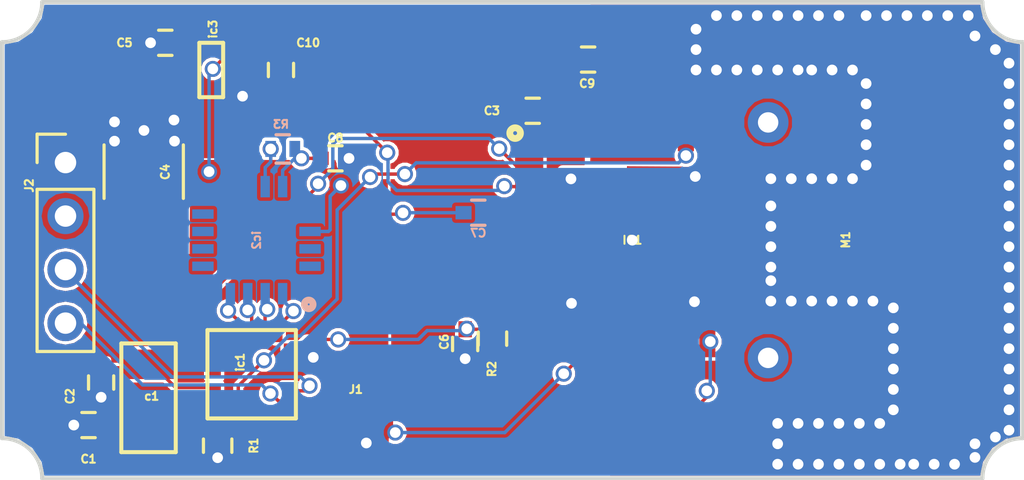
<source format=kicad_pcb>
(kicad_pcb (version 4) (host pcbnew 4.0.7)

  (general
    (links 77)
    (no_connects 0)
    (area -2.377619 -1.017143 38.392002 21.733)
    (thickness 1.6)
    (drawings 8)
    (tracks 452)
    (zones 0)
    (modules 21)
    (nets 24)
  )

  (page A4)
  (layers
    (0 F.Cu signal)
    (31 B.Cu signal)
    (32 B.Adhes user)
    (33 F.Adhes user)
    (34 B.Paste user)
    (35 F.Paste user)
    (36 B.SilkS user)
    (37 F.SilkS user)
    (38 B.Mask user)
    (39 F.Mask user)
    (40 Dwgs.User user)
    (41 Cmts.User user)
    (42 Eco1.User user)
    (43 Eco2.User user)
    (44 Edge.Cuts user)
    (45 Margin user)
    (46 B.CrtYd user)
    (47 F.CrtYd user)
    (48 B.Fab user)
    (49 F.Fab user)
  )

  (setup
    (last_trace_width 0.127)
    (trace_clearance 0.127)
    (zone_clearance 0.025)
    (zone_45_only no)
    (trace_min 0.127)
    (segment_width 0.1)
    (edge_width 0.1)
    (via_size 0.6)
    (via_drill 0.4)
    (via_min_size 0.3)
    (via_min_drill 0.3)
    (uvia_size 0.3)
    (uvia_drill 0.1)
    (uvias_allowed no)
    (uvia_min_size 0.2)
    (uvia_min_drill 0.1)
    (pcb_text_width 0.3)
    (pcb_text_size 0.3 0.3)
    (mod_edge_width 0.15)
    (mod_text_size 0.3 0.3)
    (mod_text_width 0.15)
    (pad_size 1.524 1.524)
    (pad_drill 0.762)
    (pad_to_mask_clearance 0.2)
    (aux_axis_origin 0 0)
    (grid_origin 17.78 12.954)
    (visible_elements FFFFFF7F)
    (pcbplotparams
      (layerselection 0x010f0_80000001)
      (usegerberextensions false)
      (excludeedgelayer true)
      (linewidth 0.100000)
      (plotframeref false)
      (viasonmask false)
      (mode 1)
      (useauxorigin false)
      (hpglpennumber 1)
      (hpglpenspeed 20)
      (hpglpendiameter 15)
      (hpglpenoverlay 2)
      (psnegative false)
      (psa4output false)
      (plotreference true)
      (plotvalue true)
      (plotinvisibletext false)
      (padsonsilk false)
      (subtractmaskfromsilk false)
      (outputformat 1)
      (mirror false)
      (drillshape 0)
      (scaleselection 1)
      (outputdirectory GERBER/))
  )

  (net 0 "")
  (net 1 GND)
  (net 2 "Net-(C3-Pad1)")
  (net 3 +BATT)
  (net 4 FB)
  (net 5 +3V3)
  (net 6 "Net-(C8-Pad1)")
  (net 7 OSCIN)
  (net 8 OSCOUT)
  (net 9 IN1)
  (net 10 IN2)
  (net 11 CS)
  (net 12 SCK)
  (net 13 MISO)
  (net 14 MOSI)
  (net 15 SCL)
  (net 16 SDA)
  (net 17 SWDIO)
  (net 18 SWCLK)
  (net 19 D2)
  (net 20 D1)
  (net 21 "Net-(R1-Pad1)")
  (net 22 A)
  (net 23 B)

  (net_class Default "This is the default net class."
    (clearance 0.127)
    (trace_width 0.127)
    (via_dia 0.6)
    (via_drill 0.4)
    (uvia_dia 0.3)
    (uvia_drill 0.1)
    (add_net +3V3)
    (add_net A)
    (add_net B)
    (add_net CS)
    (add_net D1)
    (add_net D2)
    (add_net FB)
    (add_net IN1)
    (add_net IN2)
    (add_net MISO)
    (add_net MOSI)
    (add_net "Net-(C3-Pad1)")
    (add_net "Net-(C8-Pad1)")
    (add_net "Net-(R1-Pad1)")
    (add_net OSCIN)
    (add_net OSCOUT)
    (add_net SCK)
    (add_net SCL)
    (add_net SDA)
    (add_net SWCLK)
    (add_net SWDIO)
  )

  (net_class power ""
    (clearance 0.2)
    (trace_width 0.25)
    (via_dia 0.6)
    (via_drill 0.4)
    (uvia_dia 0.3)
    (uvia_drill 0.1)
    (add_net +BATT)
    (add_net GND)
  )

  (module ECX-31B:ECX-31B (layer F.Cu) (tedit 5B175665) (tstamp 5B172FC4)
    (at 5.47 14.79 90)
    (path /5B160775)
    (fp_text reference c1 (at 0.058 0.118 180) (layer F.SilkS)
      (effects (font (size 0.3 0.3) (thickness 0.15)))
    )
    (fp_text value ECX-31B (at 0 -2.54 90) (layer F.Fab)
      (effects (font (size 0.3 0.3) (thickness 0.15)))
    )
    (fp_line (start -2.032 -1.016) (end 2.032 -1.016) (layer F.SilkS) (width 0.15))
    (fp_line (start 2.032 -1.016) (end 2.032 1.016) (layer F.SilkS) (width 0.15))
    (fp_line (start 2.032 1.016) (end -2.032 1.016) (layer F.SilkS) (width 0.15))
    (fp_line (start -2.032 1.016) (end -2.032 -1.016) (layer F.SilkS) (width 0.15))
    (pad 1 smd rect (at -1.25 0 90) (size 1.1 1.9) (layers F.Cu F.Paste F.Mask)
      (net 7 OSCIN))
    (pad 2 smd rect (at 1.25 0 90) (size 1.1 1.9) (layers F.Cu F.Paste F.Mask)
      (net 8 OSCOUT))
  )

  (module Capacitors_SMD:C_0402 (layer F.Cu) (tedit 58AA841A) (tstamp 5B172FCA)
    (at 3.23 15.81 180)
    (descr "Capacitor SMD 0402, reflow soldering, AVX (see smccp.pdf)")
    (tags "capacitor 0402")
    (path /5B160807)
    (attr smd)
    (fp_text reference C1 (at 0 -1.27 180) (layer F.SilkS)
      (effects (font (size 0.3 0.3) (thickness 0.15)))
    )
    (fp_text value C (at 0 1.27 180) (layer F.Fab)
      (effects (font (size 1 1) (thickness 0.15)))
    )
    (fp_text user %R (at 0 -1.27 180) (layer F.Fab)
      (effects (font (size 0.3 0.3) (thickness 0.15)))
    )
    (fp_line (start -0.5 0.25) (end -0.5 -0.25) (layer F.Fab) (width 0.1))
    (fp_line (start 0.5 0.25) (end -0.5 0.25) (layer F.Fab) (width 0.1))
    (fp_line (start 0.5 -0.25) (end 0.5 0.25) (layer F.Fab) (width 0.1))
    (fp_line (start -0.5 -0.25) (end 0.5 -0.25) (layer F.Fab) (width 0.1))
    (fp_line (start 0.25 -0.47) (end -0.25 -0.47) (layer F.SilkS) (width 0.12))
    (fp_line (start -0.25 0.47) (end 0.25 0.47) (layer F.SilkS) (width 0.12))
    (fp_line (start -1 -0.4) (end 1 -0.4) (layer F.CrtYd) (width 0.05))
    (fp_line (start -1 -0.4) (end -1 0.4) (layer F.CrtYd) (width 0.05))
    (fp_line (start 1 0.4) (end 1 -0.4) (layer F.CrtYd) (width 0.05))
    (fp_line (start 1 0.4) (end -1 0.4) (layer F.CrtYd) (width 0.05))
    (pad 1 smd rect (at -0.55 0 180) (size 0.6 0.5) (layers F.Cu F.Paste F.Mask)
      (net 7 OSCIN))
    (pad 2 smd rect (at 0.55 0 180) (size 0.6 0.5) (layers F.Cu F.Paste F.Mask)
      (net 1 GND))
    (model Capacitors_SMD.3dshapes/C_0402.wrl
      (at (xyz 0 0 0))
      (scale (xyz 1 1 1))
      (rotate (xyz 0 0 0))
    )
  )

  (module Capacitors_SMD:C_0402 (layer F.Cu) (tedit 5B17566B) (tstamp 5B172FD0)
    (at 3.7 14.22 270)
    (descr "Capacitor SMD 0402, reflow soldering, AVX (see smccp.pdf)")
    (tags "capacitor 0402")
    (path /5B160835)
    (attr smd)
    (fp_text reference C2 (at 0.512 1.16 270) (layer F.SilkS)
      (effects (font (size 0.3 0.3) (thickness 0.15)))
    )
    (fp_text value C (at 0 1.27 270) (layer F.Fab)
      (effects (font (size 1 1) (thickness 0.15)))
    )
    (fp_text user %R (at 0 -1.27 270) (layer F.Fab)
      (effects (font (size 0.3 0.3) (thickness 0.15)))
    )
    (fp_line (start -0.5 0.25) (end -0.5 -0.25) (layer F.Fab) (width 0.1))
    (fp_line (start 0.5 0.25) (end -0.5 0.25) (layer F.Fab) (width 0.1))
    (fp_line (start 0.5 -0.25) (end 0.5 0.25) (layer F.Fab) (width 0.1))
    (fp_line (start -0.5 -0.25) (end 0.5 -0.25) (layer F.Fab) (width 0.1))
    (fp_line (start 0.25 -0.47) (end -0.25 -0.47) (layer F.SilkS) (width 0.12))
    (fp_line (start -0.25 0.47) (end 0.25 0.47) (layer F.SilkS) (width 0.12))
    (fp_line (start -1 -0.4) (end 1 -0.4) (layer F.CrtYd) (width 0.05))
    (fp_line (start -1 -0.4) (end -1 0.4) (layer F.CrtYd) (width 0.05))
    (fp_line (start 1 0.4) (end 1 -0.4) (layer F.CrtYd) (width 0.05))
    (fp_line (start 1 0.4) (end -1 0.4) (layer F.CrtYd) (width 0.05))
    (pad 1 smd rect (at -0.55 0 270) (size 0.6 0.5) (layers F.Cu F.Paste F.Mask)
      (net 8 OSCOUT))
    (pad 2 smd rect (at 0.55 0 270) (size 0.6 0.5) (layers F.Cu F.Paste F.Mask)
      (net 1 GND))
    (model Capacitors_SMD.3dshapes/C_0402.wrl
      (at (xyz 0 0 0))
      (scale (xyz 1 1 1))
      (rotate (xyz 0 0 0))
    )
  )

  (module Capacitors_SMD:C_0402 (layer F.Cu) (tedit 5B175772) (tstamp 5B172FD6)
    (at 19.812 4.064 180)
    (descr "Capacitor SMD 0402, reflow soldering, AVX (see smccp.pdf)")
    (tags "capacitor 0402")
    (path /5B174302)
    (attr smd)
    (fp_text reference C3 (at 1.524 0 180) (layer F.SilkS)
      (effects (font (size 0.3 0.3) (thickness 0.15)))
    )
    (fp_text value C (at 0 0.762 180) (layer F.Fab)
      (effects (font (size 0.3 0.3) (thickness 0.15)))
    )
    (fp_text user %R (at 1.524 0 180) (layer F.Fab)
      (effects (font (size 0.3 0.3) (thickness 0.15)))
    )
    (fp_line (start -0.5 0.25) (end -0.5 -0.25) (layer F.Fab) (width 0.1))
    (fp_line (start 0.5 0.25) (end -0.5 0.25) (layer F.Fab) (width 0.1))
    (fp_line (start 0.5 -0.25) (end 0.5 0.25) (layer F.Fab) (width 0.1))
    (fp_line (start -0.5 -0.25) (end 0.5 -0.25) (layer F.Fab) (width 0.1))
    (fp_line (start 0.25 -0.47) (end -0.25 -0.47) (layer F.SilkS) (width 0.12))
    (fp_line (start -0.25 0.47) (end 0.25 0.47) (layer F.SilkS) (width 0.12))
    (fp_line (start -1 -0.4) (end 1 -0.4) (layer F.CrtYd) (width 0.05))
    (fp_line (start -1 -0.4) (end -1 0.4) (layer F.CrtYd) (width 0.05))
    (fp_line (start 1 0.4) (end 1 -0.4) (layer F.CrtYd) (width 0.05))
    (fp_line (start 1 0.4) (end -1 0.4) (layer F.CrtYd) (width 0.05))
    (pad 1 smd rect (at -0.55 0 180) (size 0.6 0.5) (layers F.Cu F.Paste F.Mask)
      (net 2 "Net-(C3-Pad1)"))
    (pad 2 smd rect (at 0.55 0 180) (size 0.6 0.5) (layers F.Cu F.Paste F.Mask)
      (net 3 +BATT))
    (model Capacitors_SMD.3dshapes/C_0402.wrl
      (at (xyz 0 0 0))
      (scale (xyz 1 1 1))
      (rotate (xyz 0 0 0))
    )
  )

  (module Capacitors_SMD:C_1210 (layer F.Cu) (tedit 5B1757F4) (tstamp 5B172FDC)
    (at 5.29 6.34 90)
    (descr "Capacitor SMD 1210, reflow soldering, AVX (see smccp.pdf)")
    (tags "capacitor 1210")
    (path /5B1748BF)
    (attr smd)
    (fp_text reference C4 (at -0.01 0.806 90) (layer F.SilkS)
      (effects (font (size 0.3 0.3) (thickness 0.15)))
    )
    (fp_text value C (at -0.01 0.044 90) (layer F.Fab)
      (effects (font (size 0.3 0.3) (thickness 0.15)))
    )
    (fp_text user %R (at -0.01 0.806 90) (layer F.Fab)
      (effects (font (size 0.3 0.3) (thickness 0.15)))
    )
    (fp_line (start -1.6 1.25) (end -1.6 -1.25) (layer F.Fab) (width 0.1))
    (fp_line (start 1.6 1.25) (end -1.6 1.25) (layer F.Fab) (width 0.1))
    (fp_line (start 1.6 -1.25) (end 1.6 1.25) (layer F.Fab) (width 0.1))
    (fp_line (start -1.6 -1.25) (end 1.6 -1.25) (layer F.Fab) (width 0.1))
    (fp_line (start 1 -1.48) (end -1 -1.48) (layer F.SilkS) (width 0.12))
    (fp_line (start -1 1.48) (end 1 1.48) (layer F.SilkS) (width 0.12))
    (fp_line (start -2.25 -1.5) (end 2.25 -1.5) (layer F.CrtYd) (width 0.05))
    (fp_line (start -2.25 -1.5) (end -2.25 1.5) (layer F.CrtYd) (width 0.05))
    (fp_line (start 2.25 1.5) (end 2.25 -1.5) (layer F.CrtYd) (width 0.05))
    (fp_line (start 2.25 1.5) (end -2.25 1.5) (layer F.CrtYd) (width 0.05))
    (pad 1 smd rect (at -1.5 0 90) (size 1 2.5) (layers F.Cu F.Paste F.Mask)
      (net 3 +BATT))
    (pad 2 smd rect (at 1.5 0 90) (size 1 2.5) (layers F.Cu F.Paste F.Mask)
      (net 1 GND))
    (model Capacitors_SMD.3dshapes/C_1210.wrl
      (at (xyz 0 0 0))
      (scale (xyz 1 1 1))
      (rotate (xyz 0 0 0))
    )
  )

  (module Capacitors_SMD:C_0402 (layer F.Cu) (tedit 5B1756B9) (tstamp 5B172FE2)
    (at 6.096 1.524 180)
    (descr "Capacitor SMD 0402, reflow soldering, AVX (see smccp.pdf)")
    (tags "capacitor 0402")
    (path /5B174406)
    (attr smd)
    (fp_text reference C5 (at 1.524 0 180) (layer F.SilkS)
      (effects (font (size 0.3 0.3) (thickness 0.15)))
    )
    (fp_text value C (at 0 0.762 180) (layer F.Fab)
      (effects (font (size 0.3 0.3) (thickness 0.15)))
    )
    (fp_text user %R (at 1.524 0 180) (layer F.Fab)
      (effects (font (size 0.3 0.3) (thickness 0.15)))
    )
    (fp_line (start -0.5 0.25) (end -0.5 -0.25) (layer F.Fab) (width 0.1))
    (fp_line (start 0.5 0.25) (end -0.5 0.25) (layer F.Fab) (width 0.1))
    (fp_line (start 0.5 -0.25) (end 0.5 0.25) (layer F.Fab) (width 0.1))
    (fp_line (start -0.5 -0.25) (end 0.5 -0.25) (layer F.Fab) (width 0.1))
    (fp_line (start 0.25 -0.47) (end -0.25 -0.47) (layer F.SilkS) (width 0.12))
    (fp_line (start -0.25 0.47) (end 0.25 0.47) (layer F.SilkS) (width 0.12))
    (fp_line (start -1 -0.4) (end 1 -0.4) (layer F.CrtYd) (width 0.05))
    (fp_line (start -1 -0.4) (end -1 0.4) (layer F.CrtYd) (width 0.05))
    (fp_line (start 1 0.4) (end 1 -0.4) (layer F.CrtYd) (width 0.05))
    (fp_line (start 1 0.4) (end -1 0.4) (layer F.CrtYd) (width 0.05))
    (pad 1 smd rect (at -0.55 0 180) (size 0.6 0.5) (layers F.Cu F.Paste F.Mask)
      (net 3 +BATT))
    (pad 2 smd rect (at 0.55 0 180) (size 0.6 0.5) (layers F.Cu F.Paste F.Mask)
      (net 1 GND))
    (model Capacitors_SMD.3dshapes/C_0402.wrl
      (at (xyz 0 0 0))
      (scale (xyz 1 1 1))
      (rotate (xyz 0 0 0))
    )
  )

  (module Capacitors_SMD:C_0402 (layer F.Cu) (tedit 5B175835) (tstamp 5B172FE8)
    (at 17.29 12.78 90)
    (descr "Capacitor SMD 0402, reflow soldering, AVX (see smccp.pdf)")
    (tags "capacitor 0402")
    (path /5B173F95)
    (attr smd)
    (fp_text reference C6 (at 0.08 -0.78 90) (layer F.SilkS)
      (effects (font (size 0.3 0.3) (thickness 0.15)))
    )
    (fp_text value C (at 0.08 -0.018 90) (layer F.Fab)
      (effects (font (size 0.3 0.3) (thickness 0.15)))
    )
    (fp_text user %R (at 0.08 -0.78 90) (layer F.Fab)
      (effects (font (size 0.3 0.3) (thickness 0.15)))
    )
    (fp_line (start -0.5 0.25) (end -0.5 -0.25) (layer F.Fab) (width 0.1))
    (fp_line (start 0.5 0.25) (end -0.5 0.25) (layer F.Fab) (width 0.1))
    (fp_line (start 0.5 -0.25) (end 0.5 0.25) (layer F.Fab) (width 0.1))
    (fp_line (start -0.5 -0.25) (end 0.5 -0.25) (layer F.Fab) (width 0.1))
    (fp_line (start 0.25 -0.47) (end -0.25 -0.47) (layer F.SilkS) (width 0.12))
    (fp_line (start -0.25 0.47) (end 0.25 0.47) (layer F.SilkS) (width 0.12))
    (fp_line (start -1 -0.4) (end 1 -0.4) (layer F.CrtYd) (width 0.05))
    (fp_line (start -1 -0.4) (end -1 0.4) (layer F.CrtYd) (width 0.05))
    (fp_line (start 1 0.4) (end 1 -0.4) (layer F.CrtYd) (width 0.05))
    (fp_line (start 1 0.4) (end -1 0.4) (layer F.CrtYd) (width 0.05))
    (pad 1 smd rect (at -0.55 0 90) (size 0.6 0.5) (layers F.Cu F.Paste F.Mask)
      (net 1 GND))
    (pad 2 smd rect (at 0.55 0 90) (size 0.6 0.5) (layers F.Cu F.Paste F.Mask)
      (net 4 FB))
    (model Capacitors_SMD.3dshapes/C_0402.wrl
      (at (xyz 0 0 0))
      (scale (xyz 1 1 1))
      (rotate (xyz 0 0 0))
    )
  )

  (module Capacitors_SMD:C_0402 (layer B.Cu) (tedit 5B17574A) (tstamp 5B172FEE)
    (at 17.78 7.874)
    (descr "Capacitor SMD 0402, reflow soldering, AVX (see smccp.pdf)")
    (tags "capacitor 0402")
    (path /5B17274E)
    (attr smd)
    (fp_text reference C7 (at 0 0.762) (layer B.SilkS)
      (effects (font (size 0.3 0.3) (thickness 0.15)) (justify mirror))
    )
    (fp_text value C (at 0 -0.762) (layer B.Fab)
      (effects (font (size 0.3 0.3) (thickness 0.15)) (justify mirror))
    )
    (fp_text user %R (at 0 0.762) (layer B.Fab)
      (effects (font (size 0.3 0.3) (thickness 0.15)) (justify mirror))
    )
    (fp_line (start -0.5 -0.25) (end -0.5 0.25) (layer B.Fab) (width 0.1))
    (fp_line (start 0.5 -0.25) (end -0.5 -0.25) (layer B.Fab) (width 0.1))
    (fp_line (start 0.5 0.25) (end 0.5 -0.25) (layer B.Fab) (width 0.1))
    (fp_line (start -0.5 0.25) (end 0.5 0.25) (layer B.Fab) (width 0.1))
    (fp_line (start 0.25 0.47) (end -0.25 0.47) (layer B.SilkS) (width 0.12))
    (fp_line (start -0.25 -0.47) (end 0.25 -0.47) (layer B.SilkS) (width 0.12))
    (fp_line (start -1 0.4) (end 1 0.4) (layer B.CrtYd) (width 0.05))
    (fp_line (start -1 0.4) (end -1 -0.4) (layer B.CrtYd) (width 0.05))
    (fp_line (start 1 -0.4) (end 1 0.4) (layer B.CrtYd) (width 0.05))
    (fp_line (start 1 -0.4) (end -1 -0.4) (layer B.CrtYd) (width 0.05))
    (pad 1 smd rect (at -0.55 0) (size 0.6 0.5) (layers B.Cu B.Paste B.Mask)
      (net 5 +3V3))
    (pad 2 smd rect (at 0.55 0) (size 0.6 0.5) (layers B.Cu B.Paste B.Mask)
      (net 1 GND))
    (model Capacitors_SMD.3dshapes/C_0402.wrl
      (at (xyz 0 0 0))
      (scale (xyz 1 1 1))
      (rotate (xyz 0 0 0))
    )
  )

  (module Capacitors_SMD:C_0402 (layer F.Cu) (tedit 5B1757CF) (tstamp 5B172FF4)
    (at 12.446 5.842)
    (descr "Capacitor SMD 0402, reflow soldering, AVX (see smccp.pdf)")
    (tags "capacitor 0402")
    (path /5B172626)
    (attr smd)
    (fp_text reference C8 (at 0 -0.762) (layer F.SilkS)
      (effects (font (size 0.3 0.3) (thickness 0.15)))
    )
    (fp_text value C (at 0 0.508) (layer F.Fab)
      (effects (font (size 0.3 0.3) (thickness 0.15)))
    )
    (fp_text user %R (at 0 -0.762) (layer F.Fab)
      (effects (font (size 0.3 0.3) (thickness 0.15)))
    )
    (fp_line (start -0.5 0.25) (end -0.5 -0.25) (layer F.Fab) (width 0.1))
    (fp_line (start 0.5 0.25) (end -0.5 0.25) (layer F.Fab) (width 0.1))
    (fp_line (start 0.5 -0.25) (end 0.5 0.25) (layer F.Fab) (width 0.1))
    (fp_line (start -0.5 -0.25) (end 0.5 -0.25) (layer F.Fab) (width 0.1))
    (fp_line (start 0.25 -0.47) (end -0.25 -0.47) (layer F.SilkS) (width 0.12))
    (fp_line (start -0.25 0.47) (end 0.25 0.47) (layer F.SilkS) (width 0.12))
    (fp_line (start -1 -0.4) (end 1 -0.4) (layer F.CrtYd) (width 0.05))
    (fp_line (start -1 -0.4) (end -1 0.4) (layer F.CrtYd) (width 0.05))
    (fp_line (start 1 0.4) (end 1 -0.4) (layer F.CrtYd) (width 0.05))
    (fp_line (start 1 0.4) (end -1 0.4) (layer F.CrtYd) (width 0.05))
    (pad 1 smd rect (at -0.55 0) (size 0.6 0.5) (layers F.Cu F.Paste F.Mask)
      (net 6 "Net-(C8-Pad1)"))
    (pad 2 smd rect (at 0.55 0) (size 0.6 0.5) (layers F.Cu F.Paste F.Mask)
      (net 1 GND))
    (model Capacitors_SMD.3dshapes/C_0402.wrl
      (at (xyz 0 0 0))
      (scale (xyz 1 1 1))
      (rotate (xyz 0 0 0))
    )
  )

  (module Capacitors_SMD:C_0402 (layer F.Cu) (tedit 5B175794) (tstamp 5B172FFA)
    (at 21.88 2.15 180)
    (descr "Capacitor SMD 0402, reflow soldering, AVX (see smccp.pdf)")
    (tags "capacitor 0402")
    (path /5B173348)
    (attr smd)
    (fp_text reference C9 (at 0.036 -0.898 180) (layer F.SilkS)
      (effects (font (size 0.3 0.3) (thickness 0.15)))
    )
    (fp_text value C (at 0.544 0.88 180) (layer F.Fab)
      (effects (font (size 0.3 0.3) (thickness 0.15)))
    )
    (fp_text user %R (at 0.036 -0.898 180) (layer F.Fab)
      (effects (font (size 0.3 0.3) (thickness 0.15)))
    )
    (fp_line (start -0.5 0.25) (end -0.5 -0.25) (layer F.Fab) (width 0.1))
    (fp_line (start 0.5 0.25) (end -0.5 0.25) (layer F.Fab) (width 0.1))
    (fp_line (start 0.5 -0.25) (end 0.5 0.25) (layer F.Fab) (width 0.1))
    (fp_line (start -0.5 -0.25) (end 0.5 -0.25) (layer F.Fab) (width 0.1))
    (fp_line (start 0.25 -0.47) (end -0.25 -0.47) (layer F.SilkS) (width 0.12))
    (fp_line (start -0.25 0.47) (end 0.25 0.47) (layer F.SilkS) (width 0.12))
    (fp_line (start -1 -0.4) (end 1 -0.4) (layer F.CrtYd) (width 0.05))
    (fp_line (start -1 -0.4) (end -1 0.4) (layer F.CrtYd) (width 0.05))
    (fp_line (start 1 0.4) (end 1 -0.4) (layer F.CrtYd) (width 0.05))
    (fp_line (start 1 0.4) (end -1 0.4) (layer F.CrtYd) (width 0.05))
    (pad 1 smd rect (at -0.55 0 180) (size 0.6 0.5) (layers F.Cu F.Paste F.Mask)
      (net 1 GND))
    (pad 2 smd rect (at 0.55 0 180) (size 0.6 0.5) (layers F.Cu F.Paste F.Mask)
      (net 3 +BATT))
    (model Capacitors_SMD.3dshapes/C_0402.wrl
      (at (xyz 0 0 0))
      (scale (xyz 1 1 1))
      (rotate (xyz 0 0 0))
    )
  )

  (module Capacitors_SMD:C_0402 (layer F.Cu) (tedit 5B1756E6) (tstamp 5B173000)
    (at 10.414 2.54 90)
    (descr "Capacitor SMD 0402, reflow soldering, AVX (see smccp.pdf)")
    (tags "capacitor 0402")
    (path /5B173389)
    (attr smd)
    (fp_text reference C10 (at 1.016 1.016 180) (layer F.SilkS)
      (effects (font (size 0.3 0.3) (thickness 0.15)))
    )
    (fp_text value C (at 0 0.762 180) (layer F.Fab)
      (effects (font (size 0.3 0.3) (thickness 0.15)))
    )
    (fp_text user %R (at 1.016 1.016 180) (layer F.Fab)
      (effects (font (size 0.3 0.3) (thickness 0.15)))
    )
    (fp_line (start -0.5 0.25) (end -0.5 -0.25) (layer F.Fab) (width 0.1))
    (fp_line (start 0.5 0.25) (end -0.5 0.25) (layer F.Fab) (width 0.1))
    (fp_line (start 0.5 -0.25) (end 0.5 0.25) (layer F.Fab) (width 0.1))
    (fp_line (start -0.5 -0.25) (end 0.5 -0.25) (layer F.Fab) (width 0.1))
    (fp_line (start 0.25 -0.47) (end -0.25 -0.47) (layer F.SilkS) (width 0.12))
    (fp_line (start -0.25 0.47) (end 0.25 0.47) (layer F.SilkS) (width 0.12))
    (fp_line (start -1 -0.4) (end 1 -0.4) (layer F.CrtYd) (width 0.05))
    (fp_line (start -1 -0.4) (end -1 0.4) (layer F.CrtYd) (width 0.05))
    (fp_line (start 1 0.4) (end 1 -0.4) (layer F.CrtYd) (width 0.05))
    (fp_line (start 1 0.4) (end -1 0.4) (layer F.CrtYd) (width 0.05))
    (pad 1 smd rect (at -0.55 0 90) (size 0.6 0.5) (layers F.Cu F.Paste F.Mask)
      (net 1 GND))
    (pad 2 smd rect (at 0.55 0 90) (size 0.6 0.5) (layers F.Cu F.Paste F.Mask)
      (net 5 +3V3))
    (model Capacitors_SMD.3dshapes/C_0402.wrl
      (at (xyz 0 0 0))
      (scale (xyz 1 1 1))
      (rotate (xyz 0 0 0))
    )
  )

  (module STM8L15:stm8l15 (layer F.Cu) (tedit 5B1755AB) (tstamp 5B173018)
    (at 9.32 13.91 90)
    (path /5B1606ED)
    (fp_text reference ic1 (at 0.448 -0.43 90) (layer F.SilkS)
      (effects (font (size 0.3 0.3) (thickness 0.15)))
    )
    (fp_text value stm32l011 (at -2.092 0.586 180) (layer F.Fab)
      (effects (font (size 0.3 0.3) (thickness 0.15)))
    )
    (fp_line (start -1.651 1.651) (end 1.651 1.651) (layer F.SilkS) (width 0.15))
    (fp_line (start -1.651 -1.651) (end 1.651 -1.651) (layer F.SilkS) (width 0.15))
    (fp_line (start 1.651 -1.651) (end 1.651 1.651) (layer F.SilkS) (width 0.15))
    (fp_line (start -1.651 1.651) (end -1.651 -1.651) (layer F.SilkS) (width 0.15))
    (pad 1 smd rect (at -1 -1.425 90) (size 0.3 0.45) (layers F.Cu F.Paste F.Mask)
      (net 7 OSCIN))
    (pad 2 smd rect (at -0.5 -1.4 90) (size 0.3 0.5) (layers F.Cu F.Paste F.Mask)
      (net 8 OSCOUT))
    (pad 3 smd rect (at 0 -1.4 90) (size 0.3 0.5) (layers F.Cu F.Paste F.Mask))
    (pad 4 smd rect (at 0.5 -1.4 90) (size 0.3 0.5) (layers F.Cu F.Paste F.Mask)
      (net 5 +3V3))
    (pad 5 smd rect (at 1 -1.425 90) (size 0.3 0.45) (layers F.Cu F.Paste F.Mask)
      (net 9 IN1))
    (pad 6 smd rect (at 1.425 -1 90) (size 0.45 0.3) (layers F.Cu F.Paste F.Mask)
      (net 10 IN2))
    (pad 7 smd rect (at 1.4 -0.5 90) (size 0.5 0.3) (layers F.Cu F.Paste F.Mask)
      (net 11 CS))
    (pad 8 smd rect (at 1.4 0 90) (size 0.5 0.3) (layers F.Cu F.Paste F.Mask)
      (net 12 SCK))
    (pad 9 smd rect (at 1.4 0.5 90) (size 0.5 0.3) (layers F.Cu F.Paste F.Mask)
      (net 13 MISO))
    (pad 10 smd rect (at 1.425 1 90) (size 0.45 0.3) (layers F.Cu F.Paste F.Mask)
      (net 14 MOSI))
    (pad 11 smd rect (at 1 1.425 90) (size 0.3 0.45) (layers F.Cu F.Paste F.Mask)
      (net 4 FB))
    (pad 12 smd rect (at 0.5 1.4 90) (size 0.3 0.5) (layers F.Cu F.Paste F.Mask)
      (net 1 GND))
    (pad 13 smd rect (at 0 1.4 90) (size 0.3 0.5) (layers F.Cu F.Paste F.Mask)
      (net 5 +3V3))
    (pad 14 smd rect (at -0.5 1.4 90) (size 0.3 0.5) (layers F.Cu F.Paste F.Mask)
      (net 15 SCL))
    (pad 15 smd rect (at -1 1.425 90) (size 0.3 0.45) (layers F.Cu F.Paste F.Mask)
      (net 16 SDA))
    (pad 16 smd rect (at -1.425 1 90) (size 0.45 0.3) (layers F.Cu F.Paste F.Mask)
      (net 17 SWDIO))
    (pad 17 smd rect (at -1.4 0.5 90) (size 0.5 0.3) (layers F.Cu F.Paste F.Mask)
      (net 18 SWCLK))
    (pad 18 smd rect (at -1.4 0 90) (size 0.5 0.3) (layers F.Cu F.Paste F.Mask)
      (net 19 D2))
    (pad 19 smd rect (at -1.4 -0.5 90) (size 0.5 0.3) (layers F.Cu F.Paste F.Mask)
      (net 20 D1))
    (pad 20 smd rect (at -1.425 -1 90) (size 0.45 0.3) (layers F.Cu F.Paste F.Mask)
      (net 21 "Net-(R1-Pad1)"))
  )

  (module MC33926PNB:QFN80P800X800X220-33N (layer F.Cu) (tedit 5B172E37) (tstamp 5B17303D)
    (at 23.53 8.9)
    (descr "32-PIN PQFN")
    (tags "Integrated Circuit")
    (path /5B173587)
    (attr smd)
    (fp_text reference IC1 (at 0 0) (layer F.SilkS)
      (effects (font (size 0.3 0.3) (thickness 0.15)))
    )
    (fp_text value MC33926 (at 0 0) (layer F.SilkS) hide
      (effects (font (size 1.27 1.27) (thickness 0.254)))
    )
    (fp_line (start -4.6 -4.6) (end 4.6 -4.6) (layer Dwgs.User) (width 0.05))
    (fp_line (start 4.6 -4.6) (end 4.6 4.6) (layer Dwgs.User) (width 0.05))
    (fp_line (start 4.6 4.6) (end -4.6 4.6) (layer Dwgs.User) (width 0.05))
    (fp_line (start -4.6 4.6) (end -4.6 -4.6) (layer Dwgs.User) (width 0.05))
    (fp_line (start -4 -4) (end 4 -4) (layer Dwgs.User) (width 0.1))
    (fp_line (start 4 -4) (end 4 4) (layer Dwgs.User) (width 0.1))
    (fp_line (start 4 4) (end -4 4) (layer Dwgs.User) (width 0.1))
    (fp_line (start -4 4) (end -4 -4) (layer Dwgs.User) (width 0.1))
    (fp_line (start -4 -3.2) (end -3.2 -4) (layer Dwgs.User) (width 0.1))
    (fp_circle (center -4.375 -4) (end -4.175 -4) (layer F.SilkS) (width 0.254))
    (pad 1 smd rect (at -3.85 -2.8 90) (size 0.6 1.05) (layers F.Cu F.Paste F.Mask)
      (net 10 IN2))
    (pad 2 smd rect (at -3.85 -2 90) (size 0.6 1.05) (layers F.Cu F.Paste F.Mask)
      (net 9 IN1))
    (pad 3 smd rect (at -3.85 -1.2 90) (size 0.6 1.05) (layers F.Cu F.Paste F.Mask)
      (net 1 GND))
    (pad 4 smd rect (at -3.85 -0.4 90) (size 0.6 1.05) (layers F.Cu F.Paste F.Mask)
      (net 3 +BATT))
    (pad 5 smd rect (at -3.85 0.4 90) (size 0.6 1.05) (layers F.Cu F.Paste F.Mask)
      (net 1 GND))
    (pad 6 smd rect (at -3.85 1.2 90) (size 0.6 1.05) (layers F.Cu F.Paste F.Mask)
      (net 3 +BATT))
    (pad 7 smd rect (at -3.85 2 90) (size 0.6 1.05) (layers F.Cu F.Paste F.Mask)
      (net 5 +3V3))
    (pad 8 smd rect (at -3.85 2.8 90) (size 0.6 1.05) (layers F.Cu F.Paste F.Mask)
      (net 4 FB))
    (pad 9 smd rect (at -2.8 3.85) (size 0.6 1.05) (layers F.Cu F.Paste F.Mask))
    (pad 10 smd rect (at -2 3.85) (size 0.6 1.05) (layers F.Cu F.Paste F.Mask)
      (net 5 +3V3))
    (pad 11 smd rect (at -1.2 3.85) (size 0.6 1.05) (layers F.Cu F.Paste F.Mask)
      (net 3 +BATT))
    (pad 12 smd rect (at -0.4 3.85) (size 0.6 1.05) (layers F.Cu F.Paste F.Mask)
      (net 22 A))
    (pad 13 smd rect (at 0.4 3.85) (size 0.6 1.05) (layers F.Cu F.Paste F.Mask)
      (net 22 A))
    (pad 14 smd rect (at 1.2 3.85) (size 0.6 1.05) (layers F.Cu F.Paste F.Mask)
      (net 22 A))
    (pad 15 smd rect (at 2 3.85) (size 0.6 1.05) (layers F.Cu F.Paste F.Mask)
      (net 22 A))
    (pad 16 smd rect (at 2.8 3.85) (size 0.6 1.05) (layers F.Cu F.Paste F.Mask)
      (net 19 D2))
    (pad 17 smd rect (at 3.85 2.8 90) (size 0.6 1.05) (layers F.Cu F.Paste F.Mask))
    (pad 18 smd rect (at 3.85 2 90) (size 0.6 1.05) (layers F.Cu F.Paste F.Mask)
      (net 1 GND))
    (pad 19 smd rect (at 3.85 1.2 90) (size 0.6 1.05) (layers F.Cu F.Paste F.Mask)
      (net 1 GND))
    (pad 20 smd rect (at 3.85 0.4 90) (size 0.6 1.05) (layers F.Cu F.Paste F.Mask)
      (net 1 GND))
    (pad 21 smd rect (at 3.85 -0.4 90) (size 0.6 1.05) (layers F.Cu F.Paste F.Mask))
    (pad 22 smd rect (at 3.85 -1.2 90) (size 0.6 1.05) (layers F.Cu F.Paste F.Mask)
      (net 1 GND))
    (pad 23 smd rect (at 3.85 -2 90) (size 0.6 1.05) (layers F.Cu F.Paste F.Mask)
      (net 1 GND))
    (pad 24 smd rect (at 3.85 -2.8 90) (size 0.6 1.05) (layers F.Cu F.Paste F.Mask)
      (net 1 GND))
    (pad 25 smd rect (at 2.8 -3.85) (size 0.6 1.05) (layers F.Cu F.Paste F.Mask))
    (pad 26 smd rect (at 2 -3.85) (size 0.6 1.05) (layers F.Cu F.Paste F.Mask)
      (net 20 D1))
    (pad 27 smd rect (at 1.2 -3.85) (size 0.6 1.05) (layers F.Cu F.Paste F.Mask)
      (net 23 B))
    (pad 28 smd rect (at 0.4 -3.85) (size 0.6 1.05) (layers F.Cu F.Paste F.Mask)
      (net 23 B))
    (pad 29 smd rect (at -0.4 -3.85) (size 0.6 1.05) (layers F.Cu F.Paste F.Mask)
      (net 23 B))
    (pad 30 smd rect (at -1.2 -3.85) (size 0.6 1.05) (layers F.Cu F.Paste F.Mask)
      (net 23 B))
    (pad 31 smd rect (at -2 -3.85) (size 0.6 1.05) (layers F.Cu F.Paste F.Mask)
      (net 3 +BATT))
    (pad 32 smd rect (at -2.8 -3.85) (size 0.6 1.05) (layers F.Cu F.Paste F.Mask)
      (net 2 "Net-(C3-Pad1)"))
    (pad 33 smd rect (at 0 0) (size 5.2 5.2) (layers F.Cu F.Paste F.Mask)
      (net 1 GND))
    (model ../../../../../Users/keionbisland/Downloads/LIB_MC33926PNB/MC33926PNB/3D/MC33926PNB.wrl
      (at (xyz 0 0 0))
      (scale (xyz 1 1 1))
      (rotate (xyz 0 0 0))
    )
  )

  (module AS5055A-BQFT:QFN65P400X400X90-17N (layer B.Cu) (tedit 5B134109) (tstamp 5B173052)
    (at 9.5 8.9 90)
    (descr "16-pin QFN")
    (tags "Integrated Circuit")
    (path /5B16071D)
    (attr smd)
    (fp_text reference ic2 (at 0 0 90) (layer B.SilkS)
      (effects (font (size 0.3 0.3) (thickness 0.15)) (justify mirror))
    )
    (fp_text value AS5055a (at 0 0 90) (layer B.SilkS) hide
      (effects (font (size 1.27 1.27) (thickness 0.254)) (justify mirror))
    )
    (fp_line (start -2.625 2.625) (end 2.625 2.625) (layer Dwgs.User) (width 0.05))
    (fp_line (start 2.625 2.625) (end 2.625 -2.625) (layer Dwgs.User) (width 0.05))
    (fp_line (start 2.625 -2.625) (end -2.625 -2.625) (layer Dwgs.User) (width 0.05))
    (fp_line (start -2.625 -2.625) (end -2.625 2.625) (layer Dwgs.User) (width 0.05))
    (fp_line (start -2 2) (end 2 2) (layer Dwgs.User) (width 0.1))
    (fp_line (start 2 2) (end 2 -2) (layer Dwgs.User) (width 0.1))
    (fp_line (start 2 -2) (end -2 -2) (layer Dwgs.User) (width 0.1))
    (fp_line (start -2 -2) (end -2 2) (layer Dwgs.User) (width 0.1))
    (fp_line (start -2 1.35) (end -1.35 2) (layer Dwgs.User) (width 0.1))
    (fp_circle (center -2.4005 1.95) (end -2.238 1.95) (layer B.SilkS) (width 0.254))
    (pad 1 smd rect (at -2 0.975) (size 0.35 0.8) (layers B.Cu B.Paste B.Mask)
      (net 14 MOSI))
    (pad 2 smd rect (at -2 0.325) (size 0.35 0.8) (layers B.Cu B.Paste B.Mask)
      (net 13 MISO))
    (pad 3 smd rect (at -2 -0.325) (size 0.35 0.8) (layers B.Cu B.Paste B.Mask)
      (net 12 SCK))
    (pad 4 smd rect (at -2 -0.975) (size 0.35 0.8) (layers B.Cu B.Paste B.Mask)
      (net 11 CS))
    (pad 5 smd rect (at -0.975 -2 90) (size 0.35 0.8) (layers B.Cu B.Paste B.Mask))
    (pad 6 smd rect (at -0.325 -2 90) (size 0.35 0.8) (layers B.Cu B.Paste B.Mask))
    (pad 7 smd rect (at 0.325 -2 90) (size 0.35 0.8) (layers B.Cu B.Paste B.Mask))
    (pad 8 smd rect (at 0.975 -2 90) (size 0.35 0.8) (layers B.Cu B.Paste B.Mask))
    (pad 9 smd rect (at 2 -0.975) (size 0.35 0.8) (layers B.Cu B.Paste B.Mask)
      (net 1 GND))
    (pad 10 smd rect (at 2 -0.325) (size 0.35 0.8) (layers B.Cu B.Paste B.Mask)
      (net 1 GND))
    (pad 11 smd rect (at 2 0.325) (size 0.35 0.8) (layers B.Cu B.Paste B.Mask)
      (net 5 +3V3))
    (pad 12 smd rect (at 2 0.975) (size 0.35 0.8) (layers B.Cu B.Paste B.Mask)
      (net 6 "Net-(C8-Pad1)"))
    (pad 13 smd rect (at 0.975 2 90) (size 0.35 0.8) (layers B.Cu B.Paste B.Mask)
      (net 1 GND))
    (pad 14 smd rect (at 0.325 2 90) (size 0.35 0.8) (layers B.Cu B.Paste B.Mask)
      (net 5 +3V3))
    (pad 15 smd rect (at -0.325 2 90) (size 0.35 0.8) (layers B.Cu B.Paste B.Mask))
    (pad 16 smd rect (at -0.975 2 90) (size 0.35 0.8) (layers B.Cu B.Paste B.Mask))
    (pad 17 smd rect (at 0 0 90) (size 2.8 2.8) (layers B.Cu B.Paste B.Mask)
      (net 1 GND))
  )

  (module AP2120N:AP2120N (layer F.Cu) (tedit 5B175695) (tstamp 5B173059)
    (at 7.874 2.54 90)
    (path /5B16074C)
    (fp_text reference ic3 (at 1.524 0 90) (layer F.SilkS)
      (effects (font (size 0.3 0.3) (thickness 0.15)))
    )
    (fp_text value AP2120N (at -1.778 0.254 180) (layer F.Fab)
      (effects (font (size 0.3 0.3) (thickness 0.15)))
    )
    (fp_line (start -1.016 -0.508) (end 1.016 -0.508) (layer F.SilkS) (width 0.15))
    (fp_line (start 1.016 -0.508) (end 1.016 0.381) (layer F.SilkS) (width 0.15))
    (fp_line (start 1.016 0.381) (end -1.016 0.381) (layer F.SilkS) (width 0.15))
    (fp_line (start -1.016 0.381) (end -1.016 -0.508) (layer F.SilkS) (width 0.15))
    (pad 1 smd rect (at 0 -1.15 90) (size 0.65 1.05) (layers F.Cu F.Paste F.Mask)
      (net 3 +BATT))
    (pad 2 smd rect (at -0.95 1.15 90) (size 0.65 1.05) (layers F.Cu F.Paste F.Mask)
      (net 1 GND))
    (pad 3 smd rect (at 0.96 1.15 90) (size 0.65 1.05) (layers F.Cu F.Paste F.Mask)
      (net 5 +3V3))
  )

  (module pads1x4:1x4Pads (layer F.Cu) (tedit 5B175595) (tstamp 5B173061)
    (at 13.25 15.84 180)
    (path /5B16093E)
    (fp_text reference J1 (at 0.042 1.362 180) (layer F.SilkS)
      (effects (font (size 0.3 0.3) (thickness 0.15)))
    )
    (fp_text value Conn_01x04 (at 0.042 -1.432 180) (layer F.Fab)
      (effects (font (size 0.3 0.3) (thickness 0.15)))
    )
    (pad 1 smd oval (at -1.05 0 180) (size 0.6 1) (layers F.Cu F.Paste F.Mask)
      (net 5 +3V3))
    (pad 2 smd oval (at -0.35 0 180) (size 0.6 1) (layers F.Cu F.Paste F.Mask)
      (net 1 GND))
    (pad 3 smd oval (at 0.35 0 180) (size 0.6 1) (layers F.Cu F.Paste F.Mask)
      (net 18 SWCLK))
    (pad 4 smd oval (at 1.05 0 180) (size 0.6 1) (layers F.Cu F.Paste F.Mask)
      (net 17 SWDIO))
  )

  (module Resistors_SMD:R_0402 (layer F.Cu) (tedit 58E0A804) (tstamp 5B173067)
    (at 8.05 16.58 270)
    (descr "Resistor SMD 0402, reflow soldering, Vishay (see dcrcw.pdf)")
    (tags "resistor 0402")
    (path /5B1607D8)
    (attr smd)
    (fp_text reference R1 (at 0 -1.35 270) (layer F.SilkS)
      (effects (font (size 0.3 0.3) (thickness 0.15)))
    )
    (fp_text value R (at 0 1.45 270) (layer F.Fab)
      (effects (font (size 0.3 0.3) (thickness 0.15)))
    )
    (fp_text user %R (at 0 -1.35 270) (layer F.Fab)
      (effects (font (size 0.3 0.3) (thickness 0.15)))
    )
    (fp_line (start -0.5 0.25) (end -0.5 -0.25) (layer F.Fab) (width 0.1))
    (fp_line (start 0.5 0.25) (end -0.5 0.25) (layer F.Fab) (width 0.1))
    (fp_line (start 0.5 -0.25) (end 0.5 0.25) (layer F.Fab) (width 0.1))
    (fp_line (start -0.5 -0.25) (end 0.5 -0.25) (layer F.Fab) (width 0.1))
    (fp_line (start 0.25 -0.53) (end -0.25 -0.53) (layer F.SilkS) (width 0.12))
    (fp_line (start -0.25 0.53) (end 0.25 0.53) (layer F.SilkS) (width 0.12))
    (fp_line (start -0.8 -0.45) (end 0.8 -0.45) (layer F.CrtYd) (width 0.05))
    (fp_line (start -0.8 -0.45) (end -0.8 0.45) (layer F.CrtYd) (width 0.05))
    (fp_line (start 0.8 0.45) (end 0.8 -0.45) (layer F.CrtYd) (width 0.05))
    (fp_line (start 0.8 0.45) (end -0.8 0.45) (layer F.CrtYd) (width 0.05))
    (pad 1 smd rect (at -0.45 0 270) (size 0.4 0.6) (layers F.Cu F.Paste F.Mask)
      (net 21 "Net-(R1-Pad1)"))
    (pad 2 smd rect (at 0.45 0 270) (size 0.4 0.6) (layers F.Cu F.Paste F.Mask)
      (net 1 GND))
    (model ${KISYS3DMOD}/Resistors_SMD.3dshapes/R_0402.wrl
      (at (xyz 0 0 0))
      (scale (xyz 1 1 1))
      (rotate (xyz 0 0 0))
    )
  )

  (module Resistors_SMD:R_0402 (layer F.Cu) (tedit 5B175816) (tstamp 5B17306D)
    (at 18.31 12.58 90)
    (descr "Resistor SMD 0402, reflow soldering, Vishay (see dcrcw.pdf)")
    (tags "resistor 0402")
    (path /5B173FF0)
    (attr smd)
    (fp_text reference R2 (at -1.136 -0.022 90) (layer F.SilkS)
      (effects (font (size 0.3 0.3) (thickness 0.15)))
    )
    (fp_text value R (at -1.136 0.486 90) (layer F.Fab)
      (effects (font (size 0.3 0.3) (thickness 0.15)))
    )
    (fp_text user %R (at -1.136 -0.022 90) (layer F.Fab)
      (effects (font (size 0.3 0.3) (thickness 0.15)))
    )
    (fp_line (start -0.5 0.25) (end -0.5 -0.25) (layer F.Fab) (width 0.1))
    (fp_line (start 0.5 0.25) (end -0.5 0.25) (layer F.Fab) (width 0.1))
    (fp_line (start 0.5 -0.25) (end 0.5 0.25) (layer F.Fab) (width 0.1))
    (fp_line (start -0.5 -0.25) (end 0.5 -0.25) (layer F.Fab) (width 0.1))
    (fp_line (start 0.25 -0.53) (end -0.25 -0.53) (layer F.SilkS) (width 0.12))
    (fp_line (start -0.25 0.53) (end 0.25 0.53) (layer F.SilkS) (width 0.12))
    (fp_line (start -0.8 -0.45) (end 0.8 -0.45) (layer F.CrtYd) (width 0.05))
    (fp_line (start -0.8 -0.45) (end -0.8 0.45) (layer F.CrtYd) (width 0.05))
    (fp_line (start 0.8 0.45) (end 0.8 -0.45) (layer F.CrtYd) (width 0.05))
    (fp_line (start 0.8 0.45) (end -0.8 0.45) (layer F.CrtYd) (width 0.05))
    (pad 1 smd rect (at -0.45 0 90) (size 0.4 0.6) (layers F.Cu F.Paste F.Mask)
      (net 1 GND))
    (pad 2 smd rect (at 0.45 0 90) (size 0.4 0.6) (layers F.Cu F.Paste F.Mask)
      (net 4 FB))
    (model ${KISYS3DMOD}/Resistors_SMD.3dshapes/R_0402.wrl
      (at (xyz 0 0 0))
      (scale (xyz 1 1 1))
      (rotate (xyz 0 0 0))
    )
  )

  (module Resistors_SMD:R_0402 (layer B.Cu) (tedit 5B17571B) (tstamp 5B173073)
    (at 10.48 5.49)
    (descr "Resistor SMD 0402, reflow soldering, Vishay (see dcrcw.pdf)")
    (tags "resistor 0402")
    (path /5B17270C)
    (attr smd)
    (fp_text reference R3 (at -0.066 -0.918) (layer B.SilkS)
      (effects (font (size 0.3 0.3) (thickness 0.15)) (justify mirror))
    )
    (fp_text value R (at 0 -1.45) (layer B.Fab)
      (effects (font (size 0.3 0.3) (thickness 0.15)) (justify mirror))
    )
    (fp_text user %R (at -0.066 -0.918) (layer B.Fab)
      (effects (font (size 0.3 0.3) (thickness 0.15)) (justify mirror))
    )
    (fp_line (start -0.5 -0.25) (end -0.5 0.25) (layer B.Fab) (width 0.1))
    (fp_line (start 0.5 -0.25) (end -0.5 -0.25) (layer B.Fab) (width 0.1))
    (fp_line (start 0.5 0.25) (end 0.5 -0.25) (layer B.Fab) (width 0.1))
    (fp_line (start -0.5 0.25) (end 0.5 0.25) (layer B.Fab) (width 0.1))
    (fp_line (start 0.25 0.53) (end -0.25 0.53) (layer B.SilkS) (width 0.12))
    (fp_line (start -0.25 -0.53) (end 0.25 -0.53) (layer B.SilkS) (width 0.12))
    (fp_line (start -0.8 0.45) (end 0.8 0.45) (layer B.CrtYd) (width 0.05))
    (fp_line (start -0.8 0.45) (end -0.8 -0.45) (layer B.CrtYd) (width 0.05))
    (fp_line (start 0.8 -0.45) (end 0.8 0.45) (layer B.CrtYd) (width 0.05))
    (fp_line (start 0.8 -0.45) (end -0.8 -0.45) (layer B.CrtYd) (width 0.05))
    (pad 1 smd rect (at -0.45 0) (size 0.4 0.6) (layers B.Cu B.Paste B.Mask)
      (net 5 +3V3))
    (pad 2 smd rect (at 0.45 0) (size 0.4 0.6) (layers B.Cu B.Paste B.Mask)
      (net 6 "Net-(C8-Pad1)"))
    (model ${KISYS3DMOD}/Resistors_SMD.3dshapes/R_0402.wrl
      (at (xyz 0 0 0))
      (scale (xyz 1 1 1))
      (rotate (xyz 0 0 0))
    )
  )

  (module hv5932mgMotor:hv5932mgMotor (layer F.Cu) (tedit 5B1757AD) (tstamp 5B173079)
    (at 28.6 8.9 90)
    (path /5B16036B)
    (fp_text reference M1 (at 0.01 2.896 90) (layer F.SilkS)
      (effects (font (size 0.3 0.3) (thickness 0.15)))
    )
    (fp_text value hv5932mgMotor (at 0.01 1.88 90) (layer F.Fab)
      (effects (font (size 0.3 0.3) (thickness 0.15)))
    )
    (pad 1 thru_hole circle (at -4.4 0 90) (size 1.524 1.524) (drill 0.762) (layers *.Cu *.Mask)
      (net 22 A))
    (pad 2 thru_hole circle (at 4.4 0 90) (size 1.524 1.524) (drill 0.762) (layers *.Cu *.Mask)
      (net 23 B))
  )

  (module Pin_Headers:Pin_Header_Straight_1x04_Pitch2.00mm (layer F.Cu) (tedit 5B17567B) (tstamp 5B1731E2)
    (at 2.37 6)
    (descr "Through hole straight pin header, 1x04, 2.00mm pitch, single row")
    (tags "Through hole pin header THT 1x04 2.00mm single row")
    (path /5B174D46)
    (fp_text reference J2 (at -1.354 0.858 90) (layer F.SilkS)
      (effects (font (size 0.3 0.3) (thickness 0.15)))
    )
    (fp_text value Conn_01x04 (at -1.354 2.636 90) (layer F.Fab)
      (effects (font (size 0.3 0.3) (thickness 0.15)))
    )
    (fp_line (start -0.5 -1) (end 1 -1) (layer F.Fab) (width 0.1))
    (fp_line (start 1 -1) (end 1 7) (layer F.Fab) (width 0.1))
    (fp_line (start 1 7) (end -1 7) (layer F.Fab) (width 0.1))
    (fp_line (start -1 7) (end -1 -0.5) (layer F.Fab) (width 0.1))
    (fp_line (start -1 -0.5) (end -0.5 -1) (layer F.Fab) (width 0.1))
    (fp_line (start -1.06 7.06) (end 1.06 7.06) (layer F.SilkS) (width 0.12))
    (fp_line (start -1.06 1) (end -1.06 7.06) (layer F.SilkS) (width 0.12))
    (fp_line (start 1.06 1) (end 1.06 7.06) (layer F.SilkS) (width 0.12))
    (fp_line (start -1.06 1) (end 1.06 1) (layer F.SilkS) (width 0.12))
    (fp_line (start -1.06 0) (end -1.06 -1.06) (layer F.SilkS) (width 0.12))
    (fp_line (start -1.06 -1.06) (end 0 -1.06) (layer F.SilkS) (width 0.12))
    (fp_line (start -1.5 -1.5) (end -1.5 7.5) (layer F.CrtYd) (width 0.05))
    (fp_line (start -1.5 7.5) (end 1.5 7.5) (layer F.CrtYd) (width 0.05))
    (fp_line (start 1.5 7.5) (end 1.5 -1.5) (layer F.CrtYd) (width 0.05))
    (fp_line (start 1.5 -1.5) (end -1.5 -1.5) (layer F.CrtYd) (width 0.05))
    (fp_text user %R (at 0 3 90) (layer F.Fab)
      (effects (font (size 1 1) (thickness 0.15)))
    )
    (pad 1 thru_hole rect (at 0 0) (size 1.35 1.35) (drill 0.8) (layers *.Cu *.Mask)
      (net 1 GND))
    (pad 2 thru_hole oval (at 0 2) (size 1.35 1.35) (drill 0.8) (layers *.Cu *.Mask)
      (net 3 +BATT))
    (pad 3 thru_hole oval (at 0 4) (size 1.35 1.35) (drill 0.8) (layers *.Cu *.Mask)
      (net 15 SCL))
    (pad 4 thru_hole oval (at 0 6) (size 1.35 1.35) (drill 0.8) (layers *.Cu *.Mask)
      (net 16 SDA))
    (model ${KISYS3DMOD}/Pin_Headers.3dshapes/Pin_Header_Straight_1x04_Pitch2.00mm.wrl
      (at (xyz 0 0 0))
      (scale (xyz 1 1 1))
      (rotate (xyz 0 0 0))
    )
  )

  (gr_line (start 0 16.3) (end 0 1.5) (angle 90) (layer Edge.Cuts) (width 0.15))
  (gr_line (start 36.6 17.8) (end 1.5 17.8) (angle 90) (layer Edge.Cuts) (width 0.15))
  (gr_line (start 38.1 1.5) (end 38.1 16.3) (angle 90) (layer Edge.Cuts) (width 0.15))
  (gr_line (start 1.5 0) (end 36.6 0) (angle 90) (layer Edge.Cuts) (width 0.15))
  (gr_arc (start 38.1 0) (end 38.1 1.5) (angle 90) (layer Edge.Cuts) (width 0.15))
  (gr_arc (start 38.1 17.8) (end 36.6 17.8) (angle 90) (layer Edge.Cuts) (width 0.15))
  (gr_arc (start 0 17.8) (end 0 16.3) (angle 90) (layer Edge.Cuts) (width 0.15))
  (gr_arc (start 0 0) (end 1.5 0) (angle 90) (layer Edge.Cuts) (width 0.15))

  (segment (start 27.38 6.9) (end 28.406 6.9) (width 0.25) (layer F.Cu) (net 1))
  (segment (start 28.406 6.9) (end 28.702 6.604) (width 0.25) (layer F.Cu) (net 1) (tstamp 5B17484F))
  (via (at 28.702 6.604) (size 0.6) (drill 0.4) (layers F.Cu B.Cu) (net 1))
  (segment (start 28.702 6.604) (end 29.464 6.604) (width 0.25) (layer B.Cu) (net 1) (tstamp 5B174852))
  (via (at 29.464 6.604) (size 0.6) (drill 0.4) (layers F.Cu B.Cu) (net 1))
  (segment (start 29.464 6.604) (end 30.226 6.604) (width 0.25) (layer F.Cu) (net 1) (tstamp 5B174855))
  (via (at 30.226 6.604) (size 0.6) (drill 0.4) (layers F.Cu B.Cu) (net 1))
  (segment (start 30.226 6.604) (end 30.988 6.604) (width 0.25) (layer B.Cu) (net 1) (tstamp 5B174858))
  (via (at 30.988 6.604) (size 0.6) (drill 0.4) (layers F.Cu B.Cu) (net 1))
  (segment (start 30.988 6.604) (end 31.75 6.604) (width 0.25) (layer F.Cu) (net 1) (tstamp 5B17485B))
  (via (at 31.75 6.604) (size 0.6) (drill 0.4) (layers F.Cu B.Cu) (net 1))
  (segment (start 31.75 6.604) (end 32.258 6.096) (width 0.25) (layer B.Cu) (net 1) (tstamp 5B17485E))
  (via (at 32.258 6.096) (size 0.6) (drill 0.4) (layers F.Cu B.Cu) (net 1))
  (segment (start 32.258 6.096) (end 32.258 5.334) (width 0.25) (layer F.Cu) (net 1) (tstamp 5B174861))
  (via (at 32.258 5.334) (size 0.6) (drill 0.4) (layers F.Cu B.Cu) (net 1))
  (segment (start 32.258 5.334) (end 32.258 4.572) (width 0.25) (layer B.Cu) (net 1) (tstamp 5B174864))
  (via (at 32.258 4.572) (size 0.6) (drill 0.4) (layers F.Cu B.Cu) (net 1))
  (segment (start 32.258 4.572) (end 32.258 3.81) (width 0.25) (layer F.Cu) (net 1) (tstamp 5B174867))
  (via (at 32.258 3.81) (size 0.6) (drill 0.4) (layers F.Cu B.Cu) (net 1))
  (segment (start 32.258 3.81) (end 32.258 3.048) (width 0.25) (layer B.Cu) (net 1) (tstamp 5B17486A))
  (via (at 32.258 3.048) (size 0.6) (drill 0.4) (layers F.Cu B.Cu) (net 1))
  (segment (start 32.258 3.048) (end 31.75 2.54) (width 0.25) (layer F.Cu) (net 1) (tstamp 5B17486D))
  (via (at 31.75 2.54) (size 0.6) (drill 0.4) (layers F.Cu B.Cu) (net 1))
  (segment (start 31.75 2.54) (end 30.988 2.54) (width 0.25) (layer B.Cu) (net 1) (tstamp 5B174870))
  (via (at 30.988 2.54) (size 0.6) (drill 0.4) (layers F.Cu B.Cu) (net 1))
  (segment (start 30.988 2.54) (end 30.226 2.54) (width 0.25) (layer F.Cu) (net 1) (tstamp 5B174873))
  (via (at 30.226 2.54) (size 0.6) (drill 0.4) (layers F.Cu B.Cu) (net 1))
  (segment (start 30.226 2.54) (end 29.718 2.54) (width 0.25) (layer B.Cu) (net 1) (tstamp 5B174876))
  (via (at 29.718 2.54) (size 0.6) (drill 0.4) (layers F.Cu B.Cu) (net 1))
  (segment (start 29.718 2.54) (end 28.702 2.54) (width 0.25) (layer F.Cu) (net 1) (tstamp 5B174879))
  (segment (start 28.702 2.54) (end 28.956 2.54) (width 0.25) (layer F.Cu) (net 1) (tstamp 5B17487A))
  (via (at 28.956 2.54) (size 0.6) (drill 0.4) (layers F.Cu B.Cu) (net 1))
  (segment (start 28.956 2.54) (end 28.194 2.54) (width 0.25) (layer B.Cu) (net 1) (tstamp 5B17487D))
  (via (at 28.194 2.54) (size 0.6) (drill 0.4) (layers F.Cu B.Cu) (net 1))
  (segment (start 28.194 2.54) (end 27.432 2.54) (width 0.25) (layer F.Cu) (net 1) (tstamp 5B174880))
  (via (at 27.432 2.54) (size 0.6) (drill 0.4) (layers F.Cu B.Cu) (net 1))
  (segment (start 27.432 2.54) (end 26.67 2.54) (width 0.25) (layer B.Cu) (net 1) (tstamp 5B174883))
  (via (at 26.67 2.54) (size 0.6) (drill 0.4) (layers F.Cu B.Cu) (net 1))
  (segment (start 26.67 2.54) (end 25.908 2.54) (width 0.25) (layer F.Cu) (net 1) (tstamp 5B174886))
  (via (at 25.908 2.54) (size 0.6) (drill 0.4) (layers F.Cu B.Cu) (net 1))
  (segment (start 25.908 2.54) (end 25.908 1.778) (width 0.25) (layer B.Cu) (net 1) (tstamp 5B174889))
  (via (at 25.908 1.778) (size 0.6) (drill 0.4) (layers F.Cu B.Cu) (net 1))
  (segment (start 25.908 1.778) (end 25.908 1.016) (width 0.25) (layer F.Cu) (net 1) (tstamp 5B17488C))
  (via (at 25.908 1.016) (size 0.6) (drill 0.4) (layers F.Cu B.Cu) (net 1))
  (segment (start 25.908 1.016) (end 26.416 0.508) (width 0.25) (layer B.Cu) (net 1) (tstamp 5B17488F))
  (segment (start 26.416 0.508) (end 26.67 0.508) (width 0.25) (layer B.Cu) (net 1) (tstamp 5B174890))
  (via (at 26.67 0.508) (size 0.6) (drill 0.4) (layers F.Cu B.Cu) (net 1))
  (segment (start 26.67 0.508) (end 27.432 0.508) (width 0.25) (layer F.Cu) (net 1) (tstamp 5B174892))
  (via (at 27.432 0.508) (size 0.6) (drill 0.4) (layers F.Cu B.Cu) (net 1))
  (segment (start 27.432 0.508) (end 28.194 0.508) (width 0.25) (layer B.Cu) (net 1) (tstamp 5B174895))
  (via (at 28.194 0.508) (size 0.6) (drill 0.4) (layers F.Cu B.Cu) (net 1))
  (segment (start 28.194 0.508) (end 28.956 0.508) (width 0.25) (layer F.Cu) (net 1) (tstamp 5B174898))
  (via (at 28.956 0.508) (size 0.6) (drill 0.4) (layers F.Cu B.Cu) (net 1))
  (segment (start 28.956 0.508) (end 29.718 0.508) (width 0.25) (layer B.Cu) (net 1) (tstamp 5B17489B))
  (via (at 29.718 0.508) (size 0.6) (drill 0.4) (layers F.Cu B.Cu) (net 1))
  (segment (start 29.718 0.508) (end 30.48 0.508) (width 0.25) (layer F.Cu) (net 1) (tstamp 5B17489E))
  (via (at 30.48 0.508) (size 0.6) (drill 0.4) (layers F.Cu B.Cu) (net 1))
  (segment (start 30.48 0.508) (end 31.242 0.508) (width 0.25) (layer B.Cu) (net 1) (tstamp 5B1748A1))
  (via (at 31.242 0.508) (size 0.6) (drill 0.4) (layers F.Cu B.Cu) (net 1))
  (segment (start 31.242 0.508) (end 32.258 0.508) (width 0.25) (layer F.Cu) (net 1) (tstamp 5B1748A4))
  (via (at 32.258 0.508) (size 0.6) (drill 0.4) (layers F.Cu B.Cu) (net 1))
  (segment (start 32.258 0.508) (end 33.02 0.508) (width 0.25) (layer B.Cu) (net 1) (tstamp 5B1748A7))
  (via (at 33.02 0.508) (size 0.6) (drill 0.4) (layers F.Cu B.Cu) (net 1))
  (segment (start 33.02 0.508) (end 33.782 0.508) (width 0.25) (layer F.Cu) (net 1) (tstamp 5B1748AA))
  (via (at 33.782 0.508) (size 0.6) (drill 0.4) (layers F.Cu B.Cu) (net 1))
  (segment (start 33.782 0.508) (end 34.544 0.508) (width 0.25) (layer B.Cu) (net 1) (tstamp 5B1748AD))
  (via (at 34.544 0.508) (size 0.6) (drill 0.4) (layers F.Cu B.Cu) (net 1))
  (segment (start 34.544 0.508) (end 35.306 0.508) (width 0.25) (layer F.Cu) (net 1) (tstamp 5B1748B0))
  (via (at 35.306 0.508) (size 0.6) (drill 0.4) (layers F.Cu B.Cu) (net 1))
  (segment (start 35.306 0.508) (end 36.068 0.508) (width 0.25) (layer B.Cu) (net 1) (tstamp 5B1748B3))
  (via (at 36.068 0.508) (size 0.6) (drill 0.4) (layers F.Cu B.Cu) (net 1))
  (segment (start 36.068 0.508) (end 36.322 0.762) (width 0.25) (layer F.Cu) (net 1) (tstamp 5B1748B6))
  (segment (start 36.322 0.762) (end 36.322 1.27) (width 0.25) (layer F.Cu) (net 1) (tstamp 5B1748B7))
  (via (at 36.322 1.27) (size 0.6) (drill 0.4) (layers F.Cu B.Cu) (net 1))
  (segment (start 36.322 1.27) (end 36.83 1.778) (width 0.25) (layer B.Cu) (net 1) (tstamp 5B1748B9))
  (segment (start 36.83 1.778) (end 37.084 1.778) (width 0.25) (layer B.Cu) (net 1) (tstamp 5B1748BA))
  (via (at 37.084 1.778) (size 0.6) (drill 0.4) (layers F.Cu B.Cu) (net 1))
  (segment (start 37.084 1.778) (end 37.592 2.286) (width 0.25) (layer F.Cu) (net 1) (tstamp 5B1748BC))
  (via (at 37.592 2.286) (size 0.6) (drill 0.4) (layers F.Cu B.Cu) (net 1))
  (segment (start 37.592 2.286) (end 37.592 3.048) (width 0.25) (layer B.Cu) (net 1) (tstamp 5B1748BF))
  (via (at 37.592 3.048) (size 0.6) (drill 0.4) (layers F.Cu B.Cu) (net 1))
  (segment (start 37.592 3.048) (end 37.592 3.81) (width 0.25) (layer F.Cu) (net 1) (tstamp 5B1748C2))
  (via (at 37.592 3.81) (size 0.6) (drill 0.4) (layers F.Cu B.Cu) (net 1))
  (segment (start 37.592 3.81) (end 37.592 4.572) (width 0.25) (layer B.Cu) (net 1) (tstamp 5B1748C5))
  (via (at 37.592 4.572) (size 0.6) (drill 0.4) (layers F.Cu B.Cu) (net 1))
  (segment (start 37.592 4.572) (end 37.592 5.334) (width 0.25) (layer F.Cu) (net 1) (tstamp 5B1748C8))
  (via (at 37.592 5.334) (size 0.6) (drill 0.4) (layers F.Cu B.Cu) (net 1))
  (segment (start 37.592 5.334) (end 37.592 6.096) (width 0.25) (layer B.Cu) (net 1) (tstamp 5B1748CB))
  (via (at 37.592 6.096) (size 0.6) (drill 0.4) (layers F.Cu B.Cu) (net 1))
  (segment (start 37.592 6.096) (end 37.592 6.858) (width 0.25) (layer F.Cu) (net 1) (tstamp 5B1748CE))
  (via (at 37.592 6.858) (size 0.6) (drill 0.4) (layers F.Cu B.Cu) (net 1))
  (segment (start 37.592 6.858) (end 37.592 7.62) (width 0.25) (layer B.Cu) (net 1) (tstamp 5B1748D1))
  (via (at 37.592 7.62) (size 0.6) (drill 0.4) (layers F.Cu B.Cu) (net 1))
  (segment (start 37.592 7.62) (end 37.592 8.382) (width 0.25) (layer F.Cu) (net 1) (tstamp 5B1748D4))
  (via (at 37.592 8.382) (size 0.6) (drill 0.4) (layers F.Cu B.Cu) (net 1))
  (segment (start 37.592 8.382) (end 37.592 9.144) (width 0.25) (layer B.Cu) (net 1) (tstamp 5B1748D7))
  (via (at 37.592 9.144) (size 0.6) (drill 0.4) (layers F.Cu B.Cu) (net 1))
  (segment (start 37.592 9.144) (end 37.592 9.906) (width 0.25) (layer F.Cu) (net 1) (tstamp 5B1748DA))
  (via (at 37.592 9.906) (size 0.6) (drill 0.4) (layers F.Cu B.Cu) (net 1))
  (segment (start 37.592 9.906) (end 37.592 10.668) (width 0.25) (layer B.Cu) (net 1) (tstamp 5B1748DD))
  (via (at 37.592 10.668) (size 0.6) (drill 0.4) (layers F.Cu B.Cu) (net 1))
  (segment (start 37.592 10.668) (end 37.592 11.43) (width 0.25) (layer F.Cu) (net 1) (tstamp 5B1748E0))
  (via (at 37.592 11.43) (size 0.6) (drill 0.4) (layers F.Cu B.Cu) (net 1))
  (segment (start 37.592 11.43) (end 37.592 12.192) (width 0.25) (layer B.Cu) (net 1) (tstamp 5B1748E3))
  (via (at 37.592 12.192) (size 0.6) (drill 0.4) (layers F.Cu B.Cu) (net 1))
  (segment (start 37.592 12.192) (end 37.592 12.954) (width 0.25) (layer F.Cu) (net 1) (tstamp 5B1748E6))
  (via (at 37.592 12.954) (size 0.6) (drill 0.4) (layers F.Cu B.Cu) (net 1))
  (segment (start 37.592 12.954) (end 37.592 13.716) (width 0.25) (layer B.Cu) (net 1) (tstamp 5B1748E9))
  (via (at 37.592 13.716) (size 0.6) (drill 0.4) (layers F.Cu B.Cu) (net 1))
  (segment (start 37.592 13.716) (end 37.592 14.478) (width 0.25) (layer F.Cu) (net 1) (tstamp 5B1748EC))
  (via (at 37.592 14.478) (size 0.6) (drill 0.4) (layers F.Cu B.Cu) (net 1))
  (segment (start 37.592 14.478) (end 37.592 15.24) (width 0.25) (layer B.Cu) (net 1) (tstamp 5B1748EF))
  (via (at 37.592 15.24) (size 0.6) (drill 0.4) (layers F.Cu B.Cu) (net 1))
  (segment (start 37.592 15.24) (end 37.592 16.002) (width 0.25) (layer F.Cu) (net 1) (tstamp 5B1748F2))
  (via (at 37.592 16.002) (size 0.6) (drill 0.4) (layers F.Cu B.Cu) (net 1))
  (segment (start 37.592 16.002) (end 37.338 16.256) (width 0.25) (layer B.Cu) (net 1) (tstamp 5B1748F5))
  (segment (start 37.338 16.256) (end 37.084 16.256) (width 0.25) (layer B.Cu) (net 1) (tstamp 5B1748F6))
  (via (at 37.084 16.256) (size 0.6) (drill 0.4) (layers F.Cu B.Cu) (net 1))
  (segment (start 37.084 16.256) (end 36.83 16.51) (width 0.25) (layer F.Cu) (net 1) (tstamp 5B1748F8))
  (segment (start 36.83 16.51) (end 36.322 16.51) (width 0.25) (layer F.Cu) (net 1) (tstamp 5B1748F9))
  (via (at 36.322 16.51) (size 0.6) (drill 0.4) (layers F.Cu B.Cu) (net 1))
  (segment (start 36.322 16.51) (end 36.322 17.018) (width 0.25) (layer B.Cu) (net 1) (tstamp 5B1748FB))
  (via (at 36.322 17.018) (size 0.6) (drill 0.4) (layers F.Cu B.Cu) (net 1))
  (segment (start 36.322 17.018) (end 36.068 17.272) (width 0.25) (layer F.Cu) (net 1) (tstamp 5B1748FE))
  (segment (start 36.068 17.272) (end 35.56 17.272) (width 0.25) (layer F.Cu) (net 1) (tstamp 5B1748FF))
  (via (at 35.56 17.272) (size 0.6) (drill 0.4) (layers F.Cu B.Cu) (net 1))
  (segment (start 35.56 17.272) (end 34.798 17.272) (width 0.25) (layer B.Cu) (net 1) (tstamp 5B174901))
  (via (at 34.798 17.272) (size 0.6) (drill 0.4) (layers F.Cu B.Cu) (net 1))
  (segment (start 34.798 17.272) (end 34.036 17.272) (width 0.25) (layer F.Cu) (net 1) (tstamp 5B174904))
  (via (at 34.036 17.272) (size 0.6) (drill 0.4) (layers F.Cu B.Cu) (net 1))
  (segment (start 34.036 17.272) (end 33.528 17.272) (width 0.25) (layer B.Cu) (net 1) (tstamp 5B174907))
  (via (at 33.528 17.272) (size 0.6) (drill 0.4) (layers F.Cu B.Cu) (net 1))
  (segment (start 33.528 17.272) (end 32.766 17.272) (width 0.25) (layer F.Cu) (net 1) (tstamp 5B17490A))
  (via (at 32.766 17.272) (size 0.6) (drill 0.4) (layers F.Cu B.Cu) (net 1))
  (segment (start 32.766 17.272) (end 32.004 17.272) (width 0.25) (layer B.Cu) (net 1) (tstamp 5B17490D))
  (via (at 32.004 17.272) (size 0.6) (drill 0.4) (layers F.Cu B.Cu) (net 1))
  (segment (start 32.004 17.272) (end 31.242 17.272) (width 0.25) (layer F.Cu) (net 1) (tstamp 5B174910))
  (via (at 31.242 17.272) (size 0.6) (drill 0.4) (layers F.Cu B.Cu) (net 1))
  (segment (start 31.242 17.272) (end 30.48 17.272) (width 0.25) (layer B.Cu) (net 1) (tstamp 5B174913))
  (via (at 30.48 17.272) (size 0.6) (drill 0.4) (layers F.Cu B.Cu) (net 1))
  (segment (start 30.48 17.272) (end 29.718 17.272) (width 0.25) (layer F.Cu) (net 1) (tstamp 5B174916))
  (via (at 29.718 17.272) (size 0.6) (drill 0.4) (layers F.Cu B.Cu) (net 1))
  (segment (start 29.718 17.272) (end 28.956 17.272) (width 0.25) (layer B.Cu) (net 1) (tstamp 5B174919))
  (via (at 28.956 17.272) (size 0.6) (drill 0.4) (layers F.Cu B.Cu) (net 1))
  (segment (start 28.956 17.272) (end 28.956 16.51) (width 0.25) (layer F.Cu) (net 1) (tstamp 5B17491C))
  (via (at 28.956 16.51) (size 0.6) (drill 0.4) (layers F.Cu B.Cu) (net 1))
  (segment (start 28.956 16.51) (end 28.956 15.748) (width 0.25) (layer B.Cu) (net 1) (tstamp 5B17491F))
  (via (at 28.956 15.748) (size 0.6) (drill 0.4) (layers F.Cu B.Cu) (net 1))
  (segment (start 28.956 15.748) (end 29.718 15.748) (width 0.25) (layer F.Cu) (net 1) (tstamp 5B174922))
  (via (at 29.718 15.748) (size 0.6) (drill 0.4) (layers F.Cu B.Cu) (net 1))
  (segment (start 29.718 15.748) (end 30.48 15.748) (width 0.25) (layer B.Cu) (net 1) (tstamp 5B174925))
  (via (at 30.48 15.748) (size 0.6) (drill 0.4) (layers F.Cu B.Cu) (net 1))
  (segment (start 30.48 15.748) (end 31.242 15.748) (width 0.25) (layer F.Cu) (net 1) (tstamp 5B174928))
  (via (at 31.242 15.748) (size 0.6) (drill 0.4) (layers F.Cu B.Cu) (net 1))
  (segment (start 31.242 15.748) (end 32.004 15.748) (width 0.25) (layer B.Cu) (net 1) (tstamp 5B17492B))
  (via (at 32.004 15.748) (size 0.6) (drill 0.4) (layers F.Cu B.Cu) (net 1))
  (segment (start 32.004 15.748) (end 32.766 15.748) (width 0.25) (layer F.Cu) (net 1) (tstamp 5B17492E))
  (via (at 32.766 15.748) (size 0.6) (drill 0.4) (layers F.Cu B.Cu) (net 1))
  (segment (start 32.766 15.748) (end 33.274 15.24) (width 0.25) (layer B.Cu) (net 1) (tstamp 5B174931))
  (via (at 33.274 15.24) (size 0.6) (drill 0.4) (layers F.Cu B.Cu) (net 1))
  (segment (start 33.274 15.24) (end 33.274 14.478) (width 0.25) (layer F.Cu) (net 1) (tstamp 5B174934))
  (via (at 33.274 14.478) (size 0.6) (drill 0.4) (layers F.Cu B.Cu) (net 1))
  (segment (start 33.274 14.478) (end 33.274 13.716) (width 0.25) (layer B.Cu) (net 1) (tstamp 5B174937))
  (via (at 33.274 13.716) (size 0.6) (drill 0.4) (layers F.Cu B.Cu) (net 1))
  (segment (start 33.274 13.716) (end 33.274 12.954) (width 0.25) (layer F.Cu) (net 1) (tstamp 5B17493A))
  (via (at 33.274 12.954) (size 0.6) (drill 0.4) (layers F.Cu B.Cu) (net 1))
  (segment (start 33.274 12.954) (end 33.274 12.192) (width 0.25) (layer B.Cu) (net 1) (tstamp 5B17493D))
  (via (at 33.274 12.192) (size 0.6) (drill 0.4) (layers F.Cu B.Cu) (net 1))
  (segment (start 33.274 12.192) (end 33.274 11.43) (width 0.25) (layer F.Cu) (net 1) (tstamp 5B174940))
  (via (at 33.274 11.43) (size 0.6) (drill 0.4) (layers F.Cu B.Cu) (net 1))
  (segment (start 33.274 11.43) (end 33.02 11.176) (width 0.25) (layer B.Cu) (net 1) (tstamp 5B174943))
  (segment (start 33.02 11.176) (end 32.512 11.176) (width 0.25) (layer B.Cu) (net 1) (tstamp 5B174944))
  (via (at 32.512 11.176) (size 0.6) (drill 0.4) (layers F.Cu B.Cu) (net 1))
  (segment (start 32.512 11.176) (end 31.75 11.176) (width 0.25) (layer F.Cu) (net 1) (tstamp 5B174946))
  (via (at 31.75 11.176) (size 0.6) (drill 0.4) (layers F.Cu B.Cu) (net 1))
  (segment (start 31.75 11.176) (end 30.988 11.176) (width 0.25) (layer B.Cu) (net 1) (tstamp 5B174949))
  (via (at 30.988 11.176) (size 0.6) (drill 0.4) (layers F.Cu B.Cu) (net 1))
  (segment (start 30.988 11.176) (end 30.226 11.176) (width 0.25) (layer F.Cu) (net 1) (tstamp 5B17494C))
  (via (at 30.226 11.176) (size 0.6) (drill 0.4) (layers F.Cu B.Cu) (net 1))
  (segment (start 30.226 11.176) (end 29.464 11.176) (width 0.25) (layer B.Cu) (net 1) (tstamp 5B17494F))
  (via (at 29.464 11.176) (size 0.6) (drill 0.4) (layers F.Cu B.Cu) (net 1))
  (segment (start 29.464 11.176) (end 28.702 11.176) (width 0.25) (layer F.Cu) (net 1) (tstamp 5B174952))
  (via (at 28.702 11.176) (size 0.6) (drill 0.4) (layers F.Cu B.Cu) (net 1))
  (segment (start 28.702 11.176) (end 28.702 10.414) (width 0.25) (layer B.Cu) (net 1) (tstamp 5B174955))
  (via (at 28.702 10.414) (size 0.6) (drill 0.4) (layers F.Cu B.Cu) (net 1))
  (segment (start 28.702 10.414) (end 28.702 9.906) (width 0.25) (layer F.Cu) (net 1) (tstamp 5B174958))
  (via (at 28.702 9.906) (size 0.6) (drill 0.4) (layers F.Cu B.Cu) (net 1))
  (segment (start 28.702 9.906) (end 28.702 9.144) (width 0.25) (layer B.Cu) (net 1) (tstamp 5B17495B))
  (via (at 28.702 9.144) (size 0.6) (drill 0.4) (layers F.Cu B.Cu) (net 1))
  (segment (start 28.702 9.144) (end 28.702 8.382) (width 0.25) (layer F.Cu) (net 1) (tstamp 5B17495E))
  (via (at 28.702 8.382) (size 0.6) (drill 0.4) (layers F.Cu B.Cu) (net 1))
  (segment (start 28.702 8.382) (end 28.702 7.62) (width 0.25) (layer B.Cu) (net 1) (tstamp 5B174961))
  (via (at 28.702 7.62) (size 0.6) (drill 0.4) (layers F.Cu B.Cu) (net 1))
  (segment (start 28.702 7.62) (end 28.702 6.604) (width 0.25) (layer F.Cu) (net 1) (tstamp 5B174964))
  (segment (start 17.29 13.33) (end 17.62 13.33) (width 0.25) (layer F.Cu) (net 1))
  (segment (start 17.92 13.03) (end 18.31 13.03) (width 0.25) (layer F.Cu) (net 1) (tstamp 5B174688))
  (segment (start 17.62 13.33) (end 17.92 13.03) (width 0.25) (layer F.Cu) (net 1) (tstamp 5B174686))
  (via (at 17.29 13.33) (size 0.6) (drill 0.4) (layers F.Cu B.Cu) (net 1))
  (segment (start 21.25 11.26) (end 21.26 11.26) (width 0.25) (layer B.Cu) (net 1))
  (segment (start 21.26 11.26) (end 23.53 8.99) (width 0.25) (layer F.Cu) (net 1) (tstamp 5B174643))
  (via (at 21.26 11.26) (size 0.6) (drill 0.4) (layers F.Cu B.Cu) (net 1))
  (segment (start 23.53 8.99) (end 23.53 8.9) (width 0.25) (layer F.Cu) (net 1) (tstamp 5B174644))
  (segment (start 25.84 11.2) (end 25.85 11.2) (width 0.25) (layer B.Cu) (net 1))
  (segment (start 25.85 11.2) (end 23.55 8.9) (width 0.25) (layer F.Cu) (net 1) (tstamp 5B17463D))
  (via (at 25.85 11.2) (size 0.6) (drill 0.4) (layers F.Cu B.Cu) (net 1))
  (segment (start 23.55 8.9) (end 23.53 8.9) (width 0.25) (layer F.Cu) (net 1) (tstamp 5B17463E))
  (segment (start 25.87 6.52) (end 25.88 6.52) (width 0.25) (layer B.Cu) (net 1))
  (segment (start 25.88 6.52) (end 23.53 8.87) (width 0.25) (layer F.Cu) (net 1) (tstamp 5B174637))
  (via (at 25.88 6.52) (size 0.6) (drill 0.4) (layers F.Cu B.Cu) (net 1))
  (segment (start 23.53 8.87) (end 23.53 8.9) (width 0.25) (layer F.Cu) (net 1) (tstamp 5B174638))
  (segment (start 21.23 6.61) (end 21.24 6.61) (width 0.25) (layer B.Cu) (net 1))
  (segment (start 21.24 6.61) (end 23.53 8.9) (width 0.25) (layer F.Cu) (net 1) (tstamp 5B174631))
  (via (at 21.24 6.61) (size 0.6) (drill 0.4) (layers F.Cu B.Cu) (net 1))
  (via (at 23.53 8.9) (size 0.6) (drill 0.4) (layers F.Cu B.Cu) (net 1))
  (segment (start 27.38 6.1) (end 26.33 6.1) (width 0.25) (layer F.Cu) (net 1))
  (segment (start 26.33 6.1) (end 23.53 8.9) (width 0.25) (layer F.Cu) (net 1) (tstamp 5B174628))
  (segment (start 27.38 9.3) (end 23.93 9.3) (width 0.25) (layer F.Cu) (net 1))
  (segment (start 23.93 9.3) (end 23.53 8.9) (width 0.25) (layer F.Cu) (net 1) (tstamp 5B174625))
  (segment (start 19.68 9.3) (end 23.13 9.3) (width 0.25) (layer F.Cu) (net 1))
  (segment (start 23.13 9.3) (end 23.53 8.9) (width 0.25) (layer F.Cu) (net 1) (tstamp 5B174622))
  (segment (start 19.68 7.7) (end 22.33 7.7) (width 0.25) (layer F.Cu) (net 1))
  (segment (start 22.33 7.7) (end 23.53 8.9) (width 0.25) (layer F.Cu) (net 1) (tstamp 5B17461E))
  (via (at 12.954 5.842) (size 0.6) (drill 0.4) (layers F.Cu B.Cu) (net 1))
  (segment (start 12.954 5.842) (end 12.996 5.842) (width 0.25) (layer F.Cu) (net 1) (tstamp 5B1745DB))
  (segment (start 8.96 3.52) (end 8.98 3.52) (width 0.25) (layer B.Cu) (net 1))
  (segment (start 8.98 3.52) (end 9.01 3.49) (width 0.25) (layer F.Cu) (net 1) (tstamp 5B17453E))
  (via (at 8.98 3.52) (size 0.6) (drill 0.4) (layers F.Cu B.Cu) (net 1))
  (segment (start 9.01 3.49) (end 9.024 3.49) (width 0.25) (layer F.Cu) (net 1) (tstamp 5B17453F))
  (segment (start 6.41 4.41) (end 6.42 4.41) (width 0.25) (layer B.Cu) (net 1))
  (segment (start 6.42 4.41) (end 5.99 4.84) (width 0.25) (layer F.Cu) (net 1) (tstamp 5B174538))
  (via (at 6.42 4.41) (size 0.6) (drill 0.4) (layers F.Cu B.Cu) (net 1))
  (segment (start 5.99 4.84) (end 5.29 4.84) (width 0.25) (layer F.Cu) (net 1) (tstamp 5B174539))
  (segment (start 6.42 5.3) (end 6.42 5.22) (width 0.25) (layer B.Cu) (net 1))
  (segment (start 6.44 5.2) (end 6.08 4.84) (width 0.25) (layer F.Cu) (net 1) (tstamp 5B174532))
  (via (at 6.44 5.2) (size 0.6) (drill 0.4) (layers F.Cu B.Cu) (net 1))
  (segment (start 6.42 5.22) (end 6.44 5.2) (width 0.25) (layer B.Cu) (net 1) (tstamp 5B174530))
  (segment (start 6.08 4.84) (end 5.29 4.84) (width 0.25) (layer F.Cu) (net 1) (tstamp 5B174533))
  (segment (start 4.18 5.2) (end 4.2 5.2) (width 0.25) (layer B.Cu) (net 1))
  (segment (start 4.2 5.2) (end 4.56 4.84) (width 0.25) (layer F.Cu) (net 1) (tstamp 5B17452C))
  (via (at 4.2 5.2) (size 0.6) (drill 0.4) (layers F.Cu B.Cu) (net 1))
  (segment (start 4.56 4.84) (end 5.29 4.84) (width 0.25) (layer F.Cu) (net 1) (tstamp 5B17452D))
  (segment (start 4.18 4.48) (end 4.2 4.48) (width 0.25) (layer B.Cu) (net 1))
  (segment (start 4.2 4.48) (end 4.56 4.84) (width 0.25) (layer F.Cu) (net 1) (tstamp 5B174525))
  (via (at 4.2 4.48) (size 0.6) (drill 0.4) (layers F.Cu B.Cu) (net 1))
  (segment (start 4.56 4.84) (end 5.29 4.84) (width 0.25) (layer F.Cu) (net 1) (tstamp 5B174526))
  (segment (start 5.29 4.8) (end 5.3 4.8) (width 0.25) (layer B.Cu) (net 1))
  (segment (start 5.3 4.8) (end 5.29 4.81) (width 0.25) (layer F.Cu) (net 1) (tstamp 5B17451F))
  (via (at 5.3 4.8) (size 0.6) (drill 0.4) (layers F.Cu B.Cu) (net 1))
  (segment (start 5.29 4.81) (end 5.29 4.84) (width 0.25) (layer F.Cu) (net 1) (tstamp 5B174520))
  (via (at 5.546 1.524) (size 0.6) (drill 0.4) (layers F.Cu B.Cu) (net 1))
  (segment (start 5.54 1.52) (end 5.542 1.52) (width 0.25) (layer B.Cu) (net 1) (tstamp 5B17451A))
  (segment (start 5.542 1.52) (end 5.546 1.524) (width 0.25) (layer B.Cu) (net 1) (tstamp 5B174519))
  (segment (start 9.024 3.49) (end 9.52 3.49) (width 0.25) (layer F.Cu) (net 1))
  (segment (start 9.52 3.49) (end 9.92 3.09) (width 0.25) (layer F.Cu) (net 1) (tstamp 5B174510))
  (segment (start 9.92 3.09) (end 10.414 3.09) (width 0.25) (layer F.Cu) (net 1) (tstamp 5B174511))
  (segment (start 10.72 13.41) (end 11.49 13.41) (width 0.25) (layer F.Cu) (net 1))
  (via (at 11.62 13.28) (size 0.6) (drill 0.4) (layers F.Cu B.Cu) (net 1))
  (segment (start 11.49 13.41) (end 11.62 13.28) (width 0.25) (layer F.Cu) (net 1) (tstamp 5B174452))
  (via (at 13.6 16.48) (size 0.6) (drill 0.4) (layers F.Cu B.Cu) (net 1))
  (segment (start 13.6 16.48) (end 13.59 16.49) (width 0.25) (layer B.Cu) (net 1) (tstamp 5B17442F))
  (via (at 3.7 14.77) (size 0.6) (drill 0.4) (layers F.Cu B.Cu) (net 1))
  (via (at 2.68 15.81) (size 0.6) (drill 0.4) (layers F.Cu B.Cu) (net 1))
  (via (at 8.05 17.03) (size 0.6) (drill 0.4) (layers F.Cu B.Cu) (net 1))
  (segment (start 13.6 15.84) (end 13.6 16.48) (width 0.25) (layer F.Cu) (net 1))
  (segment (start 13.6 16.48) (end 13.61 16.49) (width 0.25) (layer F.Cu) (net 1) (tstamp 5B1742E6))
  (segment (start 20.362 4.064) (end 20.434 4.064) (width 0.127) (layer F.Cu) (net 2))
  (segment (start 20.434 4.064) (end 20.73 4.36) (width 0.127) (layer F.Cu) (net 2) (tstamp 5B174660))
  (segment (start 20.73 4.36) (end 20.73 5.05) (width 0.127) (layer F.Cu) (net 2) (tstamp 5B174662))
  (segment (start 10.745 12.91) (end 11.06 12.91) (width 0.127) (layer F.Cu) (net 4))
  (segment (start 17.35 12.21) (end 17.33 12.23) (width 0.127) (layer F.Cu) (net 4) (tstamp 5B1746A2))
  (via (at 17.35 12.21) (size 0.6) (drill 0.4) (layers F.Cu B.Cu) (net 4))
  (segment (start 17.28 12.28) (end 17.35 12.21) (width 0.127) (layer B.Cu) (net 4) (tstamp 5B17469F))
  (segment (start 15.87 12.28) (end 17.28 12.28) (width 0.127) (layer B.Cu) (net 4) (tstamp 5B17469D))
  (segment (start 15.54 12.61) (end 15.87 12.28) (width 0.127) (layer B.Cu) (net 4) (tstamp 5B17469C))
  (segment (start 12.55 12.61) (end 15.54 12.61) (width 0.127) (layer B.Cu) (net 4) (tstamp 5B17469B))
  (via (at 12.55 12.61) (size 0.6) (drill 0.4) (layers F.Cu B.Cu) (net 4))
  (segment (start 11.36 12.61) (end 12.55 12.61) (width 0.127) (layer F.Cu) (net 4) (tstamp 5B174695))
  (segment (start 11.06 12.91) (end 11.36 12.61) (width 0.127) (layer F.Cu) (net 4) (tstamp 5B174691))
  (segment (start 17.33 12.23) (end 17.29 12.23) (width 0.127) (layer F.Cu) (net 4) (tstamp 5B1746A3))
  (segment (start 18.31 12.13) (end 18.64 12.13) (width 0.127) (layer F.Cu) (net 4))
  (segment (start 19.07 11.7) (end 19.68 11.7) (width 0.127) (layer F.Cu) (net 4) (tstamp 5B174677))
  (segment (start 18.64 12.13) (end 19.07 11.7) (width 0.127) (layer F.Cu) (net 4) (tstamp 5B174676))
  (segment (start 17.29 12.23) (end 18.21 12.23) (width 0.127) (layer F.Cu) (net 4))
  (segment (start 18.21 12.23) (end 18.31 12.13) (width 0.127) (layer F.Cu) (net 4) (tstamp 5B174673))
  (segment (start 19.68 10.9) (end 20.26 10.9) (width 0.127) (layer F.Cu) (net 5))
  (segment (start 21.53 12.05) (end 21.53 12.75) (width 0.127) (layer F.Cu) (net 5) (tstamp 5B17466E))
  (segment (start 21.36 11.88) (end 21.53 12.05) (width 0.127) (layer F.Cu) (net 5) (tstamp 5B17466D))
  (segment (start 20.82 11.88) (end 21.36 11.88) (width 0.127) (layer F.Cu) (net 5) (tstamp 5B17466C))
  (segment (start 20.54 11.6) (end 20.82 11.88) (width 0.127) (layer F.Cu) (net 5) (tstamp 5B17466B))
  (segment (start 20.54 11.18) (end 20.54 11.6) (width 0.127) (layer F.Cu) (net 5) (tstamp 5B17466A))
  (segment (start 20.26 10.9) (end 20.54 11.18) (width 0.127) (layer F.Cu) (net 5) (tstamp 5B174669))
  (segment (start 17.23 7.874) (end 14.976 7.874) (width 0.127) (layer B.Cu) (net 5))
  (segment (start 14.92 7.93) (end 13.94 7.93) (width 0.127) (layer F.Cu) (net 5) (tstamp 5B17465A))
  (segment (start 14.97 7.88) (end 14.92 7.93) (width 0.127) (layer F.Cu) (net 5) (tstamp 5B174659))
  (via (at 14.97 7.88) (size 0.6) (drill 0.4) (layers F.Cu B.Cu) (net 5))
  (segment (start 14.976 7.874) (end 14.97 7.88) (width 0.127) (layer B.Cu) (net 5) (tstamp 5B174654))
  (segment (start 21.53 12.75) (end 21.53 13.33) (width 0.127) (layer F.Cu) (net 5))
  (segment (start 14.68 16.09) (end 14.43 15.84) (width 0.127) (layer F.Cu) (net 5) (tstamp 5B17464E))
  (via (at 14.68 16.09) (size 0.6) (drill 0.4) (layers F.Cu B.Cu) (net 5))
  (segment (start 18.77 16.09) (end 14.68 16.09) (width 0.127) (layer B.Cu) (net 5) (tstamp 5B17464B))
  (segment (start 20.97 13.89) (end 18.77 16.09) (width 0.127) (layer B.Cu) (net 5) (tstamp 5B17464A))
  (via (at 20.97 13.89) (size 0.6) (drill 0.4) (layers F.Cu B.Cu) (net 5))
  (segment (start 21.53 13.33) (end 20.97 13.89) (width 0.127) (layer F.Cu) (net 5) (tstamp 5B174647))
  (segment (start 14.43 15.84) (end 14.3 15.84) (width 0.127) (layer F.Cu) (net 5) (tstamp 5B17464F))
  (segment (start 10.03 5.49) (end 10.03 5.972) (width 0.127) (layer F.Cu) (net 5))
  (segment (start 10.03 5.972) (end 9.906 6.096) (width 0.127) (layer F.Cu) (net 5) (tstamp 5B1745F8))
  (segment (start 9.024 1.58) (end 8.79 1.58) (width 0.127) (layer F.Cu) (net 5))
  (segment (start 8.79 1.58) (end 7.87 2.5) (width 0.127) (layer F.Cu) (net 5) (tstamp 5B17458A))
  (via (at 7.73 6.34) (size 0.6) (drill 0.4) (layers F.Cu B.Cu) (net 5))
  (segment (start 7.73 2.64) (end 7.73 6.34) (width 0.127) (layer B.Cu) (net 5) (tstamp 5B17458D))
  (segment (start 7.87 2.5) (end 7.73 2.64) (width 0.127) (layer B.Cu) (net 5) (tstamp 5B17458C))
  (via (at 7.87 2.5) (size 0.6) (drill 0.4) (layers F.Cu B.Cu) (net 5))
  (segment (start 12.185 8.575) (end 12.25 8.51) (width 0.127) (layer B.Cu) (net 5) (tstamp 5B174557))
  (segment (start 12.25 8.51) (end 12.25 7.26) (width 0.127) (layer B.Cu) (net 5) (tstamp 5B174558))
  (segment (start 12.25 7.26) (end 12.65 6.86) (width 0.127) (layer B.Cu) (net 5) (tstamp 5B17455F))
  (via (at 12.65 6.86) (size 0.6) (drill 0.4) (layers F.Cu B.Cu) (net 5))
  (segment (start 12.185 8.575) (end 11.5 8.575) (width 0.127) (layer B.Cu) (net 5))
  (via (at 10.03 5.49) (size 0.6) (drill 0.4) (layers F.Cu B.Cu) (net 5))
  (segment (start 9.825 6.185) (end 10.03 5.98) (width 0.127) (layer B.Cu) (net 5) (tstamp 5B174507))
  (segment (start 10.03 5.98) (end 10.03 5.49) (width 0.127) (layer B.Cu) (net 5) (tstamp 5B174508))
  (segment (start 9.825 6.9) (end 9.825 6.185) (width 0.127) (layer B.Cu) (net 5))
  (segment (start 10.03 5.49) (end 10.04 5.49) (width 0.127) (layer F.Cu) (net 5) (tstamp 5B174545))
  (segment (start 9.024 1.58) (end 9.31 1.58) (width 0.127) (layer F.Cu) (net 5))
  (segment (start 9.31 1.58) (end 9.72 1.99) (width 0.127) (layer F.Cu) (net 5) (tstamp 5B174514))
  (segment (start 9.72 1.99) (end 10.414 1.99) (width 0.127) (layer F.Cu) (net 5) (tstamp 5B174515))
  (segment (start 11.896 5.842) (end 11.176 5.842) (width 0.127) (layer F.Cu) (net 6))
  (segment (start 11.176 5.842) (end 10.93 5.596) (width 0.127) (layer B.Cu) (net 6) (tstamp 5B1745D6))
  (via (at 11.176 5.842) (size 0.6) (drill 0.4) (layers F.Cu B.Cu) (net 6))
  (segment (start 10.93 5.596) (end 10.93 5.49) (width 0.127) (layer B.Cu) (net 6) (tstamp 5B1745D7))
  (segment (start 10.475 6.9) (end 10.475 6.295) (width 0.127) (layer B.Cu) (net 6))
  (segment (start 10.93 5.84) (end 10.93 5.49) (width 0.127) (layer B.Cu) (net 6) (tstamp 5B17450C))
  (segment (start 10.475 6.295) (end 10.93 5.84) (width 0.127) (layer B.Cu) (net 6) (tstamp 5B17450B))
  (segment (start 3.78 15.81) (end 5.24 15.81) (width 0.127) (layer F.Cu) (net 7))
  (segment (start 5.24 15.81) (end 5.47 16.04) (width 0.127) (layer F.Cu) (net 7) (tstamp 5B174313))
  (segment (start 5.47 16.04) (end 5.78 16.04) (width 0.127) (layer F.Cu) (net 7))
  (segment (start 5.78 16.04) (end 6.91 14.91) (width 0.127) (layer F.Cu) (net 7) (tstamp 5B174304))
  (segment (start 6.91 14.91) (end 7.895 14.91) (width 0.127) (layer F.Cu) (net 7) (tstamp 5B174306))
  (segment (start 3.7 13.67) (end 5.34 13.67) (width 0.127) (layer F.Cu) (net 8))
  (segment (start 5.34 13.67) (end 5.47 13.54) (width 0.127) (layer F.Cu) (net 8) (tstamp 5B174310))
  (segment (start 5.47 13.54) (end 5.61 13.54) (width 0.127) (layer F.Cu) (net 8))
  (segment (start 5.61 13.54) (end 6.48 14.41) (width 0.127) (layer F.Cu) (net 8) (tstamp 5B17430A))
  (segment (start 6.48 14.41) (end 7.92 14.41) (width 0.127) (layer F.Cu) (net 8) (tstamp 5B17430B))
  (segment (start 7.895 12.91) (end 7.895 12.575) (width 0.127) (layer F.Cu) (net 9))
  (segment (start 18.77 6.9) (end 19.68 6.9) (width 0.127) (layer F.Cu) (net 9) (tstamp 5B1747F8))
  (segment (start 18.75 6.88) (end 18.77 6.9) (width 0.127) (layer F.Cu) (net 9) (tstamp 5B1747F7))
  (via (at 18.75 6.88) (size 0.6) (drill 0.4) (layers F.Cu B.Cu) (net 9))
  (segment (start 18.59 7.04) (end 18.75 6.88) (width 0.127) (layer B.Cu) (net 9) (tstamp 5B1747F4))
  (segment (start 14.73 7.04) (end 18.59 7.04) (width 0.127) (layer B.Cu) (net 9) (tstamp 5B1747F3))
  (segment (start 14.41 6.72) (end 14.73 7.04) (width 0.127) (layer B.Cu) (net 9) (tstamp 5B1747F2))
  (segment (start 14.41 5.66) (end 14.41 6.72) (width 0.127) (layer B.Cu) (net 9) (tstamp 5B1747F1))
  (segment (start 14.38 5.63) (end 14.41 5.66) (width 0.127) (layer B.Cu) (net 9) (tstamp 5B1747F0))
  (via (at 14.38 5.63) (size 0.6) (drill 0.4) (layers F.Cu B.Cu) (net 9))
  (segment (start 13.47 4.72) (end 14.38 5.63) (width 0.127) (layer F.Cu) (net 9) (tstamp 5B1747E9))
  (segment (start 9.77 4.72) (end 13.47 4.72) (width 0.127) (layer F.Cu) (net 9) (tstamp 5B1747E5))
  (segment (start 8.62 5.87) (end 9.77 4.72) (width 0.127) (layer F.Cu) (net 9) (tstamp 5B1747E3))
  (segment (start 8.62 9.690786) (end 8.62 5.87) (width 0.127) (layer F.Cu) (net 9) (tstamp 5B1747E1))
  (segment (start 7.34 10.970786) (end 8.62 9.690786) (width 0.127) (layer F.Cu) (net 9) (tstamp 5B1747DF))
  (segment (start 7.34 12.02) (end 7.34 10.970786) (width 0.127) (layer F.Cu) (net 9) (tstamp 5B1747DD))
  (segment (start 7.895 12.575) (end 7.34 12.02) (width 0.127) (layer F.Cu) (net 9) (tstamp 5B1747DC))
  (segment (start 8.32 12.485) (end 8.205 12.485) (width 0.127) (layer F.Cu) (net 10))
  (segment (start 8.205 12.485) (end 7.64 11.92) (width 0.127) (layer F.Cu) (net 10) (tstamp 5B17477C))
  (segment (start 7.64 11.92) (end 7.64 11.03) (width 0.127) (layer F.Cu) (net 10) (tstamp 5B174782))
  (segment (start 7.64 11.03) (end 11.8 6.87) (width 0.127) (layer F.Cu) (net 10) (tstamp 5B174785))
  (segment (start 11.8 6.87) (end 11.8 6.79) (width 0.127) (layer F.Cu) (net 10) (tstamp 5B174788))
  (via (at 11.8 6.79) (size 0.6) (drill 0.4) (layers F.Cu B.Cu) (net 10))
  (segment (start 11.8 6.79) (end 12.35 6.24) (width 0.127) (layer B.Cu) (net 10) (tstamp 5B17478D))
  (segment (start 12.35 6.24) (end 12.35 5.31) (width 0.127) (layer B.Cu) (net 10) (tstamp 5B17478E))
  (segment (start 12.35 5.31) (end 12.56 5.1) (width 0.127) (layer B.Cu) (net 10) (tstamp 5B174799))
  (segment (start 12.56 5.1) (end 18.18 5.1) (width 0.127) (layer B.Cu) (net 10) (tstamp 5B17479A))
  (segment (start 18.18 5.1) (end 18.56 5.48) (width 0.127) (layer B.Cu) (net 10) (tstamp 5B17479D))
  (via (at 18.56 5.48) (size 0.6) (drill 0.4) (layers F.Cu B.Cu) (net 10))
  (segment (start 18.56 5.48) (end 19.18 6.1) (width 0.127) (layer F.Cu) (net 10) (tstamp 5B1747A0))
  (segment (start 19.18 6.1) (end 19.68 6.1) (width 0.127) (layer F.Cu) (net 10) (tstamp 5B1747A1))
  (segment (start 8.525 10.9) (end 8.525 11.445) (width 0.127) (layer B.Cu) (net 11))
  (segment (start 8.82 11.91) (end 8.82 12.51) (width 0.127) (layer F.Cu) (net 11) (tstamp 5B1744E1))
  (segment (start 8.44 11.53) (end 8.82 11.91) (width 0.127) (layer F.Cu) (net 11) (tstamp 5B1744E0))
  (via (at 8.44 11.53) (size 0.6) (drill 0.4) (layers F.Cu B.Cu) (net 11))
  (segment (start 8.525 11.445) (end 8.44 11.53) (width 0.127) (layer B.Cu) (net 11) (tstamp 5B1744DC))
  (segment (start 9.175 10.9) (end 9.175 11.505) (width 0.127) (layer B.Cu) (net 12))
  (segment (start 9.32 11.66) (end 9.32 12.51) (width 0.127) (layer F.Cu) (net 12) (tstamp 5B1744D9))
  (segment (start 9.17 11.51) (end 9.32 11.66) (width 0.127) (layer F.Cu) (net 12) (tstamp 5B1744D8))
  (via (at 9.17 11.51) (size 0.6) (drill 0.4) (layers F.Cu B.Cu) (net 12))
  (segment (start 9.175 11.505) (end 9.17 11.51) (width 0.127) (layer B.Cu) (net 12) (tstamp 5B1744D5))
  (segment (start 9.825 10.9) (end 9.825 11.375) (width 0.127) (layer B.Cu) (net 13))
  (segment (start 9.82 11.56) (end 9.82 12.51) (width 0.127) (layer F.Cu) (net 13) (tstamp 5B1744D1))
  (segment (start 9.9 11.48) (end 9.82 11.56) (width 0.127) (layer F.Cu) (net 13) (tstamp 5B1744D0))
  (via (at 9.9 11.48) (size 0.6) (drill 0.4) (layers F.Cu B.Cu) (net 13))
  (segment (start 9.9 11.45) (end 9.9 11.48) (width 0.127) (layer B.Cu) (net 13) (tstamp 5B1744CC))
  (segment (start 9.825 11.375) (end 9.9 11.45) (width 0.127) (layer B.Cu) (net 13) (tstamp 5B1744C9))
  (segment (start 10.475 10.9) (end 10.475 11.145) (width 0.127) (layer B.Cu) (net 14))
  (segment (start 10.475 11.145) (end 10.88 11.55) (width 0.127) (layer B.Cu) (net 14) (tstamp 5B1744BE))
  (via (at 10.88 11.55) (size 0.6) (drill 0.4) (layers F.Cu B.Cu) (net 14))
  (segment (start 10.88 11.55) (end 10.32 12.11) (width 0.127) (layer F.Cu) (net 14) (tstamp 5B1744C2))
  (segment (start 10.32 12.11) (end 10.32 12.485) (width 0.127) (layer F.Cu) (net 14) (tstamp 5B1744C3))
  (segment (start 2.37 10) (end 2.37 10.04) (width 0.127) (layer B.Cu) (net 15))
  (segment (start 2.37 10.04) (end 6.34 14.01) (width 0.127) (layer B.Cu) (net 15) (tstamp 5B17438A))
  (segment (start 6.34 14.01) (end 11.15 14.01) (width 0.127) (layer B.Cu) (net 15) (tstamp 5B17438B))
  (segment (start 11.15 14.01) (end 11.48 14.34) (width 0.127) (layer B.Cu) (net 15) (tstamp 5B17438E))
  (via (at 11.48 14.34) (size 0.6) (drill 0.4) (layers F.Cu B.Cu) (net 15))
  (segment (start 11.48 14.34) (end 11.29 14.53) (width 0.127) (layer F.Cu) (net 15) (tstamp 5B174391))
  (segment (start 11.29 14.53) (end 10.84 14.53) (width 0.127) (layer F.Cu) (net 15) (tstamp 5B174392))
  (segment (start 10.84 14.53) (end 10.72 14.41) (width 0.127) (layer F.Cu) (net 15) (tstamp 5B174393))
  (segment (start 10.745 14.91) (end 10.32 14.91) (width 0.127) (layer F.Cu) (net 16))
  (segment (start 5.25 14.31) (end 2.94 12) (width 0.127) (layer B.Cu) (net 16) (tstamp 5B17436B))
  (segment (start 9.7 14.31) (end 5.25 14.31) (width 0.127) (layer B.Cu) (net 16) (tstamp 5B174367))
  (segment (start 10.02 14.63) (end 9.7 14.31) (width 0.127) (layer B.Cu) (net 16) (tstamp 5B174366))
  (via (at 10.02 14.63) (size 0.6) (drill 0.4) (layers F.Cu B.Cu) (net 16))
  (segment (start 10.04 14.63) (end 10.02 14.63) (width 0.127) (layer F.Cu) (net 16) (tstamp 5B17435B))
  (segment (start 10.32 14.91) (end 10.04 14.63) (width 0.127) (layer F.Cu) (net 16) (tstamp 5B17435A))
  (segment (start 2.94 12) (end 2.37 12) (width 0.127) (layer B.Cu) (net 16) (tstamp 5B17436D))
  (segment (start 10.32 15.335) (end 10.32 16.08) (width 0.127) (layer F.Cu) (net 17))
  (segment (start 12.2 16.39) (end 12.2 15.84) (width 0.127) (layer F.Cu) (net 17) (tstamp 5B1744A9))
  (segment (start 12.11 16.48) (end 12.2 16.39) (width 0.127) (layer F.Cu) (net 17) (tstamp 5B1744A8))
  (segment (start 10.72 16.48) (end 12.11 16.48) (width 0.127) (layer F.Cu) (net 17) (tstamp 5B1744A7))
  (segment (start 10.32 16.08) (end 10.72 16.48) (width 0.127) (layer F.Cu) (net 17) (tstamp 5B1744A6))
  (segment (start 11.66 16.99) (end 12.58 16.99) (width 0.127) (layer F.Cu) (net 18))
  (segment (start 9.82 15.98) (end 10.83 16.99) (width 0.127) (layer F.Cu) (net 18) (tstamp 5B17445B))
  (segment (start 10.83 16.99) (end 11.66 16.99) (width 0.127) (layer F.Cu) (net 18) (tstamp 5B17445F))
  (segment (start 9.82 15.31) (end 9.82 15.98) (width 0.127) (layer F.Cu) (net 18))
  (segment (start 12.9 16.67) (end 12.9 15.84) (width 0.127) (layer F.Cu) (net 18) (tstamp 5B1744A3))
  (segment (start 12.58 16.99) (end 12.9 16.67) (width 0.127) (layer F.Cu) (net 18) (tstamp 5B1744A1))
  (segment (start 9.32 15.31) (end 9.32 16.14) (width 0.127) (layer F.Cu) (net 19))
  (segment (start 26.44 12.69) (end 26.38 12.75) (width 0.127) (layer F.Cu) (net 19) (tstamp 5B17444A))
  (via (at 26.44 12.69) (size 0.6) (drill 0.4) (layers F.Cu B.Cu) (net 19))
  (segment (start 26.44 14.4) (end 26.44 12.69) (width 0.127) (layer B.Cu) (net 19) (tstamp 5B174446))
  (segment (start 26.31 14.53) (end 26.44 14.4) (width 0.127) (layer B.Cu) (net 19) (tstamp 5B174445))
  (via (at 26.31 14.53) (size 0.6) (drill 0.4) (layers F.Cu B.Cu) (net 19))
  (segment (start 26.31 14.76) (end 26.31 14.53) (width 0.127) (layer F.Cu) (net 19) (tstamp 5B174443))
  (segment (start 23.66 17.41) (end 26.31 14.76) (width 0.127) (layer F.Cu) (net 19) (tstamp 5B17443E))
  (segment (start 10.59 17.41) (end 23.66 17.41) (width 0.127) (layer F.Cu) (net 19) (tstamp 5B174439))
  (segment (start 9.32 16.14) (end 10.59 17.41) (width 0.127) (layer F.Cu) (net 19) (tstamp 5B174437))
  (segment (start 26.38 12.75) (end 26.33 12.75) (width 0.127) (layer F.Cu) (net 19) (tstamp 5B17444B))
  (segment (start 8.82 15.31) (end 8.82 14.35) (width 0.127) (layer F.Cu) (net 20))
  (segment (start 25.53 5.74) (end 25.53 5.05) (width 0.127) (layer F.Cu) (net 20) (tstamp 5B1743E6))
  (via (at 25.53 5.74) (size 0.6) (drill 0.4) (layers F.Cu B.Cu) (net 20))
  (segment (start 25.26 6.01) (end 25.53 5.74) (width 0.127) (layer B.Cu) (net 20) (tstamp 5B1743E2))
  (segment (start 15.46 6.01) (end 25.26 6.01) (width 0.127) (layer B.Cu) (net 20) (tstamp 5B1743D9))
  (segment (start 15.04 6.43) (end 15.46 6.01) (width 0.127) (layer B.Cu) (net 20) (tstamp 5B1743D8))
  (via (at 15.04 6.43) (size 0.6) (drill 0.4) (layers F.Cu B.Cu) (net 20))
  (segment (start 13.85 6.43) (end 15.04 6.43) (width 0.127) (layer F.Cu) (net 20) (tstamp 5B1743D5))
  (segment (start 13.74 6.54) (end 13.85 6.43) (width 0.127) (layer F.Cu) (net 20) (tstamp 5B1743D4))
  (via (at 13.74 6.54) (size 0.6) (drill 0.4) (layers F.Cu B.Cu) (net 20))
  (segment (start 12.51 7.77) (end 13.74 6.54) (width 0.127) (layer B.Cu) (net 20) (tstamp 5B1743D1))
  (segment (start 12.51 11.1) (end 12.51 7.77) (width 0.127) (layer B.Cu) (net 20) (tstamp 5B1743CD))
  (segment (start 11.13 12.48) (end 12.51 11.1) (width 0.127) (layer B.Cu) (net 20) (tstamp 5B1743CA))
  (segment (start 10.69 12.48) (end 11.13 12.48) (width 0.127) (layer B.Cu) (net 20) (tstamp 5B1743C7))
  (segment (start 9.78 13.39) (end 10.69 12.48) (width 0.127) (layer B.Cu) (net 20) (tstamp 5B1743C6))
  (via (at 9.78 13.39) (size 0.6) (drill 0.4) (layers F.Cu B.Cu) (net 20))
  (segment (start 8.82 14.35) (end 9.78 13.39) (width 0.127) (layer F.Cu) (net 20) (tstamp 5B1743C2))
  (segment (start 8.05 16.13) (end 8.05 15.87) (width 0.127) (layer F.Cu) (net 21))
  (segment (start 8.32 15.6) (end 8.32 15.335) (width 0.127) (layer F.Cu) (net 21) (tstamp 5B1744B1))
  (segment (start 8.05 15.87) (end 8.32 15.6) (width 0.127) (layer F.Cu) (net 21) (tstamp 5B1744AF))

  (zone (net 1) (net_name GND) (layer F.Cu) (tstamp 5B173868) (hatch edge 0.508)
    (connect_pads yes (clearance 0.025))
    (min_thickness 0.0254)
    (fill yes (arc_segments 16) (thermal_gap 0.2) (thermal_bridge_width 0.3))
    (polygon
      (pts
        (xy 38.1 1.55) (xy 38.07 16.28) (xy 36.56 17.8) (xy 22.69 17.77) (xy 22.72 15.39)
        (xy 32.8 15.35) (xy 32.8 11.67) (xy 30.13 11.67) (xy 28.88 11.666537) (xy 28.88 11.67)
        (xy 23.3 11.66) (xy 23.33 6.13) (xy 23.44 6.14) (xy 27.066667 6.16) (xy 31.86 6.16)
        (xy 31.92 2.95) (xy 21.95 2.95) (xy 21.97 -0.02) (xy 36.56 -0.02)
      )
    )
    (filled_polygon
      (pts
        (xy 36.603647 0.596011) (xy 36.603647 0.596012) (xy 36.620474 0.636638) (xy 36.945633 1.123273) (xy 36.976727 1.154367)
        (xy 37.463362 1.479526) (xy 37.503988 1.496353) (xy 37.9873 1.592491) (xy 37.9873 16.207509) (xy 37.503988 16.303647)
        (xy 37.463362 16.320474) (xy 36.976727 16.645633) (xy 36.945633 16.676727) (xy 36.620474 17.163362) (xy 36.603647 17.203988)
        (xy 36.50751 17.6873) (xy 22.703744 17.6873) (xy 22.704678 17.6132) (xy 23.66 17.6132) (xy 23.737761 17.597732)
        (xy 23.803684 17.553684) (xy 25.967555 15.389813) (xy 32.80005 15.3627) (xy 32.804987 15.36168) (xy 32.809139 15.358819)
        (xy 32.81185 15.354569) (xy 32.8127 15.35) (xy 32.8127 11.67) (xy 32.811699 11.665059) (xy 32.808855 11.660897)
        (xy 32.804616 11.658169) (xy 32.8 11.6573) (xy 30.130035 11.6573) (xy 28.880035 11.653837) (xy 28.875091 11.654824)
        (xy 28.871468 11.657285) (xy 28.047436 11.655808) (xy 28.047436 11.4) (xy 28.037695 11.348231) (xy 28.007099 11.300684)
        (xy 27.960416 11.268786) (xy 27.905 11.257564) (xy 26.855 11.257564) (xy 26.803231 11.267305) (xy 26.755684 11.297901)
        (xy 26.723786 11.344584) (xy 26.712564 11.4) (xy 26.712564 11.653416) (xy 23.312769 11.647323) (xy 23.33147 8.2)
        (xy 26.712564 8.2) (xy 26.712564 8.8) (xy 26.722305 8.851769) (xy 26.752901 8.899316) (xy 26.799584 8.931214)
        (xy 26.855 8.942436) (xy 27.905 8.942436) (xy 27.956769 8.932695) (xy 28.004316 8.902099) (xy 28.036214 8.855416)
        (xy 28.047436 8.8) (xy 28.047436 8.2) (xy 28.037695 8.148231) (xy 28.007099 8.100684) (xy 27.960416 8.068786)
        (xy 27.905 8.057564) (xy 26.855 8.057564) (xy 26.803231 8.067305) (xy 26.755684 8.097901) (xy 26.723786 8.144584)
        (xy 26.712564 8.2) (xy 23.33147 8.2) (xy 23.342625 6.1439) (xy 23.43885 6.152648) (xy 23.43993 6.1527)
        (xy 25.403394 6.163528) (xy 25.442155 6.179623) (xy 25.617078 6.179776) (xy 25.653069 6.164905) (xy 27.066597 6.1727)
        (xy 31.86 6.1727) (xy 31.864941 6.171699) (xy 31.869103 6.168855) (xy 31.871831 6.164616) (xy 31.872698 6.160237)
        (xy 31.932698 2.950237) (xy 31.93179 2.945278) (xy 31.929024 2.941064) (xy 31.924836 2.938257) (xy 31.92 2.9373)
        (xy 21.962786 2.9373) (xy 21.981807 0.1127) (xy 36.50751 0.1127)
      )
    )
  )
  (zone (net 23) (net_name B) (layer F.Cu) (tstamp 5B173885) (hatch edge 0.508)
    (connect_pads yes (clearance 0.025))
    (min_thickness 0.0254)
    (fill yes (arc_segments 16) (thermal_gap 0.2) (thermal_bridge_width 0.3))
    (polygon
      (pts
        (xy 22.02 3.1) (xy 21.96 5.99) (xy 31.7 6.02) (xy 31.71 3.13)
      )
    )
    (filled_polygon
      (pts
        (xy 31.697256 3.142661) (xy 31.687344 6.007261) (xy 28.121867 5.996279) (xy 28.121867 5.8) (xy 28.107036 5.721178)
        (xy 28.060452 5.648785) (xy 27.989373 5.600219) (xy 27.905 5.583133) (xy 26.855 5.583133) (xy 26.776178 5.597964)
        (xy 26.766528 5.604174) (xy 26.772436 5.575) (xy 26.772436 4.525) (xy 26.762695 4.473231) (xy 26.732099 4.425684)
        (xy 26.685416 4.393786) (xy 26.63 4.382564) (xy 26.03 4.382564) (xy 25.978231 4.392305) (xy 25.930684 4.422901)
        (xy 25.929838 4.424139) (xy 25.885416 4.393786) (xy 25.83 4.382564) (xy 25.23 4.382564) (xy 25.178231 4.392305)
        (xy 25.130684 4.422901) (xy 25.098786 4.469584) (xy 25.087564 4.525) (xy 25.087564 5.575) (xy 25.097305 5.626769)
        (xy 25.099501 5.630182) (xy 25.090377 5.652155) (xy 25.090224 5.827078) (xy 25.156362 5.987145) (xy 21.972965 5.97734)
        (xy 21.978048 5.73249) (xy 21.981215 5.730452) (xy 22.029781 5.659373) (xy 22.046867 5.575) (xy 22.046867 4.525)
        (xy 22.032036 4.446178) (xy 22.005607 4.405106) (xy 22.032438 3.112739)
      )
    )
  )
  (zone (net 22) (net_name A) (layer F.Cu) (tstamp 5B1738A8) (hatch edge 0.508)
    (connect_pads yes (clearance 0.025))
    (min_thickness 0.0254)
    (fill yes (arc_segments 16) (thermal_gap 0.2) (thermal_bridge_width 0.3))
    (polygon
      (pts
        (xy 22.71 11.77) (xy 22.67 14.77) (xy 32.69 14.77) (xy 32.69 11.79)
      )
    )
    (filled_polygon
      (pts
        (xy 26.712564 11.790721) (xy 26.712564 12) (xy 26.722305 12.051769) (xy 26.752901 12.099316) (xy 26.799584 12.131214)
        (xy 26.855 12.142436) (xy 27.905 12.142436) (xy 27.956769 12.132695) (xy 28.004316 12.102099) (xy 28.036214 12.055416)
        (xy 28.047436 12) (xy 28.047436 11.793396) (xy 32.6773 11.802675) (xy 32.6773 14.7573) (xy 26.691717 14.7573)
        (xy 26.749623 14.617845) (xy 26.749776 14.442922) (xy 26.682977 14.281255) (xy 26.559395 14.157458) (xy 26.397845 14.090377)
        (xy 26.222922 14.090224) (xy 26.061255 14.157023) (xy 25.937458 14.280605) (xy 25.870377 14.442155) (xy 25.870224 14.617078)
        (xy 25.928162 14.7573) (xy 22.682871 14.7573) (xy 22.699919 13.478711) (xy 22.708822 13.477036) (xy 22.781215 13.430452)
        (xy 22.829781 13.359373) (xy 22.846867 13.275) (xy 22.846867 12.225) (xy 25.887564 12.225) (xy 25.887564 13.275)
        (xy 25.897305 13.326769) (xy 25.927901 13.374316) (xy 25.974584 13.406214) (xy 26.03 13.417436) (xy 26.63 13.417436)
        (xy 26.681769 13.407695) (xy 26.729316 13.377099) (xy 26.761214 13.330416) (xy 26.772436 13.275) (xy 26.772436 12.979431)
        (xy 26.812542 12.939395) (xy 26.879623 12.777845) (xy 26.879776 12.602922) (xy 26.812977 12.441255) (xy 26.772436 12.400643)
        (xy 26.772436 12.225) (xy 26.762695 12.173231) (xy 26.732099 12.125684) (xy 26.685416 12.093786) (xy 26.63 12.082564)
        (xy 26.03 12.082564) (xy 25.978231 12.092305) (xy 25.930684 12.122901) (xy 25.898786 12.169584) (xy 25.887564 12.225)
        (xy 22.846867 12.225) (xy 22.832036 12.146178) (xy 22.785452 12.073785) (xy 22.719254 12.028554) (xy 22.722532 11.782725)
      )
    )
  )
  (zone (net 3) (net_name +BATT) (layer F.Cu) (tstamp 5B17390B) (hatch edge 0.508)
    (connect_pads yes (clearance 0.025))
    (min_thickness 0.0254)
    (fill yes (arc_segments 16) (thermal_gap 0.2) (thermal_bridge_width 0.3))
    (polygon
      (pts
        (xy 22.54 11.73) (xy 22.49 17.6) (xy 14.55 17.62) (xy 14.5 5.82) (xy 6.91 5.84)
        (xy 6.9 9.31) (xy 0.93 9.31) (xy 0.89 1.9) (xy 1.95 0.67) (xy 21.8 0.62)
        (xy 21.77 4.55) (xy 21.75 6.35) (xy 22.49 6.35)
      )
    )
    (filled_polygon
      (pts
        (xy 21.7573 4.549903) (xy 21.757301 4.549903) (xy 21.740265 6.083133) (xy 20.93 6.083133) (xy 20.851178 6.097964)
        (xy 20.778785 6.144548) (xy 20.730219 6.215627) (xy 20.713133 6.3) (xy 20.713133 7.3623) (xy 20.414773 7.3623)
        (xy 20.407036 7.321178) (xy 20.360452 7.248785) (xy 20.34034 7.235043) (xy 20.347436 7.2) (xy 20.347436 6.6)
        (xy 20.337695 6.548231) (xy 20.307099 6.500684) (xy 20.305861 6.499838) (xy 20.336214 6.455416) (xy 20.347436 6.4)
        (xy 20.347436 5.8) (xy 20.337695 5.748231) (xy 20.307099 5.700684) (xy 20.260416 5.668786) (xy 20.205 5.657564)
        (xy 19.155 5.657564) (xy 19.103231 5.667305) (xy 19.061516 5.694148) (xy 18.980725 5.613357) (xy 18.999623 5.567845)
        (xy 18.999776 5.392922) (xy 18.932977 5.231255) (xy 18.809395 5.107458) (xy 18.647845 5.040377) (xy 18.472922 5.040224)
        (xy 18.311255 5.107023) (xy 18.187458 5.230605) (xy 18.120377 5.392155) (xy 18.120224 5.567078) (xy 18.187023 5.728745)
        (xy 18.310605 5.852542) (xy 18.472155 5.919623) (xy 18.647078 5.919776) (xy 18.693307 5.900675) (xy 19.012564 6.219932)
        (xy 19.012564 6.4) (xy 19.022305 6.451769) (xy 19.052901 6.499316) (xy 19.054139 6.500162) (xy 19.028935 6.537049)
        (xy 18.999395 6.507458) (xy 18.837845 6.440377) (xy 18.662922 6.440224) (xy 18.501255 6.507023) (xy 18.377458 6.630605)
        (xy 18.310377 6.792155) (xy 18.310224 6.967078) (xy 18.377023 7.128745) (xy 18.500605 7.252542) (xy 18.662155 7.319623)
        (xy 18.837078 7.319776) (xy 18.997743 7.253391) (xy 18.955219 7.315627) (xy 18.938133 7.4) (xy 18.938133 8)
        (xy 18.952964 8.078822) (xy 18.999548 8.151215) (xy 19.070627 8.199781) (xy 19.155 8.216867) (xy 20.205 8.216867)
        (xy 20.283822 8.202036) (xy 20.356215 8.155452) (xy 20.404781 8.084373) (xy 20.414233 8.0377) (xy 20.713133 8.0377)
        (xy 20.713133 8.9623) (xy 20.414773 8.9623) (xy 20.407036 8.921178) (xy 20.360452 8.848785) (xy 20.289373 8.800219)
        (xy 20.205 8.783133) (xy 19.155 8.783133) (xy 19.076178 8.797964) (xy 19.003785 8.844548) (xy 18.955219 8.915627)
        (xy 18.938133 9) (xy 18.938133 9.6) (xy 18.952964 9.678822) (xy 18.999548 9.751215) (xy 19.070627 9.799781)
        (xy 19.155 9.816867) (xy 20.205 9.816867) (xy 20.283822 9.802036) (xy 20.356215 9.755452) (xy 20.404781 9.684373)
        (xy 20.414233 9.6377) (xy 20.713133 9.6377) (xy 20.713133 11.08039) (xy 20.683684 11.036316) (xy 20.403684 10.756316)
        (xy 20.347436 10.718733) (xy 20.347436 10.6) (xy 20.337695 10.548231) (xy 20.307099 10.500684) (xy 20.260416 10.468786)
        (xy 20.205 10.457564) (xy 19.155 10.457564) (xy 19.103231 10.467305) (xy 19.055684 10.497901) (xy 19.023786 10.544584)
        (xy 19.012564 10.6) (xy 19.012564 11.2) (xy 19.022305 11.251769) (xy 19.052901 11.299316) (xy 19.054139 11.300162)
        (xy 19.023786 11.344584) (xy 19.012564 11.4) (xy 19.012564 11.508225) (xy 18.992239 11.512268) (xy 18.926316 11.556316)
        (xy 18.676365 11.806267) (xy 18.665416 11.798786) (xy 18.61 11.787564) (xy 18.01 11.787564) (xy 17.958231 11.797305)
        (xy 17.910684 11.827901) (xy 17.878786 11.874584) (xy 17.867564 11.93) (xy 17.867564 12.0268) (xy 17.750059 12.0268)
        (xy 17.722977 11.961255) (xy 17.680267 11.91847) (xy 17.672695 11.878231) (xy 17.642099 11.830684) (xy 17.595416 11.798786)
        (xy 17.54 11.787564) (xy 17.479236 11.787564) (xy 17.437845 11.770377) (xy 17.262922 11.770224) (xy 17.220956 11.787564)
        (xy 17.04 11.787564) (xy 16.988231 11.797305) (xy 16.940684 11.827901) (xy 16.908786 11.874584) (xy 16.897564 11.93)
        (xy 16.897564 12.53) (xy 16.907305 12.581769) (xy 16.937901 12.629316) (xy 16.984584 12.661214) (xy 17.04 12.672436)
        (xy 17.54 12.672436) (xy 17.591769 12.662695) (xy 17.639316 12.632099) (xy 17.671214 12.585416) (xy 17.682436 12.53)
        (xy 17.682436 12.499431) (xy 17.722542 12.459395) (xy 17.733419 12.4332) (xy 17.913585 12.4332) (xy 17.954584 12.461214)
        (xy 18.01 12.472436) (xy 18.61 12.472436) (xy 18.661769 12.462695) (xy 18.709316 12.432099) (xy 18.741214 12.385416)
        (xy 18.752436 12.33) (xy 18.752436 12.294563) (xy 18.783684 12.273684) (xy 19.019659 12.037709) (xy 19.022305 12.051769)
        (xy 19.052901 12.099316) (xy 19.099584 12.131214) (xy 19.155 12.142436) (xy 20.205 12.142436) (xy 20.256769 12.132695)
        (xy 20.304316 12.102099) (xy 20.336214 12.055416) (xy 20.347436 12) (xy 20.347436 11.653469) (xy 20.352268 11.677761)
        (xy 20.396316 11.743684) (xy 20.676316 12.023684) (xy 20.742239 12.067732) (xy 20.816803 12.082564) (xy 20.43 12.082564)
        (xy 20.378231 12.092305) (xy 20.330684 12.122901) (xy 20.298786 12.169584) (xy 20.287564 12.225) (xy 20.287564 13.275)
        (xy 20.297305 13.326769) (xy 20.327901 13.374316) (xy 20.374584 13.406214) (xy 20.43 13.417436) (xy 21.03 13.417436)
        (xy 21.081769 13.407695) (xy 21.129316 13.377099) (xy 21.130162 13.375861) (xy 21.169733 13.402899) (xy 21.103357 13.469275)
        (xy 21.057845 13.450377) (xy 20.882922 13.450224) (xy 20.721255 13.517023) (xy 20.597458 13.640605) (xy 20.530377 13.802155)
        (xy 20.530224 13.977078) (xy 20.597023 14.138745) (xy 20.720605 14.262542) (xy 20.882155 14.329623) (xy 21.057078 14.329776)
        (xy 21.218745 14.262977) (xy 21.342542 14.139395) (xy 21.409623 13.977845) (xy 21.409776 13.802922) (xy 21.390675 13.756693)
        (xy 21.673684 13.473684) (xy 21.711267 13.417436) (xy 21.83 13.417436) (xy 21.881769 13.407695) (xy 21.929316 13.377099)
        (xy 21.961214 13.330416) (xy 21.972436 13.275) (xy 21.972436 12.225) (xy 21.962695 12.173231) (xy 21.932099 12.125684)
        (xy 21.885416 12.093786) (xy 21.83 12.082564) (xy 21.7332 12.082564) (xy 21.7332 12.05) (xy 21.717732 11.972239)
        (xy 21.673684 11.906316) (xy 21.503684 11.736316) (xy 21.483097 11.72256) (xy 21.496875 11.716867) (xy 22.527177 11.716867)
        (xy 22.527299 11.729954) (xy 22.480648 17.2068) (xy 14.560949 17.2068) (xy 14.55802 16.515449) (xy 14.592155 16.529623)
        (xy 14.767078 16.529776) (xy 14.928745 16.462977) (xy 15.052542 16.339395) (xy 15.119623 16.177845) (xy 15.119776 16.002922)
        (xy 15.052977 15.841255) (xy 14.929395 15.717458) (xy 14.767845 15.650377) (xy 14.7397 15.650352) (xy 14.7397 15.627468)
        (xy 14.70623 15.459202) (xy 14.610915 15.316553) (xy 14.552775 15.277705) (xy 14.544953 13.431535) (xy 16.777212 13.431535)
        (xy 16.823133 13.542673) (xy 16.823133 13.63) (xy 16.837964 13.708822) (xy 16.884548 13.781215) (xy 16.955627 13.829781)
        (xy 17.04 13.846867) (xy 17.54 13.846867) (xy 17.618822 13.832036) (xy 17.691215 13.785452) (xy 17.739781 13.714373)
        (xy 17.755253 13.637971) (xy 17.85879 13.56879) (xy 17.985645 13.441935) (xy 18.01 13.446867) (xy 18.61 13.446867)
        (xy 18.688822 13.432036) (xy 18.761215 13.385452) (xy 18.809781 13.314373) (xy 18.826867 13.23) (xy 18.826867 12.83)
        (xy 18.812036 12.751178) (xy 18.765452 12.678785) (xy 18.694373 12.630219) (xy 18.61 12.613133) (xy 18.01 12.613133)
        (xy 17.931178 12.627964) (xy 17.858785 12.674548) (xy 17.835119 12.709184) (xy 17.790768 12.718006) (xy 17.68121 12.79121)
        (xy 17.634964 12.837456) (xy 17.624373 12.830219) (xy 17.54 12.813133) (xy 17.04 12.813133) (xy 16.961178 12.827964)
        (xy 16.888785 12.874548) (xy 16.840219 12.945627) (xy 16.823133 13.03) (xy 16.823133 13.117409) (xy 16.77739 13.22757)
        (xy 16.777212 13.431535) (xy 14.544953 13.431535) (xy 14.522502 8.1332) (xy 14.60147 8.1332) (xy 14.720605 8.252542)
        (xy 14.882155 8.319623) (xy 15.057078 8.319776) (xy 15.218745 8.252977) (xy 15.342542 8.129395) (xy 15.409623 7.967845)
        (xy 15.409776 7.792922) (xy 15.342977 7.631255) (xy 15.219395 7.507458) (xy 15.057845 7.440377) (xy 14.882922 7.440224)
        (xy 14.721255 7.507023) (xy 14.597458 7.630605) (xy 14.557515 7.7268) (xy 14.52078 7.7268) (xy 14.516146 6.6332)
        (xy 14.648204 6.6332) (xy 14.667023 6.678745) (xy 14.790605 6.802542) (xy 14.952155 6.869623) (xy 15.127078 6.869776)
        (xy 15.288745 6.802977) (xy 15.412542 6.679395) (xy 15.479623 6.517845) (xy 15.479776 6.342922) (xy 15.412977 6.181255)
        (xy 15.289395 6.057458) (xy 15.127845 5.990377) (xy 14.952922 5.990224) (xy 14.791255 6.057023) (xy 14.667458 6.180605)
        (xy 14.648276 6.2268) (xy 14.514424 6.2268) (xy 14.513677 6.050522) (xy 14.628745 6.002977) (xy 14.752542 5.879395)
        (xy 14.819623 5.717845) (xy 14.819776 5.542922) (xy 14.752977 5.381255) (xy 14.629395 5.257458) (xy 14.467845 5.190377)
        (xy 14.292922 5.190224) (xy 14.246693 5.209325) (xy 13.613684 4.576316) (xy 13.547761 4.532268) (xy 13.47 4.5168)
        (xy 9.77 4.5168) (xy 9.692239 4.532268) (xy 9.626316 4.576316) (xy 8.476316 5.726316) (xy 8.432268 5.792239)
        (xy 8.426088 5.823305) (xy 6.909967 5.8273) (xy 6.905028 5.828314) (xy 6.900873 5.831169) (xy 6.898156 5.835415)
        (xy 6.8973 5.839963) (xy 6.887336 9.2973) (xy 2.772541 9.2973) (xy 2.697733 9.247315) (xy 2.385961 9.1853)
        (xy 2.354039 9.1853) (xy 2.042267 9.247315) (xy 1.967459 9.2973) (xy 0.942632 9.2973) (xy 0.92119 5.325)
        (xy 1.478133 5.325) (xy 1.478133 6.675) (xy 1.492964 6.753822) (xy 1.539548 6.826215) (xy 1.610627 6.874781)
        (xy 1.695 6.891867) (xy 3.045 6.891867) (xy 3.123822 6.877036) (xy 3.196215 6.830452) (xy 3.244781 6.759373)
        (xy 3.261867 6.675) (xy 3.261867 5.325) (xy 3.247036 5.246178) (xy 3.200452 5.173785) (xy 3.129373 5.125219)
        (xy 3.045 5.108133) (xy 1.695 5.108133) (xy 1.616178 5.122964) (xy 1.543785 5.169548) (xy 1.495219 5.240627)
        (xy 1.478133 5.325) (xy 0.92119 5.325) (xy 0.917177 4.581535) (xy 3.687212 4.581535) (xy 3.765101 4.770042)
        (xy 3.823133 4.828175) (xy 3.823133 4.851775) (xy 3.765608 4.9092) (xy 3.68739 5.09757) (xy 3.687212 5.301535)
        (xy 3.765101 5.490042) (xy 3.9092 5.634392) (xy 4.09757 5.71261) (xy 4.301535 5.712788) (xy 4.490042 5.634899)
        (xy 4.56821 5.556867) (xy 6.07181 5.556867) (xy 6.1492 5.634392) (xy 6.33757 5.71261) (xy 6.541535 5.712788)
        (xy 6.730042 5.634899) (xy 6.874392 5.4908) (xy 6.95261 5.30243) (xy 6.952788 5.098465) (xy 6.874899 4.909958)
        (xy 6.760085 4.794944) (xy 6.854392 4.7008) (xy 6.93261 4.51243) (xy 6.932788 4.308465) (xy 6.854899 4.119958)
        (xy 6.7108 3.975608) (xy 6.52243 3.89739) (xy 6.318465 3.897212) (xy 6.129958 3.975101) (xy 5.985608 4.1192)
        (xy 5.983975 4.123133) (xy 4.56819 4.123133) (xy 4.4908 4.045608) (xy 4.30243 3.96739) (xy 4.098465 3.967212)
        (xy 3.909958 4.045101) (xy 3.765608 4.1892) (xy 3.68739 4.37757) (xy 3.687212 4.581535) (xy 0.917177 4.581535)
        (xy 0.90953 3.165) (xy 8.282133 3.165) (xy 8.282133 3.815) (xy 8.296964 3.893822) (xy 8.343548 3.966215)
        (xy 8.414627 4.014781) (xy 8.499 4.031867) (xy 8.875781 4.031867) (xy 8.87757 4.03261) (xy 9.081535 4.032788)
        (xy 9.083764 4.031867) (xy 9.549 4.031867) (xy 9.627822 4.017036) (xy 9.700215 3.970452) (xy 9.748781 3.899373)
        (xy 9.765867 3.815) (xy 9.765867 3.814) (xy 19.919564 3.814) (xy 19.919564 4.314) (xy 19.929305 4.365769)
        (xy 19.959901 4.413316) (xy 20.006584 4.445214) (xy 20.062 4.456436) (xy 20.30777 4.456436) (xy 20.298786 4.469584)
        (xy 20.287564 4.525) (xy 20.287564 5.575) (xy 20.297305 5.626769) (xy 20.327901 5.674316) (xy 20.374584 5.706214)
        (xy 20.43 5.717436) (xy 21.03 5.717436) (xy 21.081769 5.707695) (xy 21.129316 5.677099) (xy 21.161214 5.630416)
        (xy 21.172436 5.575) (xy 21.172436 4.525) (xy 21.162695 4.473231) (xy 21.132099 4.425684) (xy 21.085416 4.393786)
        (xy 21.03 4.382564) (xy 20.9332 4.382564) (xy 20.9332 4.36) (xy 20.917732 4.282239) (xy 20.873684 4.216316)
        (xy 20.804436 4.147068) (xy 20.804436 3.814) (xy 20.794695 3.762231) (xy 20.764099 3.714684) (xy 20.717416 3.682786)
        (xy 20.662 3.671564) (xy 20.062 3.671564) (xy 20.010231 3.681305) (xy 19.962684 3.711901) (xy 19.930786 3.758584)
        (xy 19.919564 3.814) (xy 9.765867 3.814) (xy 9.765867 3.721713) (xy 9.984201 3.503379) (xy 10.008548 3.541215)
        (xy 10.079627 3.589781) (xy 10.164 3.606867) (xy 10.664 3.606867) (xy 10.742822 3.592036) (xy 10.815215 3.545452)
        (xy 10.863781 3.474373) (xy 10.880867 3.39) (xy 10.880867 2.79) (xy 10.866036 2.711178) (xy 10.819452 2.638785)
        (xy 10.748373 2.590219) (xy 10.664 2.573133) (xy 10.164 2.573133) (xy 10.085178 2.587964) (xy 10.012785 2.634548)
        (xy 9.964219 2.705627) (xy 9.954767 2.7523) (xy 9.92 2.7523) (xy 9.790767 2.778006) (xy 9.68121 2.85121)
        (xy 9.578345 2.954075) (xy 9.549 2.948133) (xy 8.499 2.948133) (xy 8.420178 2.962964) (xy 8.347785 3.009548)
        (xy 8.299219 3.080627) (xy 8.282133 3.165) (xy 0.90953 3.165) (xy 0.90641 2.587078) (xy 7.430224 2.587078)
        (xy 7.497023 2.748745) (xy 7.620605 2.872542) (xy 7.782155 2.939623) (xy 7.957078 2.939776) (xy 8.118745 2.872977)
        (xy 8.242542 2.749395) (xy 8.309623 2.587845) (xy 8.309776 2.412922) (xy 8.290675 2.366693) (xy 8.609932 2.047436)
        (xy 9.490068 2.047436) (xy 9.576316 2.133684) (xy 9.642239 2.177732) (xy 9.72 2.1932) (xy 10.021564 2.1932)
        (xy 10.021564 2.29) (xy 10.031305 2.341769) (xy 10.061901 2.389316) (xy 10.108584 2.421214) (xy 10.164 2.432436)
        (xy 10.664 2.432436) (xy 10.715769 2.422695) (xy 10.763316 2.392099) (xy 10.795214 2.345416) (xy 10.806436 2.29)
        (xy 10.806436 1.69) (xy 10.796695 1.638231) (xy 10.766099 1.590684) (xy 10.719416 1.558786) (xy 10.664 1.547564)
        (xy 10.164 1.547564) (xy 10.112231 1.557305) (xy 10.064684 1.587901) (xy 10.032786 1.634584) (xy 10.021564 1.69)
        (xy 10.021564 1.7868) (xy 9.804168 1.7868) (xy 9.691436 1.674068) (xy 9.691436 1.255) (xy 9.681695 1.203231)
        (xy 9.651099 1.155684) (xy 9.604416 1.123786) (xy 9.549 1.112564) (xy 8.499 1.112564) (xy 8.447231 1.122305)
        (xy 8.399684 1.152901) (xy 8.367786 1.199584) (xy 8.356564 1.255) (xy 8.356564 1.726068) (xy 8.003357 2.079275)
        (xy 7.957845 2.060377) (xy 7.782922 2.060224) (xy 7.621255 2.127023) (xy 7.497458 2.250605) (xy 7.430377 2.412155)
        (xy 7.430224 2.587078) (xy 0.90641 2.587078) (xy 0.902726 1.904687) (xy 1.446244 1.274) (xy 5.029133 1.274)
        (xy 5.029133 1.774) (xy 5.043964 1.852822) (xy 5.090548 1.925215) (xy 5.161627 1.973781) (xy 5.246 1.990867)
        (xy 5.333409 1.990867) (xy 5.44357 2.03661) (xy 5.647535 2.036788) (xy 5.758673 1.990867) (xy 5.846 1.990867)
        (xy 5.924822 1.976036) (xy 5.997215 1.929452) (xy 6.045781 1.858373) (xy 6.062867 1.774) (xy 6.062867 1.274)
        (xy 6.048036 1.195178) (xy 6.001452 1.122785) (xy 5.930373 1.074219) (xy 5.846 1.057133) (xy 5.758591 1.057133)
        (xy 5.64843 1.01139) (xy 5.444465 1.011212) (xy 5.333327 1.057133) (xy 5.246 1.057133) (xy 5.167178 1.071964)
        (xy 5.094785 1.118548) (xy 5.046219 1.189627) (xy 5.029133 1.274) (xy 1.446244 1.274) (xy 1.955833 0.682685)
        (xy 21.787202 0.632732)
      )
    )
  )
  (zone (net 5) (net_name +3V3) (layer F.Cu) (tstamp 5B173969) (hatch edge 0.508)
    (connect_pads yes (clearance 0.025))
    (min_thickness 0.0254)
    (fill yes (arc_segments 16) (thermal_gap 0.2) (thermal_bridge_width 0.3))
    (polygon
      (pts
        (xy 14.44 17.62) (xy 14.4 5.91) (xy 7.03 5.9) (xy 7 9.42) (xy 0.94 9.39)
        (xy 0.95 16.08) (xy 2.07 17.59)
      )
    )
    (filled_polygon
      (pts
        (xy 8.4168 5.914582) (xy 8.4168 9.606618) (xy 7.196316 10.827102) (xy 7.152268 10.893025) (xy 7.1368 10.970786)
        (xy 7.1368 12.02) (xy 7.152268 12.097761) (xy 7.196316 12.163684) (xy 7.653332 12.6207) (xy 7.618231 12.627305)
        (xy 7.570684 12.657901) (xy 7.538786 12.704584) (xy 7.527564 12.76) (xy 7.527564 13.06) (xy 7.537305 13.111769)
        (xy 7.567901 13.159316) (xy 7.614584 13.191214) (xy 7.67 13.202436) (xy 8.12 13.202436) (xy 8.171769 13.192695)
        (xy 8.219316 13.162099) (xy 8.251214 13.115416) (xy 8.262436 13.06) (xy 8.262436 12.852436) (xy 8.47 12.852436)
        (xy 8.521769 12.842695) (xy 8.546829 12.826569) (xy 8.567901 12.859316) (xy 8.614584 12.891214) (xy 8.67 12.902436)
        (xy 8.97 12.902436) (xy 9.021769 12.892695) (xy 9.069316 12.862099) (xy 9.070162 12.860861) (xy 9.114584 12.891214)
        (xy 9.17 12.902436) (xy 9.47 12.902436) (xy 9.521769 12.892695) (xy 9.569316 12.862099) (xy 9.570162 12.860861)
        (xy 9.614584 12.891214) (xy 9.67 12.902436) (xy 9.97 12.902436) (xy 10.021769 12.892695) (xy 10.069316 12.862099)
        (xy 10.093452 12.826775) (xy 10.114584 12.841214) (xy 10.17 12.852436) (xy 10.377564 12.852436) (xy 10.377564 13.06)
        (xy 10.378693 13.065998) (xy 10.318785 13.104548) (xy 10.270219 13.175627) (xy 10.253133 13.26) (xy 10.253133 13.56)
        (xy 10.267964 13.638822) (xy 10.314548 13.711215) (xy 10.385627 13.759781) (xy 10.47 13.776867) (xy 10.97 13.776867)
        (xy 11.048822 13.762036) (xy 11.071101 13.7477) (xy 11.409415 13.7477) (xy 11.51757 13.79261) (xy 11.721535 13.792788)
        (xy 11.910042 13.714899) (xy 12.054392 13.5708) (xy 12.13261 13.38243) (xy 12.132788 13.178465) (xy 12.054899 12.989958)
        (xy 11.9108 12.845608) (xy 11.832753 12.8132) (xy 12.158204 12.8132) (xy 12.177023 12.858745) (xy 12.300605 12.982542)
        (xy 12.462155 13.049623) (xy 12.637078 13.049776) (xy 12.798745 12.982977) (xy 12.922542 12.859395) (xy 12.989623 12.697845)
        (xy 12.989776 12.522922) (xy 12.922977 12.361255) (xy 12.799395 12.237458) (xy 12.637845 12.170377) (xy 12.462922 12.170224)
        (xy 12.301255 12.237023) (xy 12.177458 12.360605) (xy 12.158276 12.4068) (xy 11.36 12.4068) (xy 11.282239 12.422268)
        (xy 11.216316 12.466316) (xy 11.042306 12.640326) (xy 11.025416 12.628786) (xy 10.97 12.617564) (xy 10.612436 12.617564)
        (xy 10.612436 12.26) (xy 10.602695 12.208231) (xy 10.572099 12.160684) (xy 10.562941 12.154427) (xy 10.746643 11.970725)
        (xy 10.792155 11.989623) (xy 10.967078 11.989776) (xy 11.128745 11.922977) (xy 11.252542 11.799395) (xy 11.319623 11.637845)
        (xy 11.319776 11.462922) (xy 11.252977 11.301255) (xy 11.129395 11.177458) (xy 10.967845 11.110377) (xy 10.792922 11.110224)
        (xy 10.631255 11.177023) (xy 10.507458 11.300605) (xy 10.440377 11.462155) (xy 10.440224 11.637078) (xy 10.459325 11.683307)
        (xy 10.176316 11.966316) (xy 10.132268 12.032239) (xy 10.1168 12.11) (xy 10.1168 12.128226) (xy 10.070684 12.157901)
        (xy 10.069838 12.159139) (xy 10.025416 12.128786) (xy 10.0232 12.128337) (xy 10.0232 11.904851) (xy 10.148745 11.852977)
        (xy 10.272542 11.729395) (xy 10.339623 11.567845) (xy 10.339776 11.392922) (xy 10.272977 11.231255) (xy 10.149395 11.107458)
        (xy 9.987845 11.040377) (xy 9.812922 11.040224) (xy 9.651255 11.107023) (xy 9.527458 11.230605) (xy 9.523029 11.241272)
        (xy 9.419395 11.137458) (xy 9.257845 11.070377) (xy 9.082922 11.070224) (xy 8.921255 11.137023) (xy 8.797458 11.260605)
        (xy 8.795961 11.26421) (xy 8.689395 11.157458) (xy 8.527845 11.090377) (xy 8.352922 11.090224) (xy 8.191255 11.157023)
        (xy 8.067458 11.280605) (xy 8.000377 11.442155) (xy 8.000224 11.617078) (xy 8.067023 11.778745) (xy 8.190605 11.902542)
        (xy 8.352155 11.969623) (xy 8.527078 11.969776) (xy 8.573307 11.950675) (xy 8.6168 11.994168) (xy 8.6168 12.128226)
        (xy 8.570684 12.157901) (xy 8.569838 12.159139) (xy 8.525416 12.128786) (xy 8.47 12.117564) (xy 8.17 12.117564)
        (xy 8.132069 12.124701) (xy 7.8432 11.835832) (xy 7.8432 11.114168) (xy 11.727731 7.229637) (xy 11.887078 7.229776)
        (xy 12.048745 7.162977) (xy 12.172542 7.039395) (xy 12.239623 6.877845) (xy 12.239776 6.702922) (xy 12.172977 6.541255)
        (xy 12.049395 6.417458) (xy 11.887845 6.350377) (xy 11.712922 6.350224) (xy 11.551255 6.417023) (xy 11.427458 6.540605)
        (xy 11.360377 6.702155) (xy 11.360224 6.877078) (xy 11.402716 6.979916) (xy 8.8232 9.559432) (xy 8.8232 5.954168)
        (xy 8.862182 5.915186) (xy 10.736234 5.917729) (xy 10.736224 5.929078) (xy 10.803023 6.090745) (xy 10.926605 6.214542)
        (xy 11.088155 6.281623) (xy 11.263078 6.281776) (xy 11.424745 6.214977) (xy 11.476123 6.163688) (xy 11.493901 6.191316)
        (xy 11.540584 6.223214) (xy 11.596 6.234436) (xy 12.196 6.234436) (xy 12.247769 6.224695) (xy 12.295316 6.194099)
        (xy 12.327214 6.147416) (xy 12.338436 6.092) (xy 12.338436 5.919903) (xy 12.441233 5.920042) (xy 12.441212 5.943535)
        (xy 12.479133 6.035311) (xy 12.479133 6.092) (xy 12.493964 6.170822) (xy 12.540548 6.243215) (xy 12.611627 6.291781)
        (xy 12.696 6.308867) (xy 12.741409 6.308867) (xy 12.85157 6.35461) (xy 13.055535 6.354788) (xy 13.166673 6.308867)
        (xy 13.296 6.308867) (xy 13.365288 6.29583) (xy 13.300377 6.452155) (xy 13.300224 6.627078) (xy 13.367023 6.788745)
        (xy 13.490605 6.912542) (xy 13.652155 6.979623) (xy 13.827078 6.979776) (xy 13.988745 6.912977) (xy 14.112542 6.789395)
        (xy 14.177399 6.6332) (xy 14.38977 6.6332) (xy 14.425888 17.2068) (xy 10.674168 17.2068) (xy 9.5232 16.055832)
        (xy 9.5232 15.691774) (xy 9.569316 15.662099) (xy 9.570162 15.660861) (xy 9.614584 15.691214) (xy 9.6168 15.691663)
        (xy 9.6168 15.98) (xy 9.632268 16.057761) (xy 9.676316 16.123684) (xy 10.686316 17.133684) (xy 10.752239 17.177732)
        (xy 10.83 17.1932) (xy 12.58 17.1932) (xy 12.657761 17.177732) (xy 12.723684 17.133684) (xy 13.043684 16.813684)
        (xy 13.087732 16.747761) (xy 13.1032 16.67) (xy 13.1032 16.620229) (xy 13.165101 16.770042) (xy 13.3092 16.914392)
        (xy 13.49757 16.99261) (xy 13.701535 16.992788) (xy 13.890042 16.914899) (xy 14.034392 16.7708) (xy 14.11261 16.58243)
        (xy 14.112788 16.378465) (xy 14.065086 16.263016) (xy 14.073673 16.250165) (xy 14.1127 16.053963) (xy 14.1127 15.626037)
        (xy 14.073673 15.429835) (xy 13.962534 15.263503) (xy 13.796202 15.152364) (xy 13.6 15.113337) (xy 13.403798 15.152364)
        (xy 13.237466 15.263503) (xy 13.204765 15.312444) (xy 13.068266 15.221238) (xy 12.9 15.187768) (xy 12.731734 15.221238)
        (xy 12.589085 15.316553) (xy 12.55 15.375048) (xy 12.510915 15.316553) (xy 12.368266 15.221238) (xy 12.2 15.187768)
        (xy 12.031734 15.221238) (xy 11.889085 15.316553) (xy 11.79377 15.459202) (xy 11.7603 15.627468) (xy 11.7603 16.052532)
        (xy 11.79377 16.220798) (xy 11.831189 16.2768) (xy 10.804168 16.2768) (xy 10.5232 15.995832) (xy 10.5232 15.691774)
        (xy 10.569316 15.662099) (xy 10.601214 15.615416) (xy 10.612436 15.56) (xy 10.612436 15.202436) (xy 10.97 15.202436)
        (xy 11.021769 15.192695) (xy 11.069316 15.162099) (xy 11.101214 15.115416) (xy 11.112436 15.06) (xy 11.112436 14.76)
        (xy 11.107393 14.7332) (xy 11.280355 14.7332) (xy 11.392155 14.779623) (xy 11.567078 14.779776) (xy 11.728745 14.712977)
        (xy 11.852542 14.589395) (xy 11.919623 14.427845) (xy 11.919776 14.252922) (xy 11.852977 14.091255) (xy 11.729395 13.967458)
        (xy 11.567845 13.900377) (xy 11.392922 13.900224) (xy 11.231255 13.967023) (xy 11.107458 14.090605) (xy 11.075904 14.166597)
        (xy 11.072099 14.160684) (xy 11.025416 14.128786) (xy 10.97 14.117564) (xy 10.47 14.117564) (xy 10.418231 14.127305)
        (xy 10.370684 14.157901) (xy 10.338786 14.204584) (xy 10.327564 14.26) (xy 10.327564 14.315728) (xy 10.269395 14.257458)
        (xy 10.107845 14.190377) (xy 9.932922 14.190224) (xy 9.771255 14.257023) (xy 9.647458 14.380605) (xy 9.580377 14.542155)
        (xy 9.580224 14.717078) (xy 9.647023 14.878745) (xy 9.685775 14.917564) (xy 9.67 14.917564) (xy 9.618231 14.927305)
        (xy 9.570684 14.957901) (xy 9.569838 14.959139) (xy 9.525416 14.928786) (xy 9.47 14.917564) (xy 9.17 14.917564)
        (xy 9.118231 14.927305) (xy 9.070684 14.957901) (xy 9.069838 14.959139) (xy 9.025416 14.928786) (xy 9.0232 14.928337)
        (xy 9.0232 14.434168) (xy 9.646643 13.810725) (xy 9.692155 13.829623) (xy 9.867078 13.829776) (xy 10.028745 13.762977)
        (xy 10.152542 13.639395) (xy 10.219623 13.477845) (xy 10.219776 13.302922) (xy 10.152977 13.141255) (xy 10.029395 13.017458)
        (xy 9.867845 12.950377) (xy 9.692922 12.950224) (xy 9.531255 13.017023) (xy 9.407458 13.140605) (xy 9.340377 13.302155)
        (xy 9.340224 13.477078) (xy 9.359325 13.523307) (xy 8.676316 14.206316) (xy 8.632268 14.272239) (xy 8.6168 14.35)
        (xy 8.6168 14.928226) (xy 8.570684 14.957901) (xy 8.546548 14.993225) (xy 8.525416 14.978786) (xy 8.47 14.967564)
        (xy 8.262436 14.967564) (xy 8.262436 14.76) (xy 8.252695 14.708231) (xy 8.236569 14.683171) (xy 8.269316 14.662099)
        (xy 8.301214 14.615416) (xy 8.312436 14.56) (xy 8.312436 14.26) (xy 8.302695 14.208231) (xy 8.272099 14.160684)
        (xy 8.270861 14.159838) (xy 8.301214 14.115416) (xy 8.312436 14.06) (xy 8.312436 13.76) (xy 8.302695 13.708231)
        (xy 8.272099 13.660684) (xy 8.225416 13.628786) (xy 8.17 13.617564) (xy 7.67 13.617564) (xy 7.618231 13.627305)
        (xy 7.570684 13.657901) (xy 7.538786 13.704584) (xy 7.527564 13.76) (xy 7.527564 14.06) (xy 7.537305 14.111769)
        (xy 7.567901 14.159316) (xy 7.569139 14.160162) (xy 7.538786 14.204584) (xy 7.538337 14.2068) (xy 6.564168 14.2068)
        (xy 6.531555 14.174187) (xy 6.551214 14.145416) (xy 6.562436 14.09) (xy 6.562436 12.99) (xy 6.552695 12.938231)
        (xy 6.522099 12.890684) (xy 6.475416 12.858786) (xy 6.42 12.847564) (xy 4.52 12.847564) (xy 4.468231 12.857305)
        (xy 4.420684 12.887901) (xy 4.388786 12.934584) (xy 4.377564 12.99) (xy 4.377564 13.4668) (xy 4.092436 13.4668)
        (xy 4.092436 13.37) (xy 4.082695 13.318231) (xy 4.052099 13.270684) (xy 4.005416 13.238786) (xy 3.95 13.227564)
        (xy 3.45 13.227564) (xy 3.398231 13.237305) (xy 3.350684 13.267901) (xy 3.318786 13.314584) (xy 3.307564 13.37)
        (xy 3.307564 13.97) (xy 3.317305 14.021769) (xy 3.347901 14.069316) (xy 3.394584 14.101214) (xy 3.45 14.112436)
        (xy 3.95 14.112436) (xy 4.001769 14.102695) (xy 4.049316 14.072099) (xy 4.081214 14.025416) (xy 4.092436 13.97)
        (xy 4.092436 13.8732) (xy 4.377564 13.8732) (xy 4.377564 14.09) (xy 4.387305 14.141769) (xy 4.417901 14.189316)
        (xy 4.464584 14.221214) (xy 4.52 14.232436) (xy 6.015068 14.232436) (xy 6.336316 14.553684) (xy 6.402239 14.597732)
        (xy 6.48 14.6132) (xy 7.538226 14.6132) (xy 7.567901 14.659316) (xy 7.569139 14.660162) (xy 7.538786 14.704584)
        (xy 7.538337 14.7068) (xy 6.91 14.7068) (xy 6.832239 14.722268) (xy 6.766316 14.766316) (xy 6.185068 15.347564)
        (xy 4.52 15.347564) (xy 4.468231 15.357305) (xy 4.420684 15.387901) (xy 4.388786 15.434584) (xy 4.377564 15.49)
        (xy 4.377564 15.6068) (xy 4.222436 15.6068) (xy 4.222436 15.56) (xy 4.212695 15.508231) (xy 4.182099 15.460684)
        (xy 4.135416 15.428786) (xy 4.08 15.417564) (xy 3.48 15.417564) (xy 3.428231 15.427305) (xy 3.380684 15.457901)
        (xy 3.348786 15.504584) (xy 3.337564 15.56) (xy 3.337564 16.06) (xy 3.347305 16.111769) (xy 3.377901 16.159316)
        (xy 3.424584 16.191214) (xy 3.48 16.202436) (xy 4.08 16.202436) (xy 4.131769 16.192695) (xy 4.179316 16.162099)
        (xy 4.211214 16.115416) (xy 4.222436 16.06) (xy 4.222436 16.0132) (xy 4.377564 16.0132) (xy 4.377564 16.59)
        (xy 4.387305 16.641769) (xy 4.417901 16.689316) (xy 4.464584 16.721214) (xy 4.52 16.732436) (xy 6.42 16.732436)
        (xy 6.471769 16.722695) (xy 6.519316 16.692099) (xy 6.551214 16.645416) (xy 6.562436 16.59) (xy 6.562436 15.544932)
        (xy 6.994168 15.1132) (xy 7.538226 15.1132) (xy 7.567901 15.159316) (xy 7.614584 15.191214) (xy 7.67 15.202436)
        (xy 8.027564 15.202436) (xy 8.027564 15.56) (xy 8.034701 15.597931) (xy 7.906316 15.726316) (xy 7.865392 15.787564)
        (xy 7.75 15.787564) (xy 7.698231 15.797305) (xy 7.650684 15.827901) (xy 7.618786 15.874584) (xy 7.607564 15.93)
        (xy 7.607564 16.33) (xy 7.617305 16.381769) (xy 7.647901 16.429316) (xy 7.694584 16.461214) (xy 7.75 16.472436)
        (xy 8.35 16.472436) (xy 8.401769 16.462695) (xy 8.449316 16.432099) (xy 8.481214 16.385416) (xy 8.492436 16.33)
        (xy 8.492436 15.93) (xy 8.482695 15.878231) (xy 8.452099 15.830684) (xy 8.407297 15.800071) (xy 8.463684 15.743684)
        (xy 8.4943 15.697864) (xy 8.521769 15.692695) (xy 8.569316 15.662099) (xy 8.570162 15.660861) (xy 8.614584 15.691214)
        (xy 8.67 15.702436) (xy 8.97 15.702436) (xy 9.021769 15.692695) (xy 9.069316 15.662099) (xy 9.070162 15.660861)
        (xy 9.114584 15.691214) (xy 9.1168 15.691663) (xy 9.1168 16.14) (xy 9.132268 16.217761) (xy 9.176316 16.283684)
        (xy 10.446316 17.553684) (xy 10.512239 17.597732) (xy 10.512453 17.597775) (xy 2.076403 17.577315) (xy 1.522104 16.83)
        (xy 7.533133 16.83) (xy 7.533133 17.23) (xy 7.547964 17.308822) (xy 7.594548 17.381215) (xy 7.665627 17.429781)
        (xy 7.739604 17.444762) (xy 7.7592 17.464392) (xy 7.94757 17.54261) (xy 8.151535 17.542788) (xy 8.340042 17.464899)
        (xy 8.359988 17.444988) (xy 8.428822 17.432036) (xy 8.501215 17.385452) (xy 8.549781 17.314373) (xy 8.566867 17.23)
        (xy 8.566867 16.83) (xy 8.552036 16.751178) (xy 8.505452 16.678785) (xy 8.434373 16.630219) (xy 8.360396 16.615238)
        (xy 8.3408 16.595608) (xy 8.15243 16.51739) (xy 7.948465 16.517212) (xy 7.759958 16.595101) (xy 7.740012 16.615012)
        (xy 7.671178 16.627964) (xy 7.598785 16.674548) (xy 7.550219 16.745627) (xy 7.533133 16.83) (xy 1.522104 16.83)
        (xy 0.962694 16.075796) (xy 0.961924 15.56) (xy 2.163133 15.56) (xy 2.163133 16.06) (xy 2.177964 16.138822)
        (xy 2.224548 16.211215) (xy 2.295627 16.259781) (xy 2.38 16.276867) (xy 2.467409 16.276867) (xy 2.57757 16.32261)
        (xy 2.781535 16.322788) (xy 2.892673 16.276867) (xy 2.98 16.276867) (xy 3.058822 16.262036) (xy 3.131215 16.215452)
        (xy 3.179781 16.144373) (xy 3.196867 16.06) (xy 3.196867 15.56) (xy 3.182036 15.481178) (xy 3.135452 15.408785)
        (xy 3.064373 15.360219) (xy 2.98 15.343133) (xy 2.892591 15.343133) (xy 2.78243 15.29739) (xy 2.578465 15.297212)
        (xy 2.467327 15.343133) (xy 2.38 15.343133) (xy 2.301178 15.357964) (xy 2.228785 15.404548) (xy 2.180219 15.475627)
        (xy 2.163133 15.56) (xy 0.961924 15.56) (xy 0.960895 14.871535) (xy 3.187212 14.871535) (xy 3.233133 14.982673)
        (xy 3.233133 15.07) (xy 3.247964 15.148822) (xy 3.294548 15.221215) (xy 3.365627 15.269781) (xy 3.45 15.286867)
        (xy 3.95 15.286867) (xy 4.028822 15.272036) (xy 4.101215 15.225452) (xy 4.149781 15.154373) (xy 4.166867 15.07)
        (xy 4.166867 14.982591) (xy 4.21261 14.87243) (xy 4.212788 14.668465) (xy 4.166867 14.557327) (xy 4.166867 14.47)
        (xy 4.152036 14.391178) (xy 4.105452 14.318785) (xy 4.034373 14.270219) (xy 3.95 14.253133) (xy 3.45 14.253133)
        (xy 3.371178 14.267964) (xy 3.298785 14.314548) (xy 3.250219 14.385627) (xy 3.233133 14.47) (xy 3.233133 14.557409)
        (xy 3.18739 14.66757) (xy 3.187212 14.871535) (xy 0.960895 14.871535) (xy 0.956602 12) (xy 1.539339 12)
        (xy 1.601354 12.311772) (xy 1.777959 12.57608) (xy 2.042267 12.752685) (xy 2.354039 12.8147) (xy 2.385961 12.8147)
        (xy 2.697733 12.752685) (xy 2.962041 12.57608) (xy 3.138646 12.311772) (xy 3.200661 12) (xy 3.138646 11.688228)
        (xy 2.962041 11.42392) (xy 2.697733 11.247315) (xy 2.385961 11.1853) (xy 2.354039 11.1853) (xy 2.042267 11.247315)
        (xy 1.777959 11.42392) (xy 1.601354 11.688228) (xy 1.539339 12) (xy 0.956602 12) (xy 0.952719 9.402763)
        (xy 1.803321 9.406974) (xy 1.777959 9.42392) (xy 1.601354 9.688228) (xy 1.539339 10) (xy 1.601354 10.311772)
        (xy 1.777959 10.57608) (xy 2.042267 10.752685) (xy 2.354039 10.8147) (xy 2.385961 10.8147) (xy 2.697733 10.752685)
        (xy 2.962041 10.57608) (xy 3.138646 10.311772) (xy 3.200661 10) (xy 3.138646 9.688228) (xy 2.962041 9.42392)
        (xy 2.945139 9.412627) (xy 6.999937 9.4327) (xy 7.004883 9.431724) (xy 7.00906 9.4289) (xy 7.011808 9.424674)
        (xy 7.0127 9.420108) (xy 7.042593 5.912717)
      )
    )
  )
  (zone (net 1) (net_name GND) (layer B.Cu) (tstamp 5B173993) (hatch edge 0.508)
    (connect_pads yes (clearance 0.025))
    (min_thickness 0.0254)
    (fill yes (arc_segments 16) (thermal_gap 0.2) (thermal_bridge_width 0.3))
    (polygon
      (pts
        (xy 36.6 0.01) (xy 38.1 1.58) (xy 38.08 16.28) (xy 36.56 17.82) (xy 1.49 17.81)
        (xy 0 16.28) (xy 0.01 1.54) (xy 1.49 -0.01)
      )
    )
    (filled_polygon
      (pts
        (xy 36.603647 0.596011) (xy 36.603647 0.596012) (xy 36.620474 0.636638) (xy 36.945633 1.123273) (xy 36.976727 1.154367)
        (xy 37.463362 1.479526) (xy 37.503988 1.496353) (xy 37.9873 1.592491) (xy 37.9873 16.207509) (xy 37.503988 16.303647)
        (xy 37.463362 16.320474) (xy 36.976727 16.645633) (xy 36.945633 16.676727) (xy 36.620474 17.163362) (xy 36.603647 17.203988)
        (xy 36.50751 17.6873) (xy 1.592491 17.6873) (xy 1.496353 17.203988) (xy 1.479526 17.163362) (xy 1.154367 16.676727)
        (xy 1.123273 16.645633) (xy 0.636638 16.320474) (xy 0.596012 16.303647) (xy 0.1127 16.20751) (xy 0.1127 16.177078)
        (xy 14.240224 16.177078) (xy 14.307023 16.338745) (xy 14.430605 16.462542) (xy 14.592155 16.529623) (xy 14.767078 16.529776)
        (xy 14.928745 16.462977) (xy 15.052542 16.339395) (xy 15.071724 16.2932) (xy 18.77 16.2932) (xy 18.847761 16.277732)
        (xy 18.913684 16.233684) (xy 20.53029 14.617078) (xy 25.870224 14.617078) (xy 25.937023 14.778745) (xy 26.060605 14.902542)
        (xy 26.222155 14.969623) (xy 26.397078 14.969776) (xy 26.558745 14.902977) (xy 26.682542 14.779395) (xy 26.749623 14.617845)
        (xy 26.749776 14.442922) (xy 26.682977 14.281255) (xy 26.6432 14.241409) (xy 26.6432 13.478572) (xy 27.698144 13.478572)
        (xy 27.83513 13.810105) (xy 28.088561 14.063978) (xy 28.419854 14.201543) (xy 28.778572 14.201856) (xy 29.110105 14.06487)
        (xy 29.363978 13.811439) (xy 29.501543 13.480146) (xy 29.501856 13.121428) (xy 29.36487 12.789895) (xy 29.111439 12.536022)
        (xy 28.780146 12.398457) (xy 28.421428 12.398144) (xy 28.089895 12.53513) (xy 27.836022 12.788561) (xy 27.698457 13.119854)
        (xy 27.698144 13.478572) (xy 26.6432 13.478572) (xy 26.6432 13.081796) (xy 26.688745 13.062977) (xy 26.812542 12.939395)
        (xy 26.879623 12.777845) (xy 26.879776 12.602922) (xy 26.812977 12.441255) (xy 26.689395 12.317458) (xy 26.527845 12.250377)
        (xy 26.352922 12.250224) (xy 26.191255 12.317023) (xy 26.067458 12.440605) (xy 26.000377 12.602155) (xy 26.000224 12.777078)
        (xy 26.067023 12.938745) (xy 26.190605 13.062542) (xy 26.2368 13.081724) (xy 26.2368 14.090236) (xy 26.222922 14.090224)
        (xy 26.061255 14.157023) (xy 25.937458 14.280605) (xy 25.870377 14.442155) (xy 25.870224 14.617078) (xy 20.53029 14.617078)
        (xy 20.836643 14.310725) (xy 20.882155 14.329623) (xy 21.057078 14.329776) (xy 21.218745 14.262977) (xy 21.342542 14.139395)
        (xy 21.409623 13.977845) (xy 21.409776 13.802922) (xy 21.342977 13.641255) (xy 21.219395 13.517458) (xy 21.057845 13.450377)
        (xy 20.882922 13.450224) (xy 20.721255 13.517023) (xy 20.597458 13.640605) (xy 20.530377 13.802155) (xy 20.530224 13.977078)
        (xy 20.549325 14.023307) (xy 18.685832 15.8868) (xy 15.071796 15.8868) (xy 15.052977 15.841255) (xy 14.929395 15.717458)
        (xy 14.767845 15.650377) (xy 14.592922 15.650224) (xy 14.431255 15.717023) (xy 14.307458 15.840605) (xy 14.240377 16.002155)
        (xy 14.240224 16.177078) (xy 0.1127 16.177078) (xy 0.1127 10) (xy 1.539339 10) (xy 1.601354 10.311772)
        (xy 1.777959 10.57608) (xy 2.042267 10.752685) (xy 2.354039 10.8147) (xy 2.385961 10.8147) (xy 2.697733 10.752685)
        (xy 2.75623 10.713598) (xy 6.149432 14.1068) (xy 5.334168 14.1068) (xy 3.19403 11.966662) (xy 3.138646 11.688228)
        (xy 2.962041 11.42392) (xy 2.697733 11.247315) (xy 2.385961 11.1853) (xy 2.354039 11.1853) (xy 2.042267 11.247315)
        (xy 1.777959 11.42392) (xy 1.601354 11.688228) (xy 1.539339 12) (xy 1.601354 12.311772) (xy 1.777959 12.57608)
        (xy 2.042267 12.752685) (xy 2.354039 12.8147) (xy 2.385961 12.8147) (xy 2.697733 12.752685) (xy 2.962041 12.57608)
        (xy 3.068854 12.416222) (xy 5.106316 14.453684) (xy 5.172239 14.497732) (xy 5.25 14.5132) (xy 9.5924 14.5132)
        (xy 9.580377 14.542155) (xy 9.580224 14.717078) (xy 9.647023 14.878745) (xy 9.770605 15.002542) (xy 9.932155 15.069623)
        (xy 10.107078 15.069776) (xy 10.268745 15.002977) (xy 10.392542 14.879395) (xy 10.459623 14.717845) (xy 10.459776 14.542922)
        (xy 10.392977 14.381255) (xy 10.269395 14.257458) (xy 10.162809 14.2132) (xy 11.056552 14.2132) (xy 11.040377 14.252155)
        (xy 11.040224 14.427078) (xy 11.107023 14.588745) (xy 11.230605 14.712542) (xy 11.392155 14.779623) (xy 11.567078 14.779776)
        (xy 11.728745 14.712977) (xy 11.852542 14.589395) (xy 11.919623 14.427845) (xy 11.919776 14.252922) (xy 11.852977 14.091255)
        (xy 11.729395 13.967458) (xy 11.567845 13.900377) (xy 11.392922 13.900224) (xy 11.346693 13.919325) (xy 11.293684 13.866316)
        (xy 11.227761 13.822268) (xy 11.15 13.8068) (xy 9.922685 13.8068) (xy 10.028745 13.762977) (xy 10.152542 13.639395)
        (xy 10.219623 13.477845) (xy 10.219776 13.302922) (xy 10.200675 13.256693) (xy 10.76029 12.697078) (xy 12.110224 12.697078)
        (xy 12.177023 12.858745) (xy 12.300605 12.982542) (xy 12.462155 13.049623) (xy 12.637078 13.049776) (xy 12.798745 12.982977)
        (xy 12.922542 12.859395) (xy 12.941724 12.8132) (xy 15.54 12.8132) (xy 15.617761 12.797732) (xy 15.683684 12.753684)
        (xy 15.954168 12.4832) (xy 17.001436 12.4832) (xy 17.100605 12.582542) (xy 17.262155 12.649623) (xy 17.437078 12.649776)
        (xy 17.598745 12.582977) (xy 17.722542 12.459395) (xy 17.789623 12.297845) (xy 17.789776 12.122922) (xy 17.722977 11.961255)
        (xy 17.599395 11.837458) (xy 17.437845 11.770377) (xy 17.262922 11.770224) (xy 17.101255 11.837023) (xy 16.977458 11.960605)
        (xy 16.92921 12.0768) (xy 15.87 12.0768) (xy 15.792238 12.092268) (xy 15.726316 12.136316) (xy 15.455832 12.4068)
        (xy 12.941796 12.4068) (xy 12.922977 12.361255) (xy 12.799395 12.237458) (xy 12.637845 12.170377) (xy 12.462922 12.170224)
        (xy 12.301255 12.237023) (xy 12.177458 12.360605) (xy 12.110377 12.522155) (xy 12.110224 12.697078) (xy 10.76029 12.697078)
        (xy 10.774168 12.6832) (xy 11.13 12.6832) (xy 11.207761 12.667732) (xy 11.273684 12.623684) (xy 12.653684 11.243684)
        (xy 12.697732 11.177761) (xy 12.7132 11.1) (xy 12.7132 7.967078) (xy 14.530224 7.967078) (xy 14.597023 8.128745)
        (xy 14.720605 8.252542) (xy 14.882155 8.319623) (xy 15.057078 8.319776) (xy 15.218745 8.252977) (xy 15.342542 8.129395)
        (xy 15.364215 8.0772) (xy 16.787564 8.0772) (xy 16.787564 8.124) (xy 16.797305 8.175769) (xy 16.827901 8.223316)
        (xy 16.874584 8.255214) (xy 16.93 8.266436) (xy 17.53 8.266436) (xy 17.581769 8.256695) (xy 17.629316 8.226099)
        (xy 17.661214 8.179416) (xy 17.672436 8.124) (xy 17.672436 7.624) (xy 17.662695 7.572231) (xy 17.632099 7.524684)
        (xy 17.585416 7.492786) (xy 17.53 7.481564) (xy 16.93 7.481564) (xy 16.878231 7.491305) (xy 16.830684 7.521901)
        (xy 16.798786 7.568584) (xy 16.787564 7.624) (xy 16.787564 7.6708) (xy 15.359317 7.6708) (xy 15.342977 7.631255)
        (xy 15.219395 7.507458) (xy 15.057845 7.440377) (xy 14.882922 7.440224) (xy 14.721255 7.507023) (xy 14.597458 7.630605)
        (xy 14.530377 7.792155) (xy 14.530224 7.967078) (xy 12.7132 7.967078) (xy 12.7132 7.854168) (xy 13.606643 6.960725)
        (xy 13.652155 6.979623) (xy 13.827078 6.979776) (xy 13.988745 6.912977) (xy 14.112542 6.789395) (xy 14.179623 6.627845)
        (xy 14.179776 6.452922) (xy 14.112977 6.291255) (xy 13.989395 6.167458) (xy 13.827845 6.100377) (xy 13.652922 6.100224)
        (xy 13.491255 6.167023) (xy 13.367458 6.290605) (xy 13.300377 6.452155) (xy 13.300224 6.627078) (xy 13.319325 6.673307)
        (xy 13.089662 6.90297) (xy 13.089776 6.772922) (xy 13.022977 6.611255) (xy 12.899395 6.487458) (xy 12.737845 6.420377)
        (xy 12.562922 6.420224) (xy 12.401255 6.487023) (xy 12.277458 6.610605) (xy 12.239451 6.702136) (xy 12.220675 6.656693)
        (xy 12.493684 6.383684) (xy 12.537732 6.317762) (xy 12.5532 6.24) (xy 12.5532 5.394168) (xy 12.644168 5.3032)
        (xy 14.084998 5.3032) (xy 14.007458 5.380605) (xy 13.940377 5.542155) (xy 13.940224 5.717078) (xy 14.007023 5.878745)
        (xy 14.130605 6.002542) (xy 14.2068 6.034181) (xy 14.2068 6.72) (xy 14.222268 6.797761) (xy 14.266316 6.863684)
        (xy 14.586316 7.183684) (xy 14.652239 7.227732) (xy 14.73 7.2432) (xy 18.491279 7.2432) (xy 18.500605 7.252542)
        (xy 18.662155 7.319623) (xy 18.837078 7.319776) (xy 18.998745 7.252977) (xy 19.122542 7.129395) (xy 19.189623 6.967845)
        (xy 19.189776 6.792922) (xy 19.122977 6.631255) (xy 18.999395 6.507458) (xy 18.837845 6.440377) (xy 18.662922 6.440224)
        (xy 18.501255 6.507023) (xy 18.377458 6.630605) (xy 18.310377 6.792155) (xy 18.310338 6.8368) (xy 15.206887 6.8368)
        (xy 15.288745 6.802977) (xy 15.412542 6.679395) (xy 15.479623 6.517845) (xy 15.479776 6.342922) (xy 15.460675 6.296693)
        (xy 15.544168 6.2132) (xy 25.26 6.2132) (xy 25.337761 6.197732) (xy 25.394487 6.159829) (xy 25.442155 6.179623)
        (xy 25.617078 6.179776) (xy 25.778745 6.112977) (xy 25.902542 5.989395) (xy 25.969623 5.827845) (xy 25.969776 5.652922)
        (xy 25.902977 5.491255) (xy 25.779395 5.367458) (xy 25.617845 5.300377) (xy 25.442922 5.300224) (xy 25.281255 5.367023)
        (xy 25.157458 5.490605) (xy 25.090377 5.652155) (xy 25.090242 5.8068) (xy 18.855002 5.8068) (xy 18.932542 5.729395)
        (xy 18.999623 5.567845) (xy 18.999776 5.392922) (xy 18.932977 5.231255) (xy 18.809395 5.107458) (xy 18.647845 5.040377)
        (xy 18.472922 5.040224) (xy 18.426693 5.059325) (xy 18.323684 4.956316) (xy 18.257761 4.912268) (xy 18.18 4.8968)
        (xy 12.56 4.8968) (xy 12.482239 4.912268) (xy 12.416316 4.956316) (xy 12.206316 5.166316) (xy 12.162268 5.232239)
        (xy 12.1468 5.31) (xy 12.1468 6.155832) (xy 11.933357 6.369275) (xy 11.887845 6.350377) (xy 11.712922 6.350224)
        (xy 11.551255 6.417023) (xy 11.427458 6.540605) (xy 11.360377 6.702155) (xy 11.360224 6.877078) (xy 11.427023 7.038745)
        (xy 11.550605 7.162542) (xy 11.712155 7.229623) (xy 11.887078 7.229776) (xy 12.048745 7.162977) (xy 12.172542 7.039395)
        (xy 12.210549 6.947864) (xy 12.229325 6.993307) (xy 12.106316 7.116316) (xy 12.062268 7.182239) (xy 12.0468 7.26)
        (xy 12.0468 8.3718) (xy 12.03713 8.3718) (xy 12.032695 8.348231) (xy 12.002099 8.300684) (xy 11.955416 8.268786)
        (xy 11.9 8.257564) (xy 11.1 8.257564) (xy 11.048231 8.267305) (xy 11.000684 8.297901) (xy 10.968786 8.344584)
        (xy 10.957564 8.4) (xy 10.957564 8.75) (xy 10.967305 8.801769) (xy 10.997901 8.849316) (xy 11.044584 8.881214)
        (xy 11.1 8.892436) (xy 11.9 8.892436) (xy 11.951769 8.882695) (xy 11.999316 8.852099) (xy 12.031214 8.805416)
        (xy 12.036725 8.7782) (xy 12.185 8.7782) (xy 12.262761 8.762732) (xy 12.3068 8.733306) (xy 12.3068 11.015832)
        (xy 11.045832 12.2768) (xy 10.69 12.2768) (xy 10.612239 12.292268) (xy 10.546316 12.336316) (xy 9.913357 12.969275)
        (xy 9.867845 12.950377) (xy 9.692922 12.950224) (xy 9.531255 13.017023) (xy 9.407458 13.140605) (xy 9.340377 13.302155)
        (xy 9.340224 13.477078) (xy 9.407023 13.638745) (xy 9.530605 13.762542) (xy 9.637191 13.8068) (xy 6.424168 13.8068)
        (xy 4.234446 11.617078) (xy 8.000224 11.617078) (xy 8.067023 11.778745) (xy 8.190605 11.902542) (xy 8.352155 11.969623)
        (xy 8.527078 11.969776) (xy 8.688745 11.902977) (xy 8.812542 11.779395) (xy 8.814039 11.77579) (xy 8.920605 11.882542)
        (xy 9.082155 11.949623) (xy 9.257078 11.949776) (xy 9.418745 11.882977) (xy 9.542542 11.759395) (xy 9.546971 11.748728)
        (xy 9.650605 11.852542) (xy 9.812155 11.919623) (xy 9.987078 11.919776) (xy 10.148745 11.852977) (xy 10.272542 11.729395)
        (xy 10.339623 11.567845) (xy 10.339733 11.442436) (xy 10.448565 11.442436) (xy 10.440377 11.462155) (xy 10.440224 11.637078)
        (xy 10.507023 11.798745) (xy 10.630605 11.922542) (xy 10.792155 11.989623) (xy 10.967078 11.989776) (xy 11.128745 11.922977)
        (xy 11.252542 11.799395) (xy 11.319623 11.637845) (xy 11.319776 11.462922) (xy 11.252977 11.301255) (xy 11.129395 11.177458)
        (xy 10.967845 11.110377) (xy 10.792922 11.110224) (xy 10.792436 11.110425) (xy 10.792436 10.5) (xy 10.782695 10.448231)
        (xy 10.752099 10.400684) (xy 10.705416 10.368786) (xy 10.65 10.357564) (xy 10.3 10.357564) (xy 10.248231 10.367305)
        (xy 10.200684 10.397901) (xy 10.168786 10.444584) (xy 10.157564 10.5) (xy 10.157564 11.115641) (xy 10.149395 11.107458)
        (xy 10.142436 11.104568) (xy 10.142436 10.5) (xy 10.132695 10.448231) (xy 10.102099 10.400684) (xy 10.055416 10.368786)
        (xy 10 10.357564) (xy 9.65 10.357564) (xy 9.598231 10.367305) (xy 9.550684 10.397901) (xy 9.518786 10.444584)
        (xy 9.507564 10.5) (xy 9.507564 11.22578) (xy 9.492436 11.210626) (xy 9.492436 10.5) (xy 9.482695 10.448231)
        (xy 9.452099 10.400684) (xy 9.405416 10.368786) (xy 9.35 10.357564) (xy 9 10.357564) (xy 8.948231 10.367305)
        (xy 8.900684 10.397901) (xy 8.868786 10.444584) (xy 8.857564 10.5) (xy 8.857564 11.200603) (xy 8.842436 11.215705)
        (xy 8.842436 10.5) (xy 8.832695 10.448231) (xy 8.802099 10.400684) (xy 8.755416 10.368786) (xy 8.7 10.357564)
        (xy 8.35 10.357564) (xy 8.298231 10.367305) (xy 8.250684 10.397901) (xy 8.218786 10.444584) (xy 8.207564 10.5)
        (xy 8.207564 11.150284) (xy 8.191255 11.157023) (xy 8.067458 11.280605) (xy 8.000377 11.442155) (xy 8.000224 11.617078)
        (xy 4.234446 11.617078) (xy 3.05473 10.437362) (xy 3.138646 10.311772) (xy 3.200661 10) (xy 3.140988 9.7)
        (xy 6.957564 9.7) (xy 6.957564 10.05) (xy 6.967305 10.101769) (xy 6.997901 10.149316) (xy 7.044584 10.181214)
        (xy 7.1 10.192436) (xy 7.9 10.192436) (xy 7.951769 10.182695) (xy 7.999316 10.152099) (xy 8.031214 10.105416)
        (xy 8.042436 10.05) (xy 8.042436 9.7) (xy 10.957564 9.7) (xy 10.957564 10.05) (xy 10.967305 10.101769)
        (xy 10.997901 10.149316) (xy 11.044584 10.181214) (xy 11.1 10.192436) (xy 11.9 10.192436) (xy 11.951769 10.182695)
        (xy 11.999316 10.152099) (xy 12.031214 10.105416) (xy 12.042436 10.05) (xy 12.042436 9.7) (xy 12.032695 9.648231)
        (xy 12.002099 9.600684) (xy 11.955416 9.568786) (xy 11.9 9.557564) (xy 11.1 9.557564) (xy 11.048231 9.567305)
        (xy 11.000684 9.597901) (xy 10.968786 9.644584) (xy 10.957564 9.7) (xy 8.042436 9.7) (xy 8.032695 9.648231)
        (xy 8.002099 9.600684) (xy 7.955416 9.568786) (xy 7.9 9.557564) (xy 7.1 9.557564) (xy 7.048231 9.567305)
        (xy 7.000684 9.597901) (xy 6.968786 9.644584) (xy 6.957564 9.7) (xy 3.140988 9.7) (xy 3.138646 9.688228)
        (xy 2.962041 9.42392) (xy 2.697733 9.247315) (xy 2.385961 9.1853) (xy 2.354039 9.1853) (xy 2.042267 9.247315)
        (xy 1.777959 9.42392) (xy 1.601354 9.688228) (xy 1.539339 10) (xy 0.1127 10) (xy 0.1127 9.05)
        (xy 6.957564 9.05) (xy 6.957564 9.4) (xy 6.967305 9.451769) (xy 6.997901 9.499316) (xy 7.044584 9.531214)
        (xy 7.1 9.542436) (xy 7.9 9.542436) (xy 7.951769 9.532695) (xy 7.999316 9.502099) (xy 8.031214 9.455416)
        (xy 8.042436 9.4) (xy 8.042436 9.05) (xy 10.957564 9.05) (xy 10.957564 9.4) (xy 10.967305 9.451769)
        (xy 10.997901 9.499316) (xy 11.044584 9.531214) (xy 11.1 9.542436) (xy 11.9 9.542436) (xy 11.951769 9.532695)
        (xy 11.999316 9.502099) (xy 12.031214 9.455416) (xy 12.042436 9.4) (xy 12.042436 9.05) (xy 12.032695 8.998231)
        (xy 12.002099 8.950684) (xy 11.955416 8.918786) (xy 11.9 8.907564) (xy 11.1 8.907564) (xy 11.048231 8.917305)
        (xy 11.000684 8.947901) (xy 10.968786 8.994584) (xy 10.957564 9.05) (xy 8.042436 9.05) (xy 8.032695 8.998231)
        (xy 8.002099 8.950684) (xy 7.955416 8.918786) (xy 7.9 8.907564) (xy 7.1 8.907564) (xy 7.048231 8.917305)
        (xy 7.000684 8.947901) (xy 6.968786 8.994584) (xy 6.957564 9.05) (xy 0.1127 9.05) (xy 0.1127 8)
        (xy 1.464909 8) (xy 1.532481 8.339708) (xy 1.72491 8.627699) (xy 2.012901 8.820128) (xy 2.352609 8.8877)
        (xy 2.387391 8.8877) (xy 2.727099 8.820128) (xy 3.01509 8.627699) (xy 3.167233 8.4) (xy 6.957564 8.4)
        (xy 6.957564 8.75) (xy 6.967305 8.801769) (xy 6.997901 8.849316) (xy 7.044584 8.881214) (xy 7.1 8.892436)
        (xy 7.9 8.892436) (xy 7.951769 8.882695) (xy 7.999316 8.852099) (xy 8.031214 8.805416) (xy 8.042436 8.75)
        (xy 8.042436 8.4) (xy 8.032695 8.348231) (xy 8.002099 8.300684) (xy 7.955416 8.268786) (xy 7.9 8.257564)
        (xy 7.1 8.257564) (xy 7.048231 8.267305) (xy 7.000684 8.297901) (xy 6.968786 8.344584) (xy 6.957564 8.4)
        (xy 3.167233 8.4) (xy 3.207519 8.339708) (xy 3.275091 8) (xy 3.225363 7.75) (xy 6.957564 7.75)
        (xy 6.957564 8.1) (xy 6.967305 8.151769) (xy 6.997901 8.199316) (xy 7.044584 8.231214) (xy 7.1 8.242436)
        (xy 7.9 8.242436) (xy 7.951769 8.232695) (xy 7.999316 8.202099) (xy 8.031214 8.155416) (xy 8.042436 8.1)
        (xy 8.042436 7.75) (xy 8.032695 7.698231) (xy 8.002099 7.650684) (xy 7.955416 7.618786) (xy 7.9 7.607564)
        (xy 7.1 7.607564) (xy 7.048231 7.617305) (xy 7.000684 7.647901) (xy 6.968786 7.694584) (xy 6.957564 7.75)
        (xy 3.225363 7.75) (xy 3.207519 7.660292) (xy 3.01509 7.372301) (xy 2.727099 7.179872) (xy 2.387391 7.1123)
        (xy 2.352609 7.1123) (xy 2.012901 7.179872) (xy 1.72491 7.372301) (xy 1.532481 7.660292) (xy 1.464909 8)
        (xy 0.1127 8) (xy 0.1127 6.427078) (xy 7.290224 6.427078) (xy 7.357023 6.588745) (xy 7.480605 6.712542)
        (xy 7.642155 6.779623) (xy 7.817078 6.779776) (xy 7.978745 6.712977) (xy 8.102542 6.589395) (xy 8.139661 6.5)
        (xy 9.507564 6.5) (xy 9.507564 7.3) (xy 9.517305 7.351769) (xy 9.547901 7.399316) (xy 9.594584 7.431214)
        (xy 9.65 7.442436) (xy 10 7.442436) (xy 10.051769 7.432695) (xy 10.099316 7.402099) (xy 10.131214 7.355416)
        (xy 10.142436 7.3) (xy 10.142436 6.5) (xy 10.157564 6.5) (xy 10.157564 7.3) (xy 10.167305 7.351769)
        (xy 10.197901 7.399316) (xy 10.244584 7.431214) (xy 10.3 7.442436) (xy 10.65 7.442436) (xy 10.701769 7.432695)
        (xy 10.749316 7.402099) (xy 10.781214 7.355416) (xy 10.792436 7.3) (xy 10.792436 6.5) (xy 10.782695 6.448231)
        (xy 10.752099 6.400684) (xy 10.705416 6.368786) (xy 10.691417 6.365951) (xy 10.884752 6.172616) (xy 10.926605 6.214542)
        (xy 11.088155 6.281623) (xy 11.263078 6.281776) (xy 11.424745 6.214977) (xy 11.548542 6.091395) (xy 11.615623 5.929845)
        (xy 11.615776 5.754922) (xy 11.548977 5.593255) (xy 11.425395 5.469458) (xy 11.272436 5.405944) (xy 11.272436 5.19)
        (xy 11.262695 5.138231) (xy 11.232099 5.090684) (xy 11.185416 5.058786) (xy 11.13 5.047564) (xy 10.73 5.047564)
        (xy 10.678231 5.057305) (xy 10.630684 5.087901) (xy 10.598786 5.134584) (xy 10.587564 5.19) (xy 10.587564 5.79)
        (xy 10.597305 5.841769) (xy 10.61436 5.868272) (xy 10.331316 6.151316) (xy 10.287268 6.217239) (xy 10.2718 6.295)
        (xy 10.2718 6.36287) (xy 10.248231 6.367305) (xy 10.200684 6.397901) (xy 10.168786 6.444584) (xy 10.157564 6.5)
        (xy 10.142436 6.5) (xy 10.132695 6.448231) (xy 10.102099 6.400684) (xy 10.055416 6.368786) (xy 10.0282 6.363275)
        (xy 10.0282 6.269168) (xy 10.173684 6.123684) (xy 10.217732 6.057761) (xy 10.2332 5.98) (xy 10.2332 5.931834)
        (xy 10.281769 5.922695) (xy 10.329316 5.892099) (xy 10.361214 5.845416) (xy 10.372436 5.79) (xy 10.372436 5.769449)
        (xy 10.402542 5.739395) (xy 10.469623 5.577845) (xy 10.469776 5.402922) (xy 10.402977 5.241255) (xy 10.372436 5.210661)
        (xy 10.372436 5.19) (xy 10.362695 5.138231) (xy 10.332099 5.090684) (xy 10.285416 5.058786) (xy 10.23 5.047564)
        (xy 9.83 5.047564) (xy 9.778231 5.057305) (xy 9.730684 5.087901) (xy 9.698786 5.134584) (xy 9.687564 5.19)
        (xy 9.687564 5.210551) (xy 9.657458 5.240605) (xy 9.590377 5.402155) (xy 9.590224 5.577078) (xy 9.657023 5.738745)
        (xy 9.687564 5.769339) (xy 9.687564 5.79) (xy 9.697305 5.841769) (xy 9.727901 5.889316) (xy 9.774584 5.921214)
        (xy 9.796899 5.925733) (xy 9.681316 6.041316) (xy 9.637268 6.107239) (xy 9.6218 6.185) (xy 9.6218 6.36287)
        (xy 9.598231 6.367305) (xy 9.550684 6.397901) (xy 9.518786 6.444584) (xy 9.507564 6.5) (xy 8.139661 6.5)
        (xy 8.169623 6.427845) (xy 8.169776 6.252922) (xy 8.102977 6.091255) (xy 7.979395 5.967458) (xy 7.9332 5.948276)
        (xy 7.9332 4.678572) (xy 27.698144 4.678572) (xy 27.83513 5.010105) (xy 28.088561 5.263978) (xy 28.419854 5.401543)
        (xy 28.778572 5.401856) (xy 29.110105 5.26487) (xy 29.363978 5.011439) (xy 29.501543 4.680146) (xy 29.501856 4.321428)
        (xy 29.36487 3.989895) (xy 29.111439 3.736022) (xy 28.780146 3.598457) (xy 28.421428 3.598144) (xy 28.089895 3.73513)
        (xy 27.836022 3.988561) (xy 27.698457 4.319854) (xy 27.698144 4.678572) (xy 7.9332 4.678572) (xy 7.9332 2.939755)
        (xy 7.957078 2.939776) (xy 8.118745 2.872977) (xy 8.242542 2.749395) (xy 8.309623 2.587845) (xy 8.309776 2.412922)
        (xy 8.242977 2.251255) (xy 8.119395 2.127458) (xy 7.957845 2.060377) (xy 7.782922 2.060224) (xy 7.621255 2.127023)
        (xy 7.497458 2.250605) (xy 7.430377 2.412155) (xy 7.430224 2.587078) (xy 7.497023 2.748745) (xy 7.5268 2.778574)
        (xy 7.5268 5.948204) (xy 7.481255 5.967023) (xy 7.357458 6.090605) (xy 7.290377 6.252155) (xy 7.290224 6.427078)
        (xy 0.1127 6.427078) (xy 0.1127 1.59249) (xy 0.596012 1.496353) (xy 0.636638 1.479526) (xy 1.123273 1.154367)
        (xy 1.154367 1.123273) (xy 1.479526 0.636638) (xy 1.496353 0.596012) (xy 1.496353 0.596011) (xy 1.592491 0.1127)
        (xy 36.50751 0.1127)
      )
    )
  )
)

</source>
